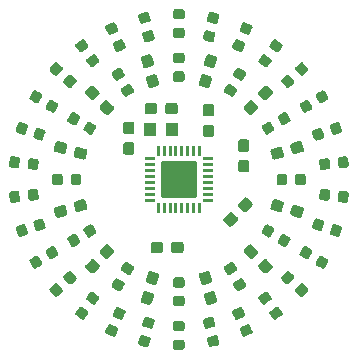
<source format=gts>
G04 #@! TF.GenerationSoftware,KiCad,Pcbnew,5.0.1*
G04 #@! TF.CreationDate,2019-03-04T15:40:33+01:00*
G04 #@! TF.ProjectId,AnalogWatch,416E616C6F6757617463682E6B696361,rev?*
G04 #@! TF.SameCoordinates,Original*
G04 #@! TF.FileFunction,Soldermask,Top*
G04 #@! TF.FilePolarity,Negative*
%FSLAX46Y46*%
G04 Gerber Fmt 4.6, Leading zero omitted, Abs format (unit mm)*
G04 Created by KiCad (PCBNEW 5.0.1) date Mo 04 Mär 2019 15:40:33 CET*
%MOMM*%
%LPD*%
G01*
G04 APERTURE LIST*
%ADD10C,0.100000*%
G04 APERTURE END LIST*
D10*
G36*
X100319002Y-113553960D02*
X100355301Y-113564971D01*
X100388758Y-113582854D01*
X100418081Y-113606919D01*
X100442146Y-113636242D01*
X100460029Y-113669699D01*
X100471040Y-113705998D01*
X100475000Y-113746204D01*
X100475000Y-114228796D01*
X100471040Y-114269002D01*
X100460029Y-114305301D01*
X100442146Y-114338758D01*
X100418081Y-114368081D01*
X100388758Y-114392146D01*
X100355301Y-114410029D01*
X100319002Y-114421040D01*
X100278796Y-114425000D01*
X99721204Y-114425000D01*
X99680998Y-114421040D01*
X99644699Y-114410029D01*
X99611242Y-114392146D01*
X99581919Y-114368081D01*
X99557854Y-114338758D01*
X99539971Y-114305301D01*
X99528960Y-114269002D01*
X99525000Y-114228796D01*
X99525000Y-113746204D01*
X99528960Y-113705998D01*
X99539971Y-113669699D01*
X99557854Y-113636242D01*
X99581919Y-113606919D01*
X99611242Y-113582854D01*
X99644699Y-113564971D01*
X99680998Y-113553960D01*
X99721204Y-113550000D01*
X100278796Y-113550000D01*
X100319002Y-113553960D01*
X100319002Y-113553960D01*
G37*
G36*
X96910101Y-113195936D02*
X96932146Y-113200622D01*
X96932147Y-113200622D01*
X97433448Y-113307177D01*
X97433453Y-113307179D01*
X97455496Y-113311864D01*
X97494006Y-113324098D01*
X97527221Y-113342415D01*
X97556230Y-113366865D01*
X97579907Y-113396497D01*
X97597349Y-113430184D01*
X97607886Y-113466629D01*
X97611109Y-113504424D01*
X97606623Y-113544582D01*
X97506291Y-114016613D01*
X97494057Y-114055122D01*
X97475737Y-114088342D01*
X97451289Y-114117349D01*
X97421655Y-114141027D01*
X97387969Y-114158470D01*
X97351526Y-114169006D01*
X97313731Y-114172229D01*
X97273571Y-114167742D01*
X97200748Y-114152263D01*
X96750224Y-114056501D01*
X96750219Y-114056499D01*
X96728176Y-114051814D01*
X96689666Y-114039580D01*
X96656451Y-114021263D01*
X96627442Y-113996813D01*
X96603765Y-113967181D01*
X96586323Y-113933494D01*
X96575786Y-113897049D01*
X96572563Y-113859254D01*
X96577049Y-113819096D01*
X96677381Y-113347065D01*
X96689615Y-113308556D01*
X96707935Y-113275336D01*
X96732383Y-113246329D01*
X96762017Y-113222651D01*
X96795703Y-113205208D01*
X96832146Y-113194672D01*
X96869941Y-113191449D01*
X96910101Y-113195936D01*
X96910101Y-113195936D01*
G37*
G36*
X103167852Y-113194672D02*
X103204297Y-113205209D01*
X103237984Y-113222651D01*
X103267616Y-113246328D01*
X103292066Y-113275337D01*
X103310382Y-113308551D01*
X103322619Y-113347068D01*
X103422951Y-113819096D01*
X103427437Y-113859255D01*
X103424214Y-113897051D01*
X103413678Y-113933494D01*
X103396235Y-113967180D01*
X103372557Y-113996814D01*
X103343550Y-114021262D01*
X103310330Y-114039581D01*
X103271825Y-114051814D01*
X103249779Y-114056500D01*
X103249776Y-114056501D01*
X102852113Y-114141027D01*
X102726429Y-114167742D01*
X102686270Y-114172229D01*
X102648476Y-114169006D01*
X102612031Y-114158469D01*
X102578344Y-114141027D01*
X102548712Y-114117350D01*
X102524262Y-114088341D01*
X102505946Y-114055127D01*
X102493709Y-114016610D01*
X102393377Y-113544582D01*
X102388891Y-113504423D01*
X102392114Y-113466627D01*
X102402650Y-113430184D01*
X102420093Y-113396498D01*
X102443771Y-113366864D01*
X102472778Y-113342416D01*
X102505998Y-113324097D01*
X102544503Y-113311864D01*
X102566549Y-113307178D01*
X102566552Y-113307177D01*
X103067853Y-113200622D01*
X103089899Y-113195936D01*
X103130058Y-113191449D01*
X103167852Y-113194672D01*
X103167852Y-113194672D01*
G37*
G36*
X105879788Y-112250432D02*
X105916372Y-112260492D01*
X105950279Y-112277490D01*
X105980224Y-112300780D01*
X106005050Y-112329465D01*
X106025022Y-112364586D01*
X106221304Y-112805445D01*
X106234043Y-112843794D01*
X106238748Y-112881436D01*
X106236020Y-112919265D01*
X106225960Y-112955849D01*
X106208960Y-112989760D01*
X106185675Y-113019698D01*
X106156988Y-113044525D01*
X106121861Y-113064501D01*
X105805823Y-113205209D01*
X105640216Y-113278942D01*
X105612490Y-113291286D01*
X105574141Y-113304025D01*
X105536498Y-113308730D01*
X105498670Y-113306002D01*
X105462086Y-113295942D01*
X105428179Y-113278944D01*
X105398234Y-113255654D01*
X105373408Y-113226969D01*
X105353436Y-113191848D01*
X105157154Y-112750989D01*
X105144415Y-112712640D01*
X105139710Y-112674998D01*
X105142438Y-112637169D01*
X105152498Y-112600585D01*
X105169498Y-112566674D01*
X105192783Y-112536736D01*
X105221470Y-112511909D01*
X105256597Y-112491933D01*
X105652926Y-112315477D01*
X105745378Y-112274315D01*
X105745380Y-112274314D01*
X105765968Y-112265148D01*
X105804317Y-112252409D01*
X105841960Y-112247704D01*
X105879788Y-112250432D01*
X105879788Y-112250432D01*
G37*
G36*
X94195683Y-112252409D02*
X94234032Y-112265148D01*
X94254620Y-112274314D01*
X94254622Y-112274315D01*
X94330045Y-112307895D01*
X94743408Y-112491935D01*
X94778529Y-112511907D01*
X94807214Y-112536733D01*
X94830504Y-112566678D01*
X94847502Y-112600585D01*
X94857562Y-112637169D01*
X94860290Y-112674997D01*
X94855585Y-112712640D01*
X94842846Y-112750989D01*
X94646566Y-113191843D01*
X94626590Y-113226970D01*
X94601763Y-113255657D01*
X94571825Y-113278942D01*
X94537914Y-113295942D01*
X94501330Y-113306002D01*
X94463501Y-113308730D01*
X94425859Y-113304025D01*
X94387510Y-113291286D01*
X94359785Y-113278942D01*
X94233352Y-113222651D01*
X93878134Y-113064499D01*
X93843013Y-113044527D01*
X93814328Y-113019701D01*
X93791038Y-112989756D01*
X93774040Y-112955849D01*
X93763980Y-112919265D01*
X93761252Y-112881437D01*
X93765957Y-112843794D01*
X93778696Y-112805445D01*
X93974976Y-112364591D01*
X93994952Y-112329464D01*
X94019779Y-112300777D01*
X94049717Y-112277492D01*
X94083628Y-112260492D01*
X94120212Y-112250432D01*
X94158041Y-112247704D01*
X94195683Y-112252409D01*
X94195683Y-112252409D01*
G37*
G36*
X100319002Y-111978960D02*
X100355301Y-111989971D01*
X100388758Y-112007854D01*
X100418081Y-112031919D01*
X100442146Y-112061242D01*
X100460029Y-112094699D01*
X100471040Y-112130998D01*
X100475000Y-112171204D01*
X100475000Y-112653796D01*
X100471040Y-112694002D01*
X100460029Y-112730301D01*
X100442146Y-112763758D01*
X100418081Y-112793081D01*
X100388758Y-112817146D01*
X100355301Y-112835029D01*
X100319002Y-112846040D01*
X100278796Y-112850000D01*
X99721204Y-112850000D01*
X99680998Y-112846040D01*
X99644699Y-112835029D01*
X99611242Y-112817146D01*
X99581919Y-112793081D01*
X99557854Y-112763758D01*
X99539971Y-112730301D01*
X99528960Y-112694002D01*
X99525000Y-112653796D01*
X99525000Y-112171204D01*
X99528960Y-112130998D01*
X99539971Y-112094699D01*
X99557854Y-112061242D01*
X99581919Y-112031919D01*
X99611242Y-112007854D01*
X99644699Y-111989971D01*
X99680998Y-111978960D01*
X99721204Y-111975000D01*
X100278796Y-111975000D01*
X100319002Y-111978960D01*
X100319002Y-111978960D01*
G37*
G36*
X97237561Y-111655354D02*
X97259606Y-111660040D01*
X97259607Y-111660040D01*
X97760908Y-111766595D01*
X97760913Y-111766597D01*
X97782956Y-111771282D01*
X97821466Y-111783516D01*
X97854681Y-111801833D01*
X97883690Y-111826283D01*
X97907367Y-111855915D01*
X97924809Y-111889602D01*
X97935346Y-111926047D01*
X97938569Y-111963842D01*
X97934083Y-112004000D01*
X97833751Y-112476031D01*
X97821517Y-112514540D01*
X97803197Y-112547760D01*
X97778749Y-112576767D01*
X97749115Y-112600445D01*
X97715429Y-112617888D01*
X97678986Y-112628424D01*
X97641191Y-112631647D01*
X97601031Y-112627160D01*
X97528208Y-112611681D01*
X97077684Y-112515919D01*
X97077679Y-112515917D01*
X97055636Y-112511232D01*
X97017126Y-112498998D01*
X96983911Y-112480681D01*
X96954902Y-112456231D01*
X96931225Y-112426599D01*
X96913783Y-112392912D01*
X96903246Y-112356467D01*
X96900023Y-112318672D01*
X96904509Y-112278514D01*
X97004841Y-111806483D01*
X97017075Y-111767974D01*
X97035395Y-111734754D01*
X97059843Y-111705747D01*
X97089477Y-111682069D01*
X97123163Y-111664626D01*
X97159606Y-111654090D01*
X97197401Y-111650867D01*
X97237561Y-111655354D01*
X97237561Y-111655354D01*
G37*
G36*
X102840392Y-111654090D02*
X102876837Y-111664627D01*
X102910524Y-111682069D01*
X102940156Y-111705746D01*
X102964606Y-111734755D01*
X102982922Y-111767969D01*
X102995159Y-111806486D01*
X103095491Y-112278514D01*
X103099977Y-112318673D01*
X103096754Y-112356469D01*
X103086218Y-112392912D01*
X103068775Y-112426598D01*
X103045097Y-112456232D01*
X103016090Y-112480680D01*
X102982870Y-112498999D01*
X102944365Y-112511232D01*
X102922319Y-112515918D01*
X102922316Y-112515919D01*
X102471792Y-112611681D01*
X102398969Y-112627160D01*
X102358810Y-112631647D01*
X102321016Y-112628424D01*
X102284571Y-112617887D01*
X102250884Y-112600445D01*
X102221252Y-112576768D01*
X102196802Y-112547759D01*
X102178486Y-112514545D01*
X102166249Y-112476028D01*
X102065917Y-112004000D01*
X102061431Y-111963841D01*
X102064654Y-111926045D01*
X102075190Y-111889602D01*
X102092633Y-111855916D01*
X102116311Y-111826282D01*
X102145318Y-111801834D01*
X102178538Y-111783515D01*
X102217043Y-111771282D01*
X102239089Y-111766596D01*
X102239092Y-111766595D01*
X102740393Y-111660040D01*
X102762439Y-111655354D01*
X102802598Y-111650867D01*
X102840392Y-111654090D01*
X102840392Y-111654090D01*
G37*
G36*
X91739266Y-110765451D02*
X91775102Y-110777878D01*
X91809965Y-110798312D01*
X92261060Y-111126051D01*
X92291260Y-111152888D01*
X92314158Y-111183137D01*
X92330709Y-111217262D01*
X92340289Y-111253973D01*
X92342522Y-111291840D01*
X92337325Y-111329416D01*
X92324898Y-111365253D01*
X92304464Y-111400116D01*
X92173142Y-111580864D01*
X92035947Y-111769697D01*
X92020808Y-111790533D01*
X91993971Y-111820734D01*
X91963722Y-111843632D01*
X91929596Y-111860184D01*
X91892887Y-111869763D01*
X91855019Y-111871996D01*
X91817442Y-111866799D01*
X91781606Y-111854372D01*
X91746743Y-111833938D01*
X91295648Y-111506199D01*
X91265448Y-111479362D01*
X91242550Y-111449113D01*
X91225999Y-111414988D01*
X91216419Y-111378277D01*
X91214186Y-111340410D01*
X91219383Y-111302834D01*
X91231810Y-111266997D01*
X91252244Y-111232134D01*
X91500362Y-110890630D01*
X91522649Y-110859955D01*
X91522650Y-110859953D01*
X91535900Y-110841717D01*
X91562737Y-110811516D01*
X91592986Y-110788618D01*
X91627112Y-110772066D01*
X91663821Y-110762487D01*
X91701689Y-110760254D01*
X91739266Y-110765451D01*
X91739266Y-110765451D01*
G37*
G36*
X108336178Y-110762487D02*
X108372889Y-110772067D01*
X108407014Y-110788618D01*
X108437263Y-110811516D01*
X108464100Y-110841716D01*
X108747756Y-111232134D01*
X108768190Y-111266997D01*
X108780617Y-111302833D01*
X108785814Y-111340410D01*
X108783581Y-111378278D01*
X108774002Y-111414987D01*
X108757450Y-111449113D01*
X108734552Y-111479362D01*
X108704351Y-111506199D01*
X108686115Y-111519448D01*
X108686113Y-111519450D01*
X108492607Y-111660040D01*
X108253257Y-111833938D01*
X108218394Y-111854372D01*
X108182557Y-111866799D01*
X108144981Y-111871996D01*
X108107114Y-111869763D01*
X108070403Y-111860183D01*
X108036278Y-111843632D01*
X108006029Y-111820734D01*
X107979192Y-111790534D01*
X107695536Y-111400116D01*
X107675102Y-111365253D01*
X107662675Y-111329417D01*
X107657478Y-111291840D01*
X107659711Y-111253972D01*
X107669290Y-111217263D01*
X107685842Y-111183137D01*
X107708740Y-111152888D01*
X107738941Y-111126051D01*
X107777685Y-111097902D01*
X108037591Y-110909069D01*
X108190035Y-110798312D01*
X108224898Y-110777878D01*
X108260735Y-110765451D01*
X108298311Y-110760254D01*
X108336178Y-110762487D01*
X108336178Y-110762487D01*
G37*
G36*
X94836293Y-110813575D02*
X94874642Y-110826314D01*
X94895230Y-110835480D01*
X94895232Y-110835481D01*
X94970655Y-110869061D01*
X95384018Y-111053101D01*
X95419139Y-111073073D01*
X95447824Y-111097899D01*
X95471114Y-111127844D01*
X95488112Y-111161751D01*
X95498172Y-111198335D01*
X95500900Y-111236163D01*
X95496195Y-111273806D01*
X95483456Y-111312155D01*
X95474290Y-111332743D01*
X95474289Y-111332745D01*
X95470876Y-111340410D01*
X95287176Y-111753009D01*
X95267200Y-111788136D01*
X95242373Y-111816823D01*
X95212435Y-111840108D01*
X95178524Y-111857108D01*
X95141940Y-111867168D01*
X95104111Y-111869896D01*
X95066469Y-111865191D01*
X95028120Y-111852452D01*
X95000395Y-111840108D01*
X94873284Y-111783515D01*
X94518744Y-111625665D01*
X94483623Y-111605693D01*
X94454938Y-111580867D01*
X94431648Y-111550922D01*
X94414650Y-111517015D01*
X94404590Y-111480431D01*
X94401862Y-111442603D01*
X94406567Y-111404960D01*
X94419306Y-111366611D01*
X94615586Y-110925757D01*
X94635562Y-110890630D01*
X94660389Y-110861943D01*
X94690327Y-110838658D01*
X94724238Y-110821658D01*
X94760822Y-110811598D01*
X94798651Y-110808870D01*
X94836293Y-110813575D01*
X94836293Y-110813575D01*
G37*
G36*
X105239178Y-110811598D02*
X105275762Y-110821658D01*
X105309669Y-110838656D01*
X105339614Y-110861946D01*
X105364440Y-110890631D01*
X105384412Y-110925752D01*
X105580694Y-111366611D01*
X105593433Y-111404960D01*
X105598138Y-111442602D01*
X105595410Y-111480431D01*
X105585350Y-111517015D01*
X105568350Y-111550926D01*
X105545065Y-111580864D01*
X105516378Y-111605691D01*
X105481251Y-111625667D01*
X105126716Y-111783515D01*
X104999606Y-111840108D01*
X104971880Y-111852452D01*
X104933531Y-111865191D01*
X104895888Y-111869896D01*
X104858060Y-111867168D01*
X104821476Y-111857108D01*
X104787569Y-111840110D01*
X104757624Y-111816820D01*
X104732798Y-111788135D01*
X104712826Y-111753014D01*
X104529124Y-111340410D01*
X104525711Y-111332745D01*
X104525710Y-111332743D01*
X104516544Y-111312155D01*
X104503805Y-111273806D01*
X104499100Y-111236164D01*
X104501828Y-111198335D01*
X104511888Y-111161751D01*
X104528888Y-111127840D01*
X104552173Y-111097902D01*
X104580860Y-111073075D01*
X104615987Y-111053099D01*
X105012316Y-110876643D01*
X105104768Y-110835481D01*
X105104770Y-110835480D01*
X105125358Y-110826314D01*
X105163707Y-110813575D01*
X105201350Y-110808870D01*
X105239178Y-110811598D01*
X105239178Y-110811598D01*
G37*
G36*
X100319002Y-109853960D02*
X100355301Y-109864971D01*
X100388758Y-109882854D01*
X100418081Y-109906919D01*
X100442146Y-109936242D01*
X100460029Y-109969699D01*
X100471040Y-110005998D01*
X100475000Y-110046204D01*
X100475000Y-110528796D01*
X100471040Y-110569002D01*
X100460029Y-110605301D01*
X100442146Y-110638758D01*
X100418081Y-110668081D01*
X100388758Y-110692146D01*
X100355301Y-110710029D01*
X100319002Y-110721040D01*
X100278796Y-110725000D01*
X99721204Y-110725000D01*
X99680998Y-110721040D01*
X99644699Y-110710029D01*
X99611242Y-110692146D01*
X99581919Y-110668081D01*
X99557854Y-110638758D01*
X99539971Y-110605301D01*
X99528960Y-110569002D01*
X99525000Y-110528796D01*
X99525000Y-110046204D01*
X99528960Y-110005998D01*
X99539971Y-109969699D01*
X99557854Y-109936242D01*
X99581919Y-109906919D01*
X99611242Y-109882854D01*
X99644699Y-109864971D01*
X99680998Y-109853960D01*
X99721204Y-109850000D01*
X100278796Y-109850000D01*
X100319002Y-109853960D01*
X100319002Y-109853960D01*
G37*
G36*
X97199449Y-109447064D02*
X97701813Y-109581672D01*
X97743066Y-109597199D01*
X97778403Y-109619173D01*
X97808773Y-109647618D01*
X97833010Y-109681439D01*
X97850181Y-109719337D01*
X97859630Y-109759865D01*
X97860992Y-109801451D01*
X97853812Y-109844940D01*
X97693323Y-110443896D01*
X97677795Y-110485151D01*
X97655824Y-110520485D01*
X97627379Y-110550856D01*
X97593557Y-110575092D01*
X97555655Y-110592265D01*
X97515131Y-110601714D01*
X97473544Y-110603076D01*
X97430055Y-110595896D01*
X96927691Y-110461288D01*
X96886438Y-110445761D01*
X96851101Y-110423787D01*
X96820731Y-110395342D01*
X96796494Y-110361521D01*
X96779323Y-110323623D01*
X96769874Y-110283095D01*
X96768512Y-110241509D01*
X96775692Y-110198020D01*
X96936181Y-109599064D01*
X96951709Y-109557809D01*
X96973680Y-109522475D01*
X97002125Y-109492104D01*
X97035947Y-109467868D01*
X97073849Y-109450695D01*
X97114373Y-109441246D01*
X97155960Y-109439884D01*
X97199449Y-109447064D01*
X97199449Y-109447064D01*
G37*
G36*
X102885626Y-109441246D02*
X102926154Y-109450695D01*
X102964052Y-109467866D01*
X102997873Y-109492103D01*
X103026318Y-109522473D01*
X103048292Y-109557810D01*
X103063819Y-109599063D01*
X103224308Y-110198020D01*
X103231488Y-110241509D01*
X103230126Y-110283096D01*
X103220677Y-110323620D01*
X103203504Y-110361522D01*
X103179268Y-110395344D01*
X103148897Y-110423789D01*
X103113563Y-110445760D01*
X103072308Y-110461288D01*
X102569945Y-110595896D01*
X102526456Y-110603076D01*
X102484870Y-110601714D01*
X102444342Y-110592265D01*
X102406444Y-110575094D01*
X102372623Y-110550857D01*
X102344178Y-110520487D01*
X102322204Y-110485150D01*
X102306677Y-110443897D01*
X102146188Y-109844940D01*
X102139008Y-109801451D01*
X102140370Y-109759864D01*
X102149819Y-109719340D01*
X102166992Y-109681438D01*
X102191228Y-109647616D01*
X102221599Y-109619171D01*
X102256933Y-109597200D01*
X102298188Y-109581672D01*
X102800551Y-109447064D01*
X102844040Y-109439884D01*
X102885626Y-109441246D01*
X102885626Y-109441246D01*
G37*
G36*
X107410416Y-109488285D02*
X107447127Y-109497865D01*
X107481252Y-109514416D01*
X107511501Y-109537314D01*
X107538338Y-109567514D01*
X107821994Y-109957932D01*
X107842428Y-109992795D01*
X107854855Y-110028631D01*
X107860052Y-110066208D01*
X107857819Y-110104076D01*
X107848240Y-110140785D01*
X107831688Y-110174911D01*
X107808790Y-110205160D01*
X107778589Y-110231997D01*
X107760353Y-110245246D01*
X107760351Y-110245248D01*
X107652481Y-110323620D01*
X107327495Y-110559736D01*
X107292632Y-110580170D01*
X107256795Y-110592597D01*
X107219219Y-110597794D01*
X107181352Y-110595561D01*
X107144641Y-110585981D01*
X107110516Y-110569430D01*
X107080267Y-110546532D01*
X107053430Y-110516332D01*
X106769774Y-110125914D01*
X106749340Y-110091051D01*
X106736913Y-110055215D01*
X106731716Y-110017638D01*
X106733949Y-109979770D01*
X106743528Y-109943061D01*
X106760080Y-109908935D01*
X106782978Y-109878686D01*
X106813179Y-109851849D01*
X107264273Y-109524110D01*
X107299136Y-109503676D01*
X107334973Y-109491249D01*
X107372549Y-109486052D01*
X107410416Y-109488285D01*
X107410416Y-109488285D01*
G37*
G36*
X92665028Y-109491249D02*
X92700864Y-109503676D01*
X92735727Y-109524110D01*
X93186822Y-109851849D01*
X93217022Y-109878686D01*
X93239920Y-109908935D01*
X93256471Y-109943060D01*
X93266051Y-109979771D01*
X93268284Y-110017638D01*
X93263087Y-110055214D01*
X93250660Y-110091051D01*
X93230226Y-110125914D01*
X93153152Y-110231997D01*
X92969225Y-110485150D01*
X92946570Y-110516331D01*
X92919733Y-110546532D01*
X92889484Y-110569430D01*
X92855358Y-110585982D01*
X92818649Y-110595561D01*
X92780781Y-110597794D01*
X92743204Y-110592597D01*
X92707368Y-110580170D01*
X92672505Y-110559736D01*
X92221410Y-110231997D01*
X92191210Y-110205160D01*
X92168312Y-110174911D01*
X92151761Y-110140786D01*
X92142181Y-110104075D01*
X92139948Y-110066208D01*
X92145145Y-110028632D01*
X92157572Y-109992795D01*
X92178006Y-109957932D01*
X92424130Y-109619173D01*
X92448411Y-109585753D01*
X92448412Y-109585751D01*
X92461662Y-109567515D01*
X92488499Y-109537314D01*
X92518748Y-109514416D01*
X92552874Y-109497864D01*
X92589583Y-109488285D01*
X92627451Y-109486052D01*
X92665028Y-109491249D01*
X92665028Y-109491249D01*
G37*
G36*
X89645843Y-108799800D02*
X89681520Y-108812698D01*
X89713992Y-108832306D01*
X89743836Y-108859532D01*
X90116937Y-109273903D01*
X90140898Y-109306434D01*
X90157005Y-109340778D01*
X90166101Y-109377605D01*
X90167839Y-109415501D01*
X90162150Y-109453006D01*
X90149252Y-109488683D01*
X90129647Y-109521152D01*
X90102408Y-109551007D01*
X89743786Y-109873911D01*
X89711250Y-109897876D01*
X89676906Y-109913983D01*
X89640080Y-109923079D01*
X89602184Y-109924817D01*
X89564679Y-109919128D01*
X89529002Y-109906230D01*
X89496530Y-109886622D01*
X89466686Y-109859396D01*
X89093585Y-109445025D01*
X89069624Y-109412494D01*
X89053517Y-109378150D01*
X89044421Y-109341323D01*
X89042683Y-109303427D01*
X89048372Y-109265922D01*
X89061270Y-109230245D01*
X89080875Y-109197776D01*
X89108114Y-109167921D01*
X89466736Y-108845017D01*
X89499272Y-108821052D01*
X89533616Y-108804945D01*
X89570442Y-108795849D01*
X89608338Y-108794111D01*
X89645843Y-108799800D01*
X89645843Y-108799800D01*
G37*
G36*
X110429558Y-108795849D02*
X110466385Y-108804945D01*
X110500729Y-108821052D01*
X110533264Y-108845017D01*
X110891885Y-109167920D01*
X110919124Y-109197777D01*
X110938730Y-109230245D01*
X110951628Y-109265922D01*
X110957317Y-109303427D01*
X110955579Y-109341323D01*
X110946483Y-109378149D01*
X110930375Y-109412496D01*
X110906419Y-109445020D01*
X110533318Y-109859391D01*
X110503467Y-109886625D01*
X110470998Y-109906230D01*
X110435321Y-109919128D01*
X110397816Y-109924817D01*
X110359920Y-109923079D01*
X110323093Y-109913983D01*
X110288749Y-109897876D01*
X110256214Y-109873911D01*
X109897593Y-109551008D01*
X109870354Y-109521151D01*
X109850748Y-109488683D01*
X109837850Y-109453006D01*
X109832161Y-109415501D01*
X109833899Y-109377605D01*
X109842995Y-109340779D01*
X109859103Y-109306432D01*
X109883059Y-109273908D01*
X110256160Y-108859537D01*
X110286011Y-108832303D01*
X110318480Y-108812698D01*
X110354157Y-108799800D01*
X110391662Y-108794111D01*
X110429558Y-108795849D01*
X110429558Y-108795849D01*
G37*
G36*
X94759811Y-108365664D02*
X94796759Y-108374279D01*
X94833557Y-108390952D01*
X95316442Y-108669746D01*
X95349282Y-108693279D01*
X95375217Y-108720968D01*
X95395245Y-108753177D01*
X95408610Y-108788686D01*
X95414789Y-108826112D01*
X95413548Y-108864023D01*
X95404933Y-108900971D01*
X95388260Y-108937769D01*
X95146966Y-109355702D01*
X95123433Y-109388542D01*
X95095744Y-109414477D01*
X95063535Y-109434505D01*
X95028026Y-109447870D01*
X94990600Y-109454049D01*
X94952689Y-109452808D01*
X94915741Y-109444193D01*
X94878943Y-109427520D01*
X94396058Y-109148726D01*
X94363218Y-109125193D01*
X94337283Y-109097504D01*
X94317255Y-109065295D01*
X94303890Y-109029786D01*
X94297711Y-108992360D01*
X94298952Y-108954449D01*
X94307567Y-108917501D01*
X94324240Y-108880703D01*
X94565534Y-108462770D01*
X94589067Y-108429930D01*
X94616756Y-108403995D01*
X94648965Y-108383967D01*
X94684474Y-108370602D01*
X94721900Y-108364423D01*
X94759811Y-108365664D01*
X94759811Y-108365664D01*
G37*
G36*
X105315526Y-108370602D02*
X105351035Y-108383967D01*
X105383244Y-108403995D01*
X105410933Y-108429930D01*
X105434466Y-108462770D01*
X105675760Y-108880703D01*
X105692433Y-108917501D01*
X105701048Y-108954449D01*
X105702289Y-108992360D01*
X105696110Y-109029786D01*
X105682745Y-109065295D01*
X105662717Y-109097504D01*
X105636782Y-109125193D01*
X105603942Y-109148726D01*
X105121057Y-109427520D01*
X105084259Y-109444193D01*
X105047311Y-109452808D01*
X105009400Y-109454049D01*
X104971974Y-109447870D01*
X104936465Y-109434505D01*
X104904256Y-109414477D01*
X104876567Y-109388542D01*
X104853034Y-109355702D01*
X104611740Y-108937769D01*
X104595067Y-108900971D01*
X104586452Y-108864023D01*
X104585211Y-108826112D01*
X104591390Y-108788686D01*
X104604755Y-108753177D01*
X104624783Y-108720968D01*
X104650718Y-108693279D01*
X104683558Y-108669746D01*
X105166443Y-108390952D01*
X105203241Y-108374279D01*
X105240189Y-108365664D01*
X105278100Y-108364423D01*
X105315526Y-108370602D01*
X105315526Y-108370602D01*
G37*
G36*
X100319002Y-108278960D02*
X100355301Y-108289971D01*
X100388758Y-108307854D01*
X100418081Y-108331919D01*
X100442146Y-108361242D01*
X100460029Y-108394699D01*
X100471040Y-108430998D01*
X100475000Y-108471204D01*
X100475000Y-108953796D01*
X100471040Y-108994002D01*
X100460029Y-109030301D01*
X100442146Y-109063758D01*
X100418081Y-109093081D01*
X100388758Y-109117146D01*
X100355301Y-109135029D01*
X100319002Y-109146040D01*
X100278796Y-109150000D01*
X99721204Y-109150000D01*
X99680998Y-109146040D01*
X99644699Y-109135029D01*
X99611242Y-109117146D01*
X99581919Y-109093081D01*
X99557854Y-109063758D01*
X99539971Y-109030301D01*
X99528960Y-108994002D01*
X99525000Y-108953796D01*
X99525000Y-108471204D01*
X99528960Y-108430998D01*
X99539971Y-108394699D01*
X99557854Y-108361242D01*
X99581919Y-108331919D01*
X99611242Y-108307854D01*
X99644699Y-108289971D01*
X99680998Y-108278960D01*
X99721204Y-108275000D01*
X100278796Y-108275000D01*
X100319002Y-108278960D01*
X100319002Y-108278960D01*
G37*
G36*
X102432692Y-107750876D02*
X102473220Y-107760325D01*
X102511118Y-107777496D01*
X102544939Y-107801733D01*
X102573384Y-107832103D01*
X102595358Y-107867440D01*
X102610885Y-107908693D01*
X102771374Y-108507650D01*
X102778554Y-108551139D01*
X102777192Y-108592726D01*
X102767743Y-108633250D01*
X102750570Y-108671152D01*
X102726334Y-108704974D01*
X102695963Y-108733419D01*
X102660629Y-108755390D01*
X102619374Y-108770918D01*
X102117011Y-108905526D01*
X102073522Y-108912706D01*
X102031936Y-108911344D01*
X101991408Y-108901895D01*
X101953510Y-108884724D01*
X101919689Y-108860487D01*
X101891244Y-108830117D01*
X101869270Y-108794780D01*
X101853743Y-108753527D01*
X101693254Y-108154570D01*
X101686074Y-108111081D01*
X101687436Y-108069494D01*
X101696885Y-108028970D01*
X101714058Y-107991068D01*
X101738294Y-107957246D01*
X101768665Y-107928801D01*
X101803999Y-107906830D01*
X101845254Y-107891302D01*
X102347617Y-107756694D01*
X102391106Y-107749514D01*
X102432692Y-107750876D01*
X102432692Y-107750876D01*
G37*
G36*
X97652383Y-107756694D02*
X98154747Y-107891302D01*
X98196000Y-107906829D01*
X98231337Y-107928803D01*
X98261707Y-107957248D01*
X98285944Y-107991069D01*
X98303115Y-108028967D01*
X98312564Y-108069495D01*
X98313926Y-108111081D01*
X98306746Y-108154570D01*
X98146257Y-108753526D01*
X98130729Y-108794781D01*
X98108758Y-108830115D01*
X98080313Y-108860486D01*
X98046491Y-108884722D01*
X98008589Y-108901895D01*
X97968065Y-108911344D01*
X97926478Y-108912706D01*
X97882989Y-108905526D01*
X97380625Y-108770918D01*
X97339372Y-108755391D01*
X97304035Y-108733417D01*
X97273665Y-108704972D01*
X97249428Y-108671151D01*
X97232257Y-108633253D01*
X97222808Y-108592725D01*
X97221446Y-108551139D01*
X97228626Y-108507650D01*
X97389115Y-107908694D01*
X97404643Y-107867439D01*
X97426614Y-107832105D01*
X97455059Y-107801734D01*
X97488881Y-107777498D01*
X97526783Y-107760325D01*
X97567307Y-107750876D01*
X97608894Y-107749514D01*
X97652383Y-107756694D01*
X97652383Y-107756694D01*
G37*
G36*
X90816297Y-107745920D02*
X90851974Y-107758818D01*
X90884446Y-107778426D01*
X90914290Y-107805652D01*
X91287391Y-108220023D01*
X91311352Y-108252554D01*
X91327459Y-108286898D01*
X91336555Y-108323725D01*
X91338293Y-108361621D01*
X91332604Y-108399126D01*
X91319706Y-108434803D01*
X91300101Y-108467272D01*
X91272862Y-108497127D01*
X90914240Y-108820031D01*
X90881704Y-108843996D01*
X90847360Y-108860103D01*
X90810534Y-108869199D01*
X90772638Y-108870937D01*
X90735133Y-108865248D01*
X90699456Y-108852350D01*
X90666984Y-108832742D01*
X90637140Y-108805516D01*
X90264039Y-108391145D01*
X90240078Y-108358614D01*
X90223971Y-108324270D01*
X90214875Y-108287443D01*
X90213137Y-108249547D01*
X90218826Y-108212042D01*
X90231724Y-108176365D01*
X90251329Y-108143896D01*
X90278568Y-108114041D01*
X90637190Y-107791137D01*
X90669726Y-107767172D01*
X90704070Y-107751065D01*
X90740896Y-107741969D01*
X90778792Y-107740231D01*
X90816297Y-107745920D01*
X90816297Y-107745920D01*
G37*
G36*
X109259104Y-107741969D02*
X109295931Y-107751065D01*
X109330275Y-107767172D01*
X109362810Y-107791137D01*
X109721431Y-108114040D01*
X109748670Y-108143897D01*
X109768276Y-108176365D01*
X109781174Y-108212042D01*
X109786863Y-108249547D01*
X109785125Y-108287443D01*
X109776029Y-108324269D01*
X109759921Y-108358616D01*
X109735965Y-108391140D01*
X109362864Y-108805511D01*
X109333013Y-108832745D01*
X109300544Y-108852350D01*
X109264867Y-108865248D01*
X109227362Y-108870937D01*
X109189466Y-108869199D01*
X109152639Y-108860103D01*
X109118295Y-108843996D01*
X109085760Y-108820031D01*
X108727139Y-108497128D01*
X108699900Y-108467271D01*
X108680294Y-108434803D01*
X108667396Y-108399126D01*
X108661707Y-108361621D01*
X108663445Y-108323725D01*
X108672541Y-108286899D01*
X108688649Y-108252552D01*
X108712605Y-108220028D01*
X109085706Y-107805657D01*
X109115557Y-107778423D01*
X109148026Y-107758818D01*
X109183703Y-107745920D01*
X109221208Y-107740231D01*
X109259104Y-107741969D01*
X109259104Y-107741969D01*
G37*
G36*
X104528026Y-107006612D02*
X104563535Y-107019977D01*
X104595744Y-107040005D01*
X104623433Y-107065940D01*
X104646966Y-107098780D01*
X104888260Y-107516713D01*
X104904933Y-107553511D01*
X104913548Y-107590459D01*
X104914789Y-107628370D01*
X104908610Y-107665796D01*
X104895245Y-107701305D01*
X104875217Y-107733514D01*
X104849282Y-107761203D01*
X104816442Y-107784736D01*
X104333557Y-108063530D01*
X104296759Y-108080203D01*
X104259811Y-108088818D01*
X104221900Y-108090059D01*
X104184474Y-108083880D01*
X104148965Y-108070515D01*
X104116756Y-108050487D01*
X104089067Y-108024552D01*
X104065534Y-107991712D01*
X103824240Y-107573779D01*
X103807567Y-107536981D01*
X103798952Y-107500033D01*
X103797711Y-107462122D01*
X103803890Y-107424696D01*
X103817255Y-107389187D01*
X103837283Y-107356978D01*
X103863218Y-107329289D01*
X103896058Y-107305756D01*
X104378943Y-107026962D01*
X104415741Y-107010289D01*
X104452689Y-107001674D01*
X104490600Y-107000433D01*
X104528026Y-107006612D01*
X104528026Y-107006612D01*
G37*
G36*
X95547311Y-107001674D02*
X95584259Y-107010289D01*
X95621057Y-107026962D01*
X96103942Y-107305756D01*
X96136782Y-107329289D01*
X96162717Y-107356978D01*
X96182745Y-107389187D01*
X96196110Y-107424696D01*
X96202289Y-107462122D01*
X96201048Y-107500033D01*
X96192433Y-107536981D01*
X96175760Y-107573779D01*
X95934466Y-107991712D01*
X95910933Y-108024552D01*
X95883244Y-108050487D01*
X95851035Y-108070515D01*
X95815526Y-108083880D01*
X95778100Y-108090059D01*
X95740189Y-108088818D01*
X95703241Y-108080203D01*
X95666443Y-108063530D01*
X95183558Y-107784736D01*
X95150718Y-107761203D01*
X95124783Y-107733514D01*
X95104755Y-107701305D01*
X95091390Y-107665796D01*
X95085211Y-107628370D01*
X95086452Y-107590459D01*
X95095067Y-107553511D01*
X95111740Y-107516713D01*
X95353034Y-107098780D01*
X95376567Y-107065940D01*
X95404256Y-107040005D01*
X95436465Y-107019977D01*
X95471974Y-107006612D01*
X95509400Y-107000433D01*
X95547311Y-107001674D01*
X95547311Y-107001674D01*
G37*
G36*
X107342284Y-106721466D02*
X107382108Y-106733547D01*
X107418800Y-106753159D01*
X107452878Y-106781125D01*
X107891339Y-107219586D01*
X107919305Y-107253664D01*
X107938917Y-107290356D01*
X107950998Y-107330180D01*
X107955076Y-107371587D01*
X107950998Y-107412994D01*
X107938917Y-107452818D01*
X107919305Y-107489510D01*
X107891339Y-107523588D01*
X107523588Y-107891339D01*
X107489510Y-107919305D01*
X107452818Y-107938917D01*
X107412994Y-107950998D01*
X107371587Y-107955076D01*
X107330180Y-107950998D01*
X107290356Y-107938917D01*
X107253664Y-107919305D01*
X107219586Y-107891339D01*
X106781125Y-107452878D01*
X106753159Y-107418800D01*
X106733547Y-107382108D01*
X106721466Y-107342284D01*
X106717388Y-107300877D01*
X106721466Y-107259470D01*
X106733547Y-107219646D01*
X106753159Y-107182954D01*
X106781125Y-107148876D01*
X107148876Y-106781125D01*
X107182954Y-106753159D01*
X107219646Y-106733547D01*
X107259470Y-106721466D01*
X107300877Y-106717388D01*
X107342284Y-106721466D01*
X107342284Y-106721466D01*
G37*
G36*
X92740530Y-106721466D02*
X92780354Y-106733547D01*
X92817046Y-106753159D01*
X92851124Y-106781125D01*
X93218875Y-107148876D01*
X93246841Y-107182954D01*
X93266453Y-107219646D01*
X93278534Y-107259470D01*
X93282612Y-107300877D01*
X93278534Y-107342284D01*
X93266453Y-107382108D01*
X93246841Y-107418800D01*
X93218875Y-107452878D01*
X92780414Y-107891339D01*
X92746336Y-107919305D01*
X92709644Y-107938917D01*
X92669820Y-107950998D01*
X92628413Y-107955076D01*
X92587006Y-107950998D01*
X92547182Y-107938917D01*
X92510490Y-107919305D01*
X92476412Y-107891339D01*
X92108661Y-107523588D01*
X92080695Y-107489510D01*
X92061083Y-107452818D01*
X92049002Y-107412994D01*
X92044924Y-107371587D01*
X92049002Y-107330180D01*
X92061083Y-107290356D01*
X92080695Y-107253664D01*
X92108661Y-107219586D01*
X92547122Y-106781125D01*
X92581200Y-106753159D01*
X92617892Y-106733547D01*
X92657716Y-106721466D01*
X92699123Y-106717388D01*
X92740530Y-106721466D01*
X92740530Y-106721466D01*
G37*
G36*
X112068317Y-106436452D02*
X112105265Y-106445067D01*
X112142063Y-106461740D01*
X112559996Y-106703034D01*
X112592836Y-106726567D01*
X112618771Y-106754256D01*
X112638799Y-106786465D01*
X112652164Y-106821974D01*
X112658343Y-106859400D01*
X112657102Y-106897311D01*
X112648487Y-106934259D01*
X112631814Y-106971057D01*
X112353020Y-107453942D01*
X112329487Y-107486782D01*
X112301798Y-107512717D01*
X112269589Y-107532745D01*
X112234080Y-107546110D01*
X112196654Y-107552289D01*
X112158743Y-107551048D01*
X112121795Y-107542433D01*
X112084997Y-107525760D01*
X111667064Y-107284466D01*
X111634224Y-107260933D01*
X111608289Y-107233244D01*
X111588261Y-107201035D01*
X111574896Y-107165526D01*
X111568717Y-107128100D01*
X111569958Y-107090189D01*
X111578573Y-107053241D01*
X111595246Y-107016443D01*
X111874040Y-106533558D01*
X111897573Y-106500718D01*
X111925262Y-106474783D01*
X111957471Y-106454755D01*
X111992980Y-106441390D01*
X112030406Y-106435211D01*
X112068317Y-106436452D01*
X112068317Y-106436452D01*
G37*
G36*
X88007020Y-106441390D02*
X88042529Y-106454755D01*
X88074738Y-106474783D01*
X88102427Y-106500718D01*
X88125960Y-106533558D01*
X88404754Y-107016443D01*
X88421427Y-107053241D01*
X88430042Y-107090189D01*
X88431283Y-107128100D01*
X88425104Y-107165526D01*
X88411739Y-107201035D01*
X88391711Y-107233244D01*
X88365776Y-107260933D01*
X88332936Y-107284466D01*
X87915003Y-107525760D01*
X87878205Y-107542433D01*
X87841257Y-107551048D01*
X87803346Y-107552289D01*
X87765920Y-107546110D01*
X87730411Y-107532745D01*
X87698202Y-107512717D01*
X87670513Y-107486782D01*
X87646980Y-107453942D01*
X87368186Y-106971057D01*
X87351513Y-106934259D01*
X87342898Y-106897311D01*
X87341657Y-106859400D01*
X87347836Y-106821974D01*
X87361201Y-106786465D01*
X87381229Y-106754256D01*
X87407164Y-106726567D01*
X87440004Y-106703034D01*
X87857937Y-106461740D01*
X87894735Y-106445067D01*
X87931683Y-106436452D01*
X87969594Y-106435211D01*
X88007020Y-106441390D01*
X88007020Y-106441390D01*
G37*
G36*
X89371010Y-105653890D02*
X89406519Y-105667255D01*
X89438728Y-105687283D01*
X89466417Y-105713218D01*
X89489950Y-105746058D01*
X89768744Y-106228943D01*
X89785417Y-106265741D01*
X89794032Y-106302689D01*
X89795273Y-106340600D01*
X89789094Y-106378026D01*
X89775729Y-106413535D01*
X89755701Y-106445744D01*
X89729766Y-106473433D01*
X89696926Y-106496966D01*
X89278993Y-106738260D01*
X89242195Y-106754933D01*
X89205247Y-106763548D01*
X89167336Y-106764789D01*
X89129910Y-106758610D01*
X89094401Y-106745245D01*
X89062192Y-106725217D01*
X89034503Y-106699282D01*
X89010970Y-106666442D01*
X88732176Y-106183557D01*
X88715503Y-106146759D01*
X88706888Y-106109811D01*
X88705647Y-106071900D01*
X88711826Y-106034474D01*
X88725191Y-105998965D01*
X88745219Y-105966756D01*
X88771154Y-105939067D01*
X88803994Y-105915534D01*
X89221927Y-105674240D01*
X89258725Y-105657567D01*
X89295673Y-105648952D01*
X89333584Y-105647711D01*
X89371010Y-105653890D01*
X89371010Y-105653890D01*
G37*
G36*
X110704327Y-105648952D02*
X110741275Y-105657567D01*
X110778073Y-105674240D01*
X111196006Y-105915534D01*
X111228846Y-105939067D01*
X111254781Y-105966756D01*
X111274809Y-105998965D01*
X111288174Y-106034474D01*
X111294353Y-106071900D01*
X111293112Y-106109811D01*
X111284497Y-106146759D01*
X111267824Y-106183557D01*
X110989030Y-106666442D01*
X110965497Y-106699282D01*
X110937808Y-106725217D01*
X110905599Y-106745245D01*
X110870090Y-106758610D01*
X110832664Y-106764789D01*
X110794753Y-106763548D01*
X110757805Y-106754933D01*
X110721007Y-106738260D01*
X110303074Y-106496966D01*
X110270234Y-106473433D01*
X110244299Y-106445744D01*
X110224271Y-106413535D01*
X110210906Y-106378026D01*
X110204727Y-106340600D01*
X110205968Y-106302689D01*
X110214583Y-106265741D01*
X110231256Y-106228943D01*
X110510050Y-105746058D01*
X110533583Y-105713218D01*
X110561272Y-105687283D01*
X110593481Y-105667255D01*
X110628990Y-105653890D01*
X110666416Y-105647711D01*
X110704327Y-105648952D01*
X110704327Y-105648952D01*
G37*
G36*
X93977966Y-105484030D02*
X94017790Y-105496111D01*
X94054482Y-105515723D01*
X94088560Y-105543689D01*
X94456311Y-105911440D01*
X94484277Y-105945518D01*
X94503889Y-105982210D01*
X94515970Y-106022034D01*
X94520048Y-106063441D01*
X94515970Y-106104848D01*
X94503889Y-106144672D01*
X94484277Y-106181364D01*
X94456311Y-106215442D01*
X94017850Y-106653903D01*
X93983772Y-106681869D01*
X93947080Y-106701481D01*
X93907256Y-106713562D01*
X93865849Y-106717640D01*
X93824442Y-106713562D01*
X93784618Y-106701481D01*
X93747926Y-106681869D01*
X93713848Y-106653903D01*
X93346097Y-106286152D01*
X93318131Y-106252074D01*
X93298519Y-106215382D01*
X93286438Y-106175558D01*
X93282360Y-106134151D01*
X93286438Y-106092744D01*
X93298519Y-106052920D01*
X93318131Y-106016228D01*
X93346097Y-105982150D01*
X93784558Y-105543689D01*
X93818636Y-105515723D01*
X93855328Y-105496111D01*
X93895152Y-105484030D01*
X93936559Y-105479952D01*
X93977966Y-105484030D01*
X93977966Y-105484030D01*
G37*
G36*
X106104848Y-105484030D02*
X106144672Y-105496111D01*
X106181364Y-105515723D01*
X106215442Y-105543689D01*
X106653903Y-105982150D01*
X106681869Y-106016228D01*
X106701481Y-106052920D01*
X106713562Y-106092744D01*
X106717640Y-106134151D01*
X106713562Y-106175558D01*
X106701481Y-106215382D01*
X106681869Y-106252074D01*
X106653903Y-106286152D01*
X106286152Y-106653903D01*
X106252074Y-106681869D01*
X106215382Y-106701481D01*
X106175558Y-106713562D01*
X106134151Y-106717640D01*
X106092744Y-106713562D01*
X106052920Y-106701481D01*
X106016228Y-106681869D01*
X105982150Y-106653903D01*
X105543689Y-106215442D01*
X105515723Y-106181364D01*
X105496111Y-106144672D01*
X105484030Y-106104848D01*
X105479952Y-106063441D01*
X105484030Y-106022034D01*
X105496111Y-105982210D01*
X105515723Y-105945518D01*
X105543689Y-105911440D01*
X105911440Y-105543689D01*
X105945518Y-105515723D01*
X105982210Y-105496111D01*
X106022034Y-105484030D01*
X106063441Y-105479952D01*
X106104848Y-105484030D01*
X106104848Y-105484030D01*
G37*
G36*
X98478908Y-105279320D02*
X98518732Y-105291401D01*
X98555424Y-105311013D01*
X98587591Y-105337410D01*
X98613988Y-105369577D01*
X98633600Y-105406269D01*
X98645681Y-105446093D01*
X98650001Y-105489954D01*
X98650001Y-106010046D01*
X98645681Y-106053907D01*
X98633600Y-106093731D01*
X98613988Y-106130423D01*
X98587591Y-106162590D01*
X98555424Y-106188987D01*
X98518732Y-106208599D01*
X98478908Y-106220680D01*
X98435047Y-106225000D01*
X97814955Y-106225000D01*
X97771094Y-106220680D01*
X97731270Y-106208599D01*
X97694578Y-106188987D01*
X97662411Y-106162590D01*
X97636014Y-106130423D01*
X97616402Y-106093731D01*
X97604321Y-106053907D01*
X97600001Y-106010046D01*
X97600001Y-105489954D01*
X97604321Y-105446093D01*
X97616402Y-105406269D01*
X97636014Y-105369577D01*
X97662411Y-105337410D01*
X97694578Y-105311013D01*
X97731270Y-105291401D01*
X97771094Y-105279320D01*
X97814955Y-105275000D01*
X98435047Y-105275000D01*
X98478908Y-105279320D01*
X98478908Y-105279320D01*
G37*
G36*
X100228906Y-105279320D02*
X100268730Y-105291401D01*
X100305422Y-105311013D01*
X100337589Y-105337410D01*
X100363986Y-105369577D01*
X100383598Y-105406269D01*
X100395679Y-105446093D01*
X100399999Y-105489954D01*
X100399999Y-106010046D01*
X100395679Y-106053907D01*
X100383598Y-106093731D01*
X100363986Y-106130423D01*
X100337589Y-106162590D01*
X100305422Y-106188987D01*
X100268730Y-106208599D01*
X100228906Y-106220680D01*
X100185045Y-106225000D01*
X99564953Y-106225000D01*
X99521092Y-106220680D01*
X99481268Y-106208599D01*
X99444576Y-106188987D01*
X99412409Y-106162590D01*
X99386012Y-106130423D01*
X99366400Y-106093731D01*
X99354319Y-106053907D01*
X99349999Y-106010046D01*
X99349999Y-105489954D01*
X99354319Y-105446093D01*
X99366400Y-105406269D01*
X99386012Y-105369577D01*
X99412409Y-105337410D01*
X99444576Y-105311013D01*
X99481268Y-105291401D01*
X99521092Y-105279320D01*
X99564953Y-105275000D01*
X100185045Y-105275000D01*
X100228906Y-105279320D01*
X100228906Y-105279320D01*
G37*
G36*
X91211314Y-104591390D02*
X91246823Y-104604755D01*
X91279032Y-104624783D01*
X91306721Y-104650718D01*
X91330254Y-104683558D01*
X91609048Y-105166443D01*
X91625721Y-105203241D01*
X91634336Y-105240189D01*
X91635577Y-105278100D01*
X91629398Y-105315526D01*
X91616033Y-105351035D01*
X91596005Y-105383244D01*
X91570070Y-105410933D01*
X91537230Y-105434466D01*
X91119297Y-105675760D01*
X91082499Y-105692433D01*
X91045551Y-105701048D01*
X91007640Y-105702289D01*
X90970214Y-105696110D01*
X90934705Y-105682745D01*
X90902496Y-105662717D01*
X90874807Y-105636782D01*
X90851274Y-105603942D01*
X90572480Y-105121057D01*
X90555807Y-105084259D01*
X90547192Y-105047311D01*
X90545951Y-105009400D01*
X90552130Y-104971974D01*
X90565495Y-104936465D01*
X90585523Y-104904256D01*
X90611458Y-104876567D01*
X90644298Y-104853034D01*
X91062231Y-104611740D01*
X91099029Y-104595067D01*
X91135977Y-104586452D01*
X91173888Y-104585211D01*
X91211314Y-104591390D01*
X91211314Y-104591390D01*
G37*
G36*
X108864023Y-104586452D02*
X108900971Y-104595067D01*
X108937769Y-104611740D01*
X109355702Y-104853034D01*
X109388542Y-104876567D01*
X109414477Y-104904256D01*
X109434505Y-104936465D01*
X109447870Y-104971974D01*
X109454049Y-105009400D01*
X109452808Y-105047311D01*
X109444193Y-105084259D01*
X109427520Y-105121057D01*
X109148726Y-105603942D01*
X109125193Y-105636782D01*
X109097504Y-105662717D01*
X109065295Y-105682745D01*
X109029786Y-105696110D01*
X108992360Y-105702289D01*
X108954449Y-105701048D01*
X108917501Y-105692433D01*
X108880703Y-105675760D01*
X108462770Y-105434466D01*
X108429930Y-105410933D01*
X108403995Y-105383244D01*
X108383967Y-105351035D01*
X108370602Y-105315526D01*
X108364423Y-105278100D01*
X108365664Y-105240189D01*
X108374279Y-105203241D01*
X108390952Y-105166443D01*
X108669746Y-104683558D01*
X108693279Y-104650718D01*
X108720968Y-104624783D01*
X108753177Y-104604755D01*
X108788686Y-104591390D01*
X108826112Y-104585211D01*
X108864023Y-104586452D01*
X108864023Y-104586452D01*
G37*
G36*
X107500033Y-103798952D02*
X107536981Y-103807567D01*
X107573779Y-103824240D01*
X107991712Y-104065534D01*
X108024552Y-104089067D01*
X108050487Y-104116756D01*
X108070515Y-104148965D01*
X108083880Y-104184474D01*
X108090059Y-104221900D01*
X108088818Y-104259811D01*
X108080203Y-104296759D01*
X108063530Y-104333557D01*
X107784736Y-104816442D01*
X107761203Y-104849282D01*
X107733514Y-104875217D01*
X107701305Y-104895245D01*
X107665796Y-104908610D01*
X107628370Y-104914789D01*
X107590459Y-104913548D01*
X107553511Y-104904933D01*
X107516713Y-104888260D01*
X107098780Y-104646966D01*
X107065940Y-104623433D01*
X107040005Y-104595744D01*
X107019977Y-104563535D01*
X107006612Y-104528026D01*
X107000433Y-104490600D01*
X107001674Y-104452689D01*
X107010289Y-104415741D01*
X107026962Y-104378943D01*
X107305756Y-103896058D01*
X107329289Y-103863218D01*
X107356978Y-103837283D01*
X107389187Y-103817255D01*
X107424696Y-103803890D01*
X107462122Y-103797711D01*
X107500033Y-103798952D01*
X107500033Y-103798952D01*
G37*
G36*
X92575304Y-103803890D02*
X92610813Y-103817255D01*
X92643022Y-103837283D01*
X92670711Y-103863218D01*
X92694244Y-103896058D01*
X92973038Y-104378943D01*
X92989711Y-104415741D01*
X92998326Y-104452689D01*
X92999567Y-104490600D01*
X92993388Y-104528026D01*
X92980023Y-104563535D01*
X92959995Y-104595744D01*
X92934060Y-104623433D01*
X92901220Y-104646966D01*
X92483287Y-104888260D01*
X92446489Y-104904933D01*
X92409541Y-104913548D01*
X92371630Y-104914789D01*
X92334204Y-104908610D01*
X92298695Y-104895245D01*
X92266486Y-104875217D01*
X92238797Y-104849282D01*
X92215264Y-104816442D01*
X91936470Y-104333557D01*
X91919797Y-104296759D01*
X91911182Y-104259811D01*
X91909941Y-104221900D01*
X91916120Y-104184474D01*
X91929485Y-104148965D01*
X91949513Y-104116756D01*
X91975448Y-104089067D01*
X92008288Y-104065534D01*
X92426221Y-103824240D01*
X92463019Y-103807567D01*
X92499967Y-103798952D01*
X92537878Y-103797711D01*
X92575304Y-103803890D01*
X92575304Y-103803890D01*
G37*
G36*
X86894531Y-103793324D02*
X86929856Y-103807150D01*
X86961806Y-103827602D01*
X86989150Y-103853893D01*
X87010841Y-103885014D01*
X87027032Y-103922032D01*
X87033996Y-103943466D01*
X87033999Y-103943472D01*
X87151191Y-104304154D01*
X87199338Y-104452334D01*
X87207995Y-104491792D01*
X87208740Y-104529719D01*
X87202071Y-104567062D01*
X87188245Y-104602387D01*
X87167793Y-104634337D01*
X87141501Y-104661683D01*
X87110381Y-104683372D01*
X87073367Y-104699562D01*
X87051930Y-104706527D01*
X87051924Y-104706530D01*
X86635837Y-104841725D01*
X86635835Y-104841726D01*
X86614391Y-104848693D01*
X86574933Y-104857350D01*
X86537007Y-104858095D01*
X86499663Y-104851426D01*
X86464338Y-104837600D01*
X86432388Y-104817148D01*
X86405044Y-104790857D01*
X86383353Y-104759736D01*
X86367162Y-104722718D01*
X86360198Y-104701284D01*
X86360195Y-104701278D01*
X86201824Y-104213861D01*
X86194856Y-104192416D01*
X86186199Y-104152958D01*
X86185454Y-104115031D01*
X86192123Y-104077688D01*
X86205949Y-104042363D01*
X86226401Y-104010413D01*
X86252693Y-103983067D01*
X86283813Y-103961378D01*
X86320827Y-103945188D01*
X86342264Y-103938223D01*
X86342270Y-103938220D01*
X86758357Y-103803025D01*
X86758359Y-103803024D01*
X86779803Y-103796057D01*
X86819261Y-103787400D01*
X86857187Y-103786655D01*
X86894531Y-103793324D01*
X86894531Y-103793324D01*
G37*
G36*
X113180739Y-103787400D02*
X113220197Y-103796057D01*
X113241640Y-103803024D01*
X113241643Y-103803025D01*
X113657730Y-103938220D01*
X113657739Y-103938224D01*
X113679169Y-103945187D01*
X113716187Y-103961378D01*
X113747308Y-103983069D01*
X113773599Y-104010413D01*
X113794051Y-104042363D01*
X113807877Y-104077688D01*
X113814546Y-104115032D01*
X113813801Y-104152958D01*
X113805144Y-104192416D01*
X113798176Y-104213861D01*
X113640363Y-104699562D01*
X113632837Y-104722722D01*
X113616647Y-104759736D01*
X113594958Y-104790856D01*
X113567612Y-104817148D01*
X113535662Y-104837600D01*
X113500337Y-104851426D01*
X113462994Y-104858095D01*
X113425067Y-104857350D01*
X113385609Y-104848693D01*
X113364166Y-104841726D01*
X113364163Y-104841725D01*
X112948076Y-104706530D01*
X112948067Y-104706526D01*
X112926637Y-104699563D01*
X112889619Y-104683372D01*
X112858498Y-104661681D01*
X112832207Y-104634337D01*
X112811755Y-104602387D01*
X112797929Y-104567062D01*
X112791260Y-104529718D01*
X112792005Y-104491792D01*
X112800662Y-104452334D01*
X112851211Y-104296759D01*
X112966001Y-103943472D01*
X112966003Y-103943468D01*
X112972969Y-103922028D01*
X112989159Y-103885014D01*
X113010848Y-103853894D01*
X113038194Y-103827602D01*
X113070144Y-103807150D01*
X113105469Y-103793324D01*
X113142812Y-103786655D01*
X113180739Y-103787400D01*
X113180739Y-103787400D01*
G37*
G36*
X88392445Y-103306622D02*
X88427770Y-103320448D01*
X88459720Y-103340900D01*
X88487064Y-103367191D01*
X88508755Y-103398312D01*
X88524946Y-103435330D01*
X88531910Y-103456764D01*
X88531913Y-103456770D01*
X88646059Y-103808077D01*
X88697252Y-103965632D01*
X88705909Y-104005090D01*
X88706654Y-104043017D01*
X88699985Y-104080360D01*
X88686159Y-104115685D01*
X88665707Y-104147635D01*
X88639415Y-104174981D01*
X88608295Y-104196670D01*
X88571281Y-104212860D01*
X88549844Y-104219825D01*
X88549838Y-104219828D01*
X88133751Y-104355023D01*
X88133749Y-104355024D01*
X88112305Y-104361991D01*
X88072847Y-104370648D01*
X88034921Y-104371393D01*
X87997577Y-104364724D01*
X87962252Y-104350898D01*
X87930302Y-104330446D01*
X87902958Y-104304155D01*
X87881267Y-104273034D01*
X87865076Y-104236016D01*
X87858112Y-104214582D01*
X87858109Y-104214576D01*
X87699738Y-103727159D01*
X87692770Y-103705714D01*
X87684113Y-103666256D01*
X87683368Y-103628329D01*
X87690037Y-103590986D01*
X87703863Y-103555661D01*
X87724315Y-103523711D01*
X87750607Y-103496365D01*
X87781727Y-103474676D01*
X87818741Y-103458486D01*
X87840178Y-103451521D01*
X87840184Y-103451518D01*
X88256271Y-103316323D01*
X88256273Y-103316322D01*
X88277717Y-103309355D01*
X88317175Y-103300698D01*
X88355101Y-103299953D01*
X88392445Y-103306622D01*
X88392445Y-103306622D01*
G37*
G36*
X111682825Y-103300698D02*
X111722283Y-103309355D01*
X111743726Y-103316322D01*
X111743729Y-103316323D01*
X112159816Y-103451518D01*
X112159825Y-103451522D01*
X112181255Y-103458485D01*
X112218273Y-103474676D01*
X112249394Y-103496367D01*
X112275685Y-103523711D01*
X112296137Y-103555661D01*
X112309963Y-103590986D01*
X112316632Y-103628330D01*
X112315887Y-103666256D01*
X112307230Y-103705714D01*
X112300262Y-103727159D01*
X112142449Y-104212860D01*
X112134923Y-104236020D01*
X112118733Y-104273034D01*
X112097044Y-104304154D01*
X112069698Y-104330446D01*
X112037748Y-104350898D01*
X112002423Y-104364724D01*
X111965080Y-104371393D01*
X111927153Y-104370648D01*
X111887695Y-104361991D01*
X111866252Y-104355024D01*
X111866249Y-104355023D01*
X111450162Y-104219828D01*
X111450153Y-104219824D01*
X111428723Y-104212861D01*
X111391705Y-104196670D01*
X111360584Y-104174979D01*
X111334293Y-104147635D01*
X111313841Y-104115685D01*
X111300015Y-104080360D01*
X111293346Y-104043016D01*
X111294091Y-104005090D01*
X111302748Y-103965632D01*
X111380233Y-103727159D01*
X111468087Y-103456770D01*
X111468089Y-103456766D01*
X111475055Y-103435326D01*
X111491245Y-103398312D01*
X111512934Y-103367192D01*
X111540280Y-103340900D01*
X111572230Y-103320448D01*
X111607555Y-103306622D01*
X111644898Y-103299953D01*
X111682825Y-103300698D01*
X111682825Y-103300698D01*
G37*
G36*
X104458044Y-102753952D02*
X104497868Y-102766033D01*
X104534560Y-102785645D01*
X104568638Y-102813611D01*
X104936389Y-103181362D01*
X104964355Y-103215440D01*
X104983967Y-103252132D01*
X104996048Y-103291956D01*
X105000126Y-103333363D01*
X104996048Y-103374770D01*
X104983967Y-103414594D01*
X104964355Y-103451286D01*
X104936389Y-103485364D01*
X104497928Y-103923825D01*
X104463850Y-103951791D01*
X104427158Y-103971403D01*
X104387334Y-103983484D01*
X104345927Y-103987562D01*
X104304520Y-103983484D01*
X104264696Y-103971403D01*
X104228004Y-103951791D01*
X104193926Y-103923825D01*
X103826175Y-103556074D01*
X103798209Y-103521996D01*
X103778597Y-103485304D01*
X103766516Y-103445480D01*
X103762438Y-103404073D01*
X103766516Y-103362666D01*
X103778597Y-103322842D01*
X103798209Y-103286150D01*
X103826175Y-103252072D01*
X104264636Y-102813611D01*
X104298714Y-102785645D01*
X104335406Y-102766033D01*
X104375230Y-102753952D01*
X104416637Y-102749874D01*
X104458044Y-102753952D01*
X104458044Y-102753952D01*
G37*
G36*
X109844940Y-102146188D02*
X110443896Y-102306677D01*
X110485151Y-102322205D01*
X110520485Y-102344176D01*
X110550856Y-102372621D01*
X110575092Y-102406443D01*
X110592265Y-102444345D01*
X110601714Y-102484869D01*
X110603076Y-102526456D01*
X110595896Y-102569945D01*
X110461288Y-103072309D01*
X110445761Y-103113562D01*
X110423787Y-103148899D01*
X110395342Y-103179269D01*
X110361521Y-103203506D01*
X110323623Y-103220677D01*
X110283095Y-103230126D01*
X110241509Y-103231488D01*
X110198020Y-103224308D01*
X109599064Y-103063819D01*
X109557809Y-103048291D01*
X109522475Y-103026320D01*
X109492104Y-102997875D01*
X109467868Y-102964053D01*
X109450695Y-102926151D01*
X109441246Y-102885627D01*
X109439884Y-102844040D01*
X109447064Y-102800551D01*
X109581672Y-102298187D01*
X109597199Y-102256934D01*
X109619173Y-102221597D01*
X109647618Y-102191227D01*
X109681439Y-102166990D01*
X109719337Y-102149819D01*
X109759865Y-102140370D01*
X109801451Y-102139008D01*
X109844940Y-102146188D01*
X109844940Y-102146188D01*
G37*
G36*
X90240136Y-102140370D02*
X90280660Y-102149819D01*
X90318562Y-102166992D01*
X90352384Y-102191228D01*
X90380829Y-102221599D01*
X90402800Y-102256933D01*
X90418328Y-102298188D01*
X90552936Y-102800551D01*
X90560116Y-102844040D01*
X90558754Y-102885626D01*
X90549305Y-102926154D01*
X90532134Y-102964052D01*
X90507897Y-102997873D01*
X90477527Y-103026318D01*
X90442190Y-103048292D01*
X90400937Y-103063819D01*
X89801980Y-103224308D01*
X89758491Y-103231488D01*
X89716904Y-103230126D01*
X89676380Y-103220677D01*
X89638478Y-103203504D01*
X89604656Y-103179268D01*
X89576211Y-103148897D01*
X89554240Y-103113563D01*
X89538712Y-103072308D01*
X89404104Y-102569945D01*
X89396924Y-102526456D01*
X89398286Y-102484870D01*
X89407735Y-102444342D01*
X89424906Y-102406444D01*
X89449143Y-102372623D01*
X89479513Y-102344178D01*
X89514850Y-102322204D01*
X89556103Y-102306677D01*
X90155060Y-102146188D01*
X90198549Y-102139008D01*
X90240136Y-102140370D01*
X90240136Y-102140370D01*
G37*
G36*
X99344764Y-102000957D02*
X99351758Y-102003079D01*
X99358202Y-102006523D01*
X99363846Y-102011154D01*
X99368477Y-102016798D01*
X99371921Y-102023242D01*
X99374043Y-102030236D01*
X99375000Y-102039953D01*
X99375000Y-102835047D01*
X99374043Y-102844764D01*
X99371921Y-102851758D01*
X99368477Y-102858202D01*
X99363846Y-102863846D01*
X99358202Y-102868477D01*
X99351758Y-102871921D01*
X99344764Y-102874043D01*
X99335047Y-102875000D01*
X99164953Y-102875000D01*
X99155236Y-102874043D01*
X99148242Y-102871921D01*
X99141798Y-102868477D01*
X99136154Y-102863846D01*
X99131523Y-102858202D01*
X99128079Y-102851758D01*
X99125957Y-102844764D01*
X99125000Y-102835047D01*
X99125000Y-102039953D01*
X99125957Y-102030236D01*
X99128079Y-102023242D01*
X99131523Y-102016798D01*
X99136154Y-102011154D01*
X99141798Y-102006523D01*
X99148242Y-102003079D01*
X99155236Y-102000957D01*
X99164953Y-102000000D01*
X99335047Y-102000000D01*
X99344764Y-102000957D01*
X99344764Y-102000957D01*
G37*
G36*
X101344764Y-102000957D02*
X101351758Y-102003079D01*
X101358202Y-102006523D01*
X101363846Y-102011154D01*
X101368477Y-102016798D01*
X101371921Y-102023242D01*
X101374043Y-102030236D01*
X101375000Y-102039953D01*
X101375000Y-102835047D01*
X101374043Y-102844764D01*
X101371921Y-102851758D01*
X101368477Y-102858202D01*
X101363846Y-102863846D01*
X101358202Y-102868477D01*
X101351758Y-102871921D01*
X101344764Y-102874043D01*
X101335047Y-102875000D01*
X101164953Y-102875000D01*
X101155236Y-102874043D01*
X101148242Y-102871921D01*
X101141798Y-102868477D01*
X101136154Y-102863846D01*
X101131523Y-102858202D01*
X101128079Y-102851758D01*
X101125957Y-102844764D01*
X101125000Y-102835047D01*
X101125000Y-102039953D01*
X101125957Y-102030236D01*
X101128079Y-102023242D01*
X101131523Y-102016798D01*
X101136154Y-102011154D01*
X101141798Y-102006523D01*
X101148242Y-102003079D01*
X101155236Y-102000957D01*
X101164953Y-102000000D01*
X101335047Y-102000000D01*
X101344764Y-102000957D01*
X101344764Y-102000957D01*
G37*
G36*
X101844764Y-102000957D02*
X101851758Y-102003079D01*
X101858202Y-102006523D01*
X101863846Y-102011154D01*
X101868477Y-102016798D01*
X101871921Y-102023242D01*
X101874043Y-102030236D01*
X101875000Y-102039953D01*
X101875000Y-102835047D01*
X101874043Y-102844764D01*
X101871921Y-102851758D01*
X101868477Y-102858202D01*
X101863846Y-102863846D01*
X101858202Y-102868477D01*
X101851758Y-102871921D01*
X101844764Y-102874043D01*
X101835047Y-102875000D01*
X101664953Y-102875000D01*
X101655236Y-102874043D01*
X101648242Y-102871921D01*
X101641798Y-102868477D01*
X101636154Y-102863846D01*
X101631523Y-102858202D01*
X101628079Y-102851758D01*
X101625957Y-102844764D01*
X101625000Y-102835047D01*
X101625000Y-102039953D01*
X101625957Y-102030236D01*
X101628079Y-102023242D01*
X101631523Y-102016798D01*
X101636154Y-102011154D01*
X101641798Y-102006523D01*
X101648242Y-102003079D01*
X101655236Y-102000957D01*
X101664953Y-102000000D01*
X101835047Y-102000000D01*
X101844764Y-102000957D01*
X101844764Y-102000957D01*
G37*
G36*
X99844764Y-102000957D02*
X99851758Y-102003079D01*
X99858202Y-102006523D01*
X99863846Y-102011154D01*
X99868477Y-102016798D01*
X99871921Y-102023242D01*
X99874043Y-102030236D01*
X99875000Y-102039953D01*
X99875000Y-102835047D01*
X99874043Y-102844764D01*
X99871921Y-102851758D01*
X99868477Y-102858202D01*
X99863846Y-102863846D01*
X99858202Y-102868477D01*
X99851758Y-102871921D01*
X99844764Y-102874043D01*
X99835047Y-102875000D01*
X99664953Y-102875000D01*
X99655236Y-102874043D01*
X99648242Y-102871921D01*
X99641798Y-102868477D01*
X99636154Y-102863846D01*
X99631523Y-102858202D01*
X99628079Y-102851758D01*
X99625957Y-102844764D01*
X99625000Y-102835047D01*
X99625000Y-102039953D01*
X99625957Y-102030236D01*
X99628079Y-102023242D01*
X99631523Y-102016798D01*
X99636154Y-102011154D01*
X99641798Y-102006523D01*
X99648242Y-102003079D01*
X99655236Y-102000957D01*
X99664953Y-102000000D01*
X99835047Y-102000000D01*
X99844764Y-102000957D01*
X99844764Y-102000957D01*
G37*
G36*
X100844764Y-102000957D02*
X100851758Y-102003079D01*
X100858202Y-102006523D01*
X100863846Y-102011154D01*
X100868477Y-102016798D01*
X100871921Y-102023242D01*
X100874043Y-102030236D01*
X100875000Y-102039953D01*
X100875000Y-102835047D01*
X100874043Y-102844764D01*
X100871921Y-102851758D01*
X100868477Y-102858202D01*
X100863846Y-102863846D01*
X100858202Y-102868477D01*
X100851758Y-102871921D01*
X100844764Y-102874043D01*
X100835047Y-102875000D01*
X100664953Y-102875000D01*
X100655236Y-102874043D01*
X100648242Y-102871921D01*
X100641798Y-102868477D01*
X100636154Y-102863846D01*
X100631523Y-102858202D01*
X100628079Y-102851758D01*
X100625957Y-102844764D01*
X100625000Y-102835047D01*
X100625000Y-102039953D01*
X100625957Y-102030236D01*
X100628079Y-102023242D01*
X100631523Y-102016798D01*
X100636154Y-102011154D01*
X100641798Y-102006523D01*
X100648242Y-102003079D01*
X100655236Y-102000957D01*
X100664953Y-102000000D01*
X100835047Y-102000000D01*
X100844764Y-102000957D01*
X100844764Y-102000957D01*
G37*
G36*
X100344764Y-102000957D02*
X100351758Y-102003079D01*
X100358202Y-102006523D01*
X100363846Y-102011154D01*
X100368477Y-102016798D01*
X100371921Y-102023242D01*
X100374043Y-102030236D01*
X100375000Y-102039953D01*
X100375000Y-102835047D01*
X100374043Y-102844764D01*
X100371921Y-102851758D01*
X100368477Y-102858202D01*
X100363846Y-102863846D01*
X100358202Y-102868477D01*
X100351758Y-102871921D01*
X100344764Y-102874043D01*
X100335047Y-102875000D01*
X100164953Y-102875000D01*
X100155236Y-102874043D01*
X100148242Y-102871921D01*
X100141798Y-102868477D01*
X100136154Y-102863846D01*
X100131523Y-102858202D01*
X100128079Y-102851758D01*
X100125957Y-102844764D01*
X100125000Y-102835047D01*
X100125000Y-102039953D01*
X100125957Y-102030236D01*
X100128079Y-102023242D01*
X100131523Y-102016798D01*
X100136154Y-102011154D01*
X100141798Y-102006523D01*
X100148242Y-102003079D01*
X100155236Y-102000957D01*
X100164953Y-102000000D01*
X100335047Y-102000000D01*
X100344764Y-102000957D01*
X100344764Y-102000957D01*
G37*
G36*
X98344764Y-102000957D02*
X98351758Y-102003079D01*
X98358202Y-102006523D01*
X98363846Y-102011154D01*
X98368477Y-102016798D01*
X98371921Y-102023242D01*
X98374043Y-102030236D01*
X98375000Y-102039953D01*
X98375000Y-102835047D01*
X98374043Y-102844764D01*
X98371921Y-102851758D01*
X98368477Y-102858202D01*
X98363846Y-102863846D01*
X98358202Y-102868477D01*
X98351758Y-102871921D01*
X98344764Y-102874043D01*
X98335047Y-102875000D01*
X98164953Y-102875000D01*
X98155236Y-102874043D01*
X98148242Y-102871921D01*
X98141798Y-102868477D01*
X98136154Y-102863846D01*
X98131523Y-102858202D01*
X98128079Y-102851758D01*
X98125957Y-102844764D01*
X98125000Y-102835047D01*
X98125000Y-102039953D01*
X98125957Y-102030236D01*
X98128079Y-102023242D01*
X98131523Y-102016798D01*
X98136154Y-102011154D01*
X98141798Y-102006523D01*
X98148242Y-102003079D01*
X98155236Y-102000957D01*
X98164953Y-102000000D01*
X98335047Y-102000000D01*
X98344764Y-102000957D01*
X98344764Y-102000957D01*
G37*
G36*
X98844764Y-102000957D02*
X98851758Y-102003079D01*
X98858202Y-102006523D01*
X98863846Y-102011154D01*
X98868477Y-102016798D01*
X98871921Y-102023242D01*
X98874043Y-102030236D01*
X98875000Y-102039953D01*
X98875000Y-102835047D01*
X98874043Y-102844764D01*
X98871921Y-102851758D01*
X98868477Y-102858202D01*
X98863846Y-102863846D01*
X98858202Y-102868477D01*
X98851758Y-102871921D01*
X98844764Y-102874043D01*
X98835047Y-102875000D01*
X98664953Y-102875000D01*
X98655236Y-102874043D01*
X98648242Y-102871921D01*
X98641798Y-102868477D01*
X98636154Y-102863846D01*
X98631523Y-102858202D01*
X98628079Y-102851758D01*
X98625957Y-102844764D01*
X98625000Y-102835047D01*
X98625000Y-102039953D01*
X98625957Y-102030236D01*
X98628079Y-102023242D01*
X98631523Y-102016798D01*
X98636154Y-102011154D01*
X98641798Y-102006523D01*
X98648242Y-102003079D01*
X98655236Y-102000957D01*
X98664953Y-102000000D01*
X98835047Y-102000000D01*
X98844764Y-102000957D01*
X98844764Y-102000957D01*
G37*
G36*
X91930506Y-101687436D02*
X91971030Y-101696885D01*
X92008932Y-101714058D01*
X92042754Y-101738294D01*
X92071199Y-101768665D01*
X92093170Y-101803999D01*
X92108698Y-101845254D01*
X92243306Y-102347617D01*
X92250486Y-102391106D01*
X92249124Y-102432692D01*
X92239675Y-102473220D01*
X92222504Y-102511118D01*
X92198267Y-102544939D01*
X92167897Y-102573384D01*
X92132560Y-102595358D01*
X92091307Y-102610885D01*
X91492350Y-102771374D01*
X91448861Y-102778554D01*
X91407274Y-102777192D01*
X91366750Y-102767743D01*
X91328848Y-102750570D01*
X91295026Y-102726334D01*
X91266581Y-102695963D01*
X91244610Y-102660629D01*
X91229082Y-102619374D01*
X91094474Y-102117011D01*
X91087294Y-102073522D01*
X91088656Y-102031936D01*
X91098105Y-101991408D01*
X91115276Y-101953510D01*
X91139513Y-101919689D01*
X91169883Y-101891244D01*
X91205220Y-101869270D01*
X91246473Y-101853743D01*
X91845430Y-101693254D01*
X91888919Y-101686074D01*
X91930506Y-101687436D01*
X91930506Y-101687436D01*
G37*
G36*
X108154570Y-101693254D02*
X108753526Y-101853743D01*
X108794781Y-101869271D01*
X108830115Y-101891242D01*
X108860486Y-101919687D01*
X108884722Y-101953509D01*
X108901895Y-101991411D01*
X108911344Y-102031935D01*
X108912706Y-102073522D01*
X108905526Y-102117011D01*
X108770918Y-102619375D01*
X108755391Y-102660628D01*
X108733417Y-102695965D01*
X108704972Y-102726335D01*
X108671151Y-102750572D01*
X108633253Y-102767743D01*
X108592725Y-102777192D01*
X108551139Y-102778554D01*
X108507650Y-102771374D01*
X107908694Y-102610885D01*
X107867439Y-102595357D01*
X107832105Y-102573386D01*
X107801734Y-102544941D01*
X107777498Y-102511119D01*
X107760325Y-102473217D01*
X107750876Y-102432693D01*
X107749514Y-102391106D01*
X107756694Y-102347617D01*
X107891302Y-101845253D01*
X107906829Y-101804000D01*
X107928803Y-101768663D01*
X107957248Y-101738293D01*
X107991069Y-101714056D01*
X108028967Y-101696885D01*
X108069495Y-101687436D01*
X108111081Y-101686074D01*
X108154570Y-101693254D01*
X108154570Y-101693254D01*
G37*
G36*
X105695480Y-101516516D02*
X105735304Y-101528597D01*
X105771996Y-101548209D01*
X105806074Y-101576175D01*
X106173825Y-101943926D01*
X106201791Y-101978004D01*
X106221403Y-102014696D01*
X106233484Y-102054520D01*
X106237562Y-102095927D01*
X106233484Y-102137334D01*
X106221403Y-102177158D01*
X106201791Y-102213850D01*
X106173825Y-102247928D01*
X105735364Y-102686389D01*
X105701286Y-102714355D01*
X105664594Y-102733967D01*
X105624770Y-102746048D01*
X105583363Y-102750126D01*
X105541956Y-102746048D01*
X105502132Y-102733967D01*
X105465440Y-102714355D01*
X105431362Y-102686389D01*
X105063611Y-102318638D01*
X105035645Y-102284560D01*
X105016033Y-102247868D01*
X105003952Y-102208044D01*
X104999874Y-102166637D01*
X105003952Y-102125230D01*
X105016033Y-102085406D01*
X105035645Y-102048714D01*
X105063611Y-102014636D01*
X105502072Y-101576175D01*
X105536150Y-101548209D01*
X105572842Y-101528597D01*
X105612666Y-101516516D01*
X105654073Y-101512438D01*
X105695480Y-101516516D01*
X105695480Y-101516516D01*
G37*
G36*
X113720557Y-100964472D02*
X113742973Y-100966828D01*
X113742975Y-100966828D01*
X114178078Y-101012559D01*
X114178084Y-101012560D01*
X114200498Y-101014916D01*
X114240071Y-101023058D01*
X114275022Y-101037803D01*
X114306424Y-101059085D01*
X114333072Y-101086084D01*
X114353941Y-101117763D01*
X114368227Y-101152901D01*
X114375384Y-101190156D01*
X114375120Y-101230560D01*
X114316837Y-101785090D01*
X114308696Y-101824661D01*
X114293949Y-101859614D01*
X114272667Y-101891017D01*
X114245669Y-101917665D01*
X114213991Y-101938533D01*
X114178852Y-101952819D01*
X114141598Y-101959976D01*
X114101193Y-101959712D01*
X114078777Y-101957356D01*
X114078775Y-101957356D01*
X113643672Y-101911625D01*
X113643666Y-101911624D01*
X113621252Y-101909268D01*
X113581679Y-101901126D01*
X113546728Y-101886381D01*
X113515326Y-101865099D01*
X113488678Y-101838100D01*
X113467809Y-101806421D01*
X113453523Y-101771283D01*
X113446366Y-101734028D01*
X113446630Y-101693624D01*
X113449788Y-101663582D01*
X113461914Y-101548209D01*
X113504913Y-101139094D01*
X113513054Y-101099523D01*
X113527801Y-101064570D01*
X113549083Y-101033167D01*
X113576081Y-101006519D01*
X113607759Y-100985651D01*
X113642898Y-100971365D01*
X113680152Y-100964208D01*
X113720557Y-100964472D01*
X113720557Y-100964472D01*
G37*
G36*
X86357102Y-100971365D02*
X86392240Y-100985651D01*
X86423919Y-101006520D01*
X86450918Y-101033168D01*
X86472200Y-101064570D01*
X86486945Y-101099521D01*
X86495087Y-101139094D01*
X86538086Y-101548209D01*
X86550213Y-101663582D01*
X86553370Y-101693624D01*
X86553634Y-101734029D01*
X86546477Y-101771283D01*
X86532191Y-101806422D01*
X86511323Y-101838100D01*
X86484675Y-101865098D01*
X86453272Y-101886380D01*
X86418319Y-101901127D01*
X86378748Y-101909268D01*
X86356334Y-101911624D01*
X86356328Y-101911625D01*
X85921225Y-101957356D01*
X85921223Y-101957356D01*
X85898807Y-101959712D01*
X85858403Y-101959976D01*
X85821148Y-101952819D01*
X85786010Y-101938533D01*
X85754331Y-101917664D01*
X85727332Y-101891016D01*
X85706050Y-101859614D01*
X85691305Y-101824663D01*
X85683163Y-101785090D01*
X85624880Y-101230560D01*
X85624616Y-101190155D01*
X85631773Y-101152901D01*
X85646059Y-101117762D01*
X85666927Y-101086084D01*
X85693575Y-101059086D01*
X85724978Y-101037804D01*
X85759931Y-101023057D01*
X85799502Y-101014916D01*
X85821916Y-101012560D01*
X85821922Y-101012559D01*
X86257025Y-100966828D01*
X86257027Y-100966828D01*
X86279443Y-100964472D01*
X86319847Y-100964208D01*
X86357102Y-100971365D01*
X86357102Y-100971365D01*
G37*
G36*
X102844764Y-101625957D02*
X102851758Y-101628079D01*
X102858202Y-101631523D01*
X102863846Y-101636154D01*
X102868477Y-101641798D01*
X102871921Y-101648242D01*
X102874043Y-101655236D01*
X102875000Y-101664953D01*
X102875000Y-101835047D01*
X102874043Y-101844764D01*
X102871921Y-101851758D01*
X102868477Y-101858202D01*
X102863846Y-101863846D01*
X102858202Y-101868477D01*
X102851758Y-101871921D01*
X102844764Y-101874043D01*
X102835047Y-101875000D01*
X102039953Y-101875000D01*
X102030236Y-101874043D01*
X102023242Y-101871921D01*
X102016798Y-101868477D01*
X102011154Y-101863846D01*
X102006523Y-101858202D01*
X102003079Y-101851758D01*
X102000957Y-101844764D01*
X102000000Y-101835047D01*
X102000000Y-101664953D01*
X102000957Y-101655236D01*
X102003079Y-101648242D01*
X102006523Y-101641798D01*
X102011154Y-101636154D01*
X102016798Y-101631523D01*
X102023242Y-101628079D01*
X102030236Y-101625957D01*
X102039953Y-101625000D01*
X102835047Y-101625000D01*
X102844764Y-101625957D01*
X102844764Y-101625957D01*
G37*
G36*
X97969764Y-101625957D02*
X97976758Y-101628079D01*
X97983202Y-101631523D01*
X97988846Y-101636154D01*
X97993477Y-101641798D01*
X97996921Y-101648242D01*
X97999043Y-101655236D01*
X98000000Y-101664953D01*
X98000000Y-101835047D01*
X97999043Y-101844764D01*
X97996921Y-101851758D01*
X97993477Y-101858202D01*
X97988846Y-101863846D01*
X97983202Y-101868477D01*
X97976758Y-101871921D01*
X97969764Y-101874043D01*
X97960047Y-101875000D01*
X97164953Y-101875000D01*
X97155236Y-101874043D01*
X97148242Y-101871921D01*
X97141798Y-101868477D01*
X97136154Y-101863846D01*
X97131523Y-101858202D01*
X97128079Y-101851758D01*
X97125957Y-101844764D01*
X97125000Y-101835047D01*
X97125000Y-101664953D01*
X97125957Y-101655236D01*
X97128079Y-101648242D01*
X97131523Y-101641798D01*
X97136154Y-101636154D01*
X97141798Y-101631523D01*
X97148242Y-101628079D01*
X97155236Y-101625957D01*
X97164953Y-101625000D01*
X97960047Y-101625000D01*
X97969764Y-101625957D01*
X97969764Y-101625957D01*
G37*
G36*
X112154185Y-100799840D02*
X112176601Y-100802196D01*
X112176603Y-100802196D01*
X112611706Y-100847927D01*
X112611712Y-100847928D01*
X112634126Y-100850284D01*
X112673699Y-100858426D01*
X112708650Y-100873171D01*
X112740052Y-100894453D01*
X112766700Y-100921452D01*
X112787569Y-100953131D01*
X112801855Y-100988269D01*
X112809012Y-101025524D01*
X112808748Y-101065928D01*
X112750465Y-101620458D01*
X112742324Y-101660029D01*
X112727577Y-101694982D01*
X112706295Y-101726385D01*
X112679297Y-101753033D01*
X112647619Y-101773901D01*
X112612480Y-101788187D01*
X112575226Y-101795344D01*
X112534821Y-101795080D01*
X112512405Y-101792724D01*
X112512403Y-101792724D01*
X112077300Y-101746993D01*
X112077294Y-101746992D01*
X112054880Y-101744636D01*
X112015307Y-101736494D01*
X111980356Y-101721749D01*
X111948954Y-101700467D01*
X111922306Y-101673468D01*
X111901437Y-101641789D01*
X111887151Y-101606651D01*
X111879994Y-101569396D01*
X111880258Y-101528992D01*
X111938541Y-100974462D01*
X111946682Y-100934891D01*
X111961429Y-100899938D01*
X111982711Y-100868535D01*
X112009709Y-100841887D01*
X112041387Y-100821019D01*
X112076526Y-100806733D01*
X112113780Y-100799576D01*
X112154185Y-100799840D01*
X112154185Y-100799840D01*
G37*
G36*
X87923474Y-100806733D02*
X87958612Y-100821019D01*
X87990291Y-100841888D01*
X88017290Y-100868536D01*
X88038572Y-100899938D01*
X88053317Y-100934889D01*
X88061459Y-100974462D01*
X88119742Y-101528992D01*
X88120006Y-101569397D01*
X88112849Y-101606651D01*
X88098563Y-101641790D01*
X88077695Y-101673468D01*
X88051047Y-101700466D01*
X88019644Y-101721748D01*
X87984691Y-101736495D01*
X87945120Y-101744636D01*
X87922706Y-101746992D01*
X87922700Y-101746993D01*
X87487597Y-101792724D01*
X87487595Y-101792724D01*
X87465179Y-101795080D01*
X87424775Y-101795344D01*
X87387520Y-101788187D01*
X87352382Y-101773901D01*
X87320703Y-101753032D01*
X87293704Y-101726384D01*
X87272422Y-101694982D01*
X87257677Y-101660031D01*
X87249535Y-101620458D01*
X87191252Y-101065928D01*
X87190988Y-101025523D01*
X87198145Y-100988269D01*
X87212431Y-100953130D01*
X87233299Y-100921452D01*
X87259947Y-100894454D01*
X87291350Y-100873172D01*
X87326303Y-100858425D01*
X87365874Y-100850284D01*
X87388288Y-100847928D01*
X87388294Y-100847927D01*
X87823397Y-100802196D01*
X87823399Y-100802196D01*
X87845815Y-100799840D01*
X87886219Y-100799576D01*
X87923474Y-100806733D01*
X87923474Y-100806733D01*
G37*
G36*
X101382480Y-98454235D02*
X101421468Y-98466062D01*
X101457395Y-98485265D01*
X101488889Y-98511111D01*
X101514735Y-98542605D01*
X101533938Y-98578532D01*
X101545765Y-98617520D01*
X101550000Y-98660517D01*
X101550000Y-101339483D01*
X101545765Y-101382480D01*
X101533938Y-101421468D01*
X101514735Y-101457395D01*
X101488889Y-101488889D01*
X101457395Y-101514735D01*
X101421468Y-101533938D01*
X101382480Y-101545765D01*
X101339483Y-101550000D01*
X98660517Y-101550000D01*
X98617520Y-101545765D01*
X98578532Y-101533938D01*
X98542605Y-101514735D01*
X98511111Y-101488889D01*
X98485265Y-101457395D01*
X98466062Y-101421468D01*
X98454235Y-101382480D01*
X98450000Y-101339483D01*
X98450000Y-98660517D01*
X98454235Y-98617520D01*
X98466062Y-98578532D01*
X98485265Y-98542605D01*
X98511111Y-98511111D01*
X98542605Y-98485265D01*
X98578532Y-98466062D01*
X98617520Y-98454235D01*
X98660517Y-98450000D01*
X101339483Y-98450000D01*
X101382480Y-98454235D01*
X101382480Y-98454235D01*
G37*
G36*
X97969764Y-101125957D02*
X97976758Y-101128079D01*
X97983202Y-101131523D01*
X97988846Y-101136154D01*
X97993477Y-101141798D01*
X97996921Y-101148242D01*
X97999043Y-101155236D01*
X98000000Y-101164953D01*
X98000000Y-101335047D01*
X97999043Y-101344764D01*
X97996921Y-101351758D01*
X97993477Y-101358202D01*
X97988846Y-101363846D01*
X97983202Y-101368477D01*
X97976758Y-101371921D01*
X97969764Y-101374043D01*
X97960047Y-101375000D01*
X97164953Y-101375000D01*
X97155236Y-101374043D01*
X97148242Y-101371921D01*
X97141798Y-101368477D01*
X97136154Y-101363846D01*
X97131523Y-101358202D01*
X97128079Y-101351758D01*
X97125957Y-101344764D01*
X97125000Y-101335047D01*
X97125000Y-101164953D01*
X97125957Y-101155236D01*
X97128079Y-101148242D01*
X97131523Y-101141798D01*
X97136154Y-101136154D01*
X97141798Y-101131523D01*
X97148242Y-101128079D01*
X97155236Y-101125957D01*
X97164953Y-101125000D01*
X97960047Y-101125000D01*
X97969764Y-101125957D01*
X97969764Y-101125957D01*
G37*
G36*
X102844764Y-101125957D02*
X102851758Y-101128079D01*
X102858202Y-101131523D01*
X102863846Y-101136154D01*
X102868477Y-101141798D01*
X102871921Y-101148242D01*
X102874043Y-101155236D01*
X102875000Y-101164953D01*
X102875000Y-101335047D01*
X102874043Y-101344764D01*
X102871921Y-101351758D01*
X102868477Y-101358202D01*
X102863846Y-101363846D01*
X102858202Y-101368477D01*
X102851758Y-101371921D01*
X102844764Y-101374043D01*
X102835047Y-101375000D01*
X102039953Y-101375000D01*
X102030236Y-101374043D01*
X102023242Y-101371921D01*
X102016798Y-101368477D01*
X102011154Y-101363846D01*
X102006523Y-101358202D01*
X102003079Y-101351758D01*
X102000957Y-101344764D01*
X102000000Y-101335047D01*
X102000000Y-101164953D01*
X102000957Y-101155236D01*
X102003079Y-101148242D01*
X102006523Y-101141798D01*
X102011154Y-101136154D01*
X102016798Y-101131523D01*
X102023242Y-101128079D01*
X102030236Y-101125957D01*
X102039953Y-101125000D01*
X102835047Y-101125000D01*
X102844764Y-101125957D01*
X102844764Y-101125957D01*
G37*
G36*
X97969764Y-100625957D02*
X97976758Y-100628079D01*
X97983202Y-100631523D01*
X97988846Y-100636154D01*
X97993477Y-100641798D01*
X97996921Y-100648242D01*
X97999043Y-100655236D01*
X98000000Y-100664953D01*
X98000000Y-100835047D01*
X97999043Y-100844764D01*
X97996921Y-100851758D01*
X97993477Y-100858202D01*
X97988846Y-100863846D01*
X97983202Y-100868477D01*
X97976758Y-100871921D01*
X97969764Y-100874043D01*
X97960047Y-100875000D01*
X97164953Y-100875000D01*
X97155236Y-100874043D01*
X97148242Y-100871921D01*
X97141798Y-100868477D01*
X97136154Y-100863846D01*
X97131523Y-100858202D01*
X97128079Y-100851758D01*
X97125957Y-100844764D01*
X97125000Y-100835047D01*
X97125000Y-100664953D01*
X97125957Y-100655236D01*
X97128079Y-100648242D01*
X97131523Y-100641798D01*
X97136154Y-100636154D01*
X97141798Y-100631523D01*
X97148242Y-100628079D01*
X97155236Y-100625957D01*
X97164953Y-100625000D01*
X97960047Y-100625000D01*
X97969764Y-100625957D01*
X97969764Y-100625957D01*
G37*
G36*
X102844764Y-100625957D02*
X102851758Y-100628079D01*
X102858202Y-100631523D01*
X102863846Y-100636154D01*
X102868477Y-100641798D01*
X102871921Y-100648242D01*
X102874043Y-100655236D01*
X102875000Y-100664953D01*
X102875000Y-100835047D01*
X102874043Y-100844764D01*
X102871921Y-100851758D01*
X102868477Y-100858202D01*
X102863846Y-100863846D01*
X102858202Y-100868477D01*
X102851758Y-100871921D01*
X102844764Y-100874043D01*
X102835047Y-100875000D01*
X102039953Y-100875000D01*
X102030236Y-100874043D01*
X102023242Y-100871921D01*
X102016798Y-100868477D01*
X102011154Y-100863846D01*
X102006523Y-100858202D01*
X102003079Y-100851758D01*
X102000957Y-100844764D01*
X102000000Y-100835047D01*
X102000000Y-100664953D01*
X102000957Y-100655236D01*
X102003079Y-100648242D01*
X102006523Y-100641798D01*
X102011154Y-100636154D01*
X102016798Y-100631523D01*
X102023242Y-100628079D01*
X102030236Y-100625957D01*
X102039953Y-100625000D01*
X102835047Y-100625000D01*
X102844764Y-100625957D01*
X102844764Y-100625957D01*
G37*
G36*
X110569002Y-99528960D02*
X110605301Y-99539971D01*
X110638758Y-99557854D01*
X110668081Y-99581919D01*
X110692146Y-99611242D01*
X110710029Y-99644699D01*
X110721040Y-99680998D01*
X110725000Y-99721204D01*
X110725000Y-100278796D01*
X110721040Y-100319002D01*
X110710029Y-100355301D01*
X110692146Y-100388758D01*
X110668081Y-100418081D01*
X110638758Y-100442146D01*
X110605301Y-100460029D01*
X110569002Y-100471040D01*
X110528796Y-100475000D01*
X110046204Y-100475000D01*
X110005998Y-100471040D01*
X109969699Y-100460029D01*
X109936242Y-100442146D01*
X109906919Y-100418081D01*
X109882854Y-100388758D01*
X109864971Y-100355301D01*
X109853960Y-100319002D01*
X109850000Y-100278796D01*
X109850000Y-99721204D01*
X109853960Y-99680998D01*
X109864971Y-99644699D01*
X109882854Y-99611242D01*
X109906919Y-99581919D01*
X109936242Y-99557854D01*
X109969699Y-99539971D01*
X110005998Y-99528960D01*
X110046204Y-99525000D01*
X110528796Y-99525000D01*
X110569002Y-99528960D01*
X110569002Y-99528960D01*
G37*
G36*
X108994002Y-99528960D02*
X109030301Y-99539971D01*
X109063758Y-99557854D01*
X109093081Y-99581919D01*
X109117146Y-99611242D01*
X109135029Y-99644699D01*
X109146040Y-99680998D01*
X109150000Y-99721204D01*
X109150000Y-100278796D01*
X109146040Y-100319002D01*
X109135029Y-100355301D01*
X109117146Y-100388758D01*
X109093081Y-100418081D01*
X109063758Y-100442146D01*
X109030301Y-100460029D01*
X108994002Y-100471040D01*
X108953796Y-100475000D01*
X108471204Y-100475000D01*
X108430998Y-100471040D01*
X108394699Y-100460029D01*
X108361242Y-100442146D01*
X108331919Y-100418081D01*
X108307854Y-100388758D01*
X108289971Y-100355301D01*
X108278960Y-100319002D01*
X108275000Y-100278796D01*
X108275000Y-99721204D01*
X108278960Y-99680998D01*
X108289971Y-99644699D01*
X108307854Y-99611242D01*
X108331919Y-99581919D01*
X108361242Y-99557854D01*
X108394699Y-99539971D01*
X108430998Y-99528960D01*
X108471204Y-99525000D01*
X108953796Y-99525000D01*
X108994002Y-99528960D01*
X108994002Y-99528960D01*
G37*
G36*
X91569002Y-99528960D02*
X91605301Y-99539971D01*
X91638758Y-99557854D01*
X91668081Y-99581919D01*
X91692146Y-99611242D01*
X91710029Y-99644699D01*
X91721040Y-99680998D01*
X91725000Y-99721204D01*
X91725000Y-100278796D01*
X91721040Y-100319002D01*
X91710029Y-100355301D01*
X91692146Y-100388758D01*
X91668081Y-100418081D01*
X91638758Y-100442146D01*
X91605301Y-100460029D01*
X91569002Y-100471040D01*
X91528796Y-100475000D01*
X91046204Y-100475000D01*
X91005998Y-100471040D01*
X90969699Y-100460029D01*
X90936242Y-100442146D01*
X90906919Y-100418081D01*
X90882854Y-100388758D01*
X90864971Y-100355301D01*
X90853960Y-100319002D01*
X90850000Y-100278796D01*
X90850000Y-99721204D01*
X90853960Y-99680998D01*
X90864971Y-99644699D01*
X90882854Y-99611242D01*
X90906919Y-99581919D01*
X90936242Y-99557854D01*
X90969699Y-99539971D01*
X91005998Y-99528960D01*
X91046204Y-99525000D01*
X91528796Y-99525000D01*
X91569002Y-99528960D01*
X91569002Y-99528960D01*
G37*
G36*
X89994002Y-99528960D02*
X90030301Y-99539971D01*
X90063758Y-99557854D01*
X90093081Y-99581919D01*
X90117146Y-99611242D01*
X90135029Y-99644699D01*
X90146040Y-99680998D01*
X90150000Y-99721204D01*
X90150000Y-100278796D01*
X90146040Y-100319002D01*
X90135029Y-100355301D01*
X90117146Y-100388758D01*
X90093081Y-100418081D01*
X90063758Y-100442146D01*
X90030301Y-100460029D01*
X89994002Y-100471040D01*
X89953796Y-100475000D01*
X89471204Y-100475000D01*
X89430998Y-100471040D01*
X89394699Y-100460029D01*
X89361242Y-100442146D01*
X89331919Y-100418081D01*
X89307854Y-100388758D01*
X89289971Y-100355301D01*
X89278960Y-100319002D01*
X89275000Y-100278796D01*
X89275000Y-99721204D01*
X89278960Y-99680998D01*
X89289971Y-99644699D01*
X89307854Y-99611242D01*
X89331919Y-99581919D01*
X89361242Y-99557854D01*
X89394699Y-99539971D01*
X89430998Y-99528960D01*
X89471204Y-99525000D01*
X89953796Y-99525000D01*
X89994002Y-99528960D01*
X89994002Y-99528960D01*
G37*
G36*
X102844764Y-100125957D02*
X102851758Y-100128079D01*
X102858202Y-100131523D01*
X102863846Y-100136154D01*
X102868477Y-100141798D01*
X102871921Y-100148242D01*
X102874043Y-100155236D01*
X102875000Y-100164953D01*
X102875000Y-100335047D01*
X102874043Y-100344764D01*
X102871921Y-100351758D01*
X102868477Y-100358202D01*
X102863846Y-100363846D01*
X102858202Y-100368477D01*
X102851758Y-100371921D01*
X102844764Y-100374043D01*
X102835047Y-100375000D01*
X102039953Y-100375000D01*
X102030236Y-100374043D01*
X102023242Y-100371921D01*
X102016798Y-100368477D01*
X102011154Y-100363846D01*
X102006523Y-100358202D01*
X102003079Y-100351758D01*
X102000957Y-100344764D01*
X102000000Y-100335047D01*
X102000000Y-100164953D01*
X102000957Y-100155236D01*
X102003079Y-100148242D01*
X102006523Y-100141798D01*
X102011154Y-100136154D01*
X102016798Y-100131523D01*
X102023242Y-100128079D01*
X102030236Y-100125957D01*
X102039953Y-100125000D01*
X102835047Y-100125000D01*
X102844764Y-100125957D01*
X102844764Y-100125957D01*
G37*
G36*
X97969764Y-100125957D02*
X97976758Y-100128079D01*
X97983202Y-100131523D01*
X97988846Y-100136154D01*
X97993477Y-100141798D01*
X97996921Y-100148242D01*
X97999043Y-100155236D01*
X98000000Y-100164953D01*
X98000000Y-100335047D01*
X97999043Y-100344764D01*
X97996921Y-100351758D01*
X97993477Y-100358202D01*
X97988846Y-100363846D01*
X97983202Y-100368477D01*
X97976758Y-100371921D01*
X97969764Y-100374043D01*
X97960047Y-100375000D01*
X97164953Y-100375000D01*
X97155236Y-100374043D01*
X97148242Y-100371921D01*
X97141798Y-100368477D01*
X97136154Y-100363846D01*
X97131523Y-100358202D01*
X97128079Y-100351758D01*
X97125957Y-100344764D01*
X97125000Y-100335047D01*
X97125000Y-100164953D01*
X97125957Y-100155236D01*
X97128079Y-100148242D01*
X97131523Y-100141798D01*
X97136154Y-100136154D01*
X97141798Y-100131523D01*
X97148242Y-100128079D01*
X97155236Y-100125957D01*
X97164953Y-100125000D01*
X97960047Y-100125000D01*
X97969764Y-100125957D01*
X97969764Y-100125957D01*
G37*
G36*
X102844764Y-99625957D02*
X102851758Y-99628079D01*
X102858202Y-99631523D01*
X102863846Y-99636154D01*
X102868477Y-99641798D01*
X102871921Y-99648242D01*
X102874043Y-99655236D01*
X102875000Y-99664953D01*
X102875000Y-99835047D01*
X102874043Y-99844764D01*
X102871921Y-99851758D01*
X102868477Y-99858202D01*
X102863846Y-99863846D01*
X102858202Y-99868477D01*
X102851758Y-99871921D01*
X102844764Y-99874043D01*
X102835047Y-99875000D01*
X102039953Y-99875000D01*
X102030236Y-99874043D01*
X102023242Y-99871921D01*
X102016798Y-99868477D01*
X102011154Y-99863846D01*
X102006523Y-99858202D01*
X102003079Y-99851758D01*
X102000957Y-99844764D01*
X102000000Y-99835047D01*
X102000000Y-99664953D01*
X102000957Y-99655236D01*
X102003079Y-99648242D01*
X102006523Y-99641798D01*
X102011154Y-99636154D01*
X102016798Y-99631523D01*
X102023242Y-99628079D01*
X102030236Y-99625957D01*
X102039953Y-99625000D01*
X102835047Y-99625000D01*
X102844764Y-99625957D01*
X102844764Y-99625957D01*
G37*
G36*
X97969764Y-99625957D02*
X97976758Y-99628079D01*
X97983202Y-99631523D01*
X97988846Y-99636154D01*
X97993477Y-99641798D01*
X97996921Y-99648242D01*
X97999043Y-99655236D01*
X98000000Y-99664953D01*
X98000000Y-99835047D01*
X97999043Y-99844764D01*
X97996921Y-99851758D01*
X97993477Y-99858202D01*
X97988846Y-99863846D01*
X97983202Y-99868477D01*
X97976758Y-99871921D01*
X97969764Y-99874043D01*
X97960047Y-99875000D01*
X97164953Y-99875000D01*
X97155236Y-99874043D01*
X97148242Y-99871921D01*
X97141798Y-99868477D01*
X97136154Y-99863846D01*
X97131523Y-99858202D01*
X97128079Y-99851758D01*
X97125957Y-99844764D01*
X97125000Y-99835047D01*
X97125000Y-99664953D01*
X97125957Y-99655236D01*
X97128079Y-99648242D01*
X97131523Y-99641798D01*
X97136154Y-99636154D01*
X97141798Y-99631523D01*
X97148242Y-99628079D01*
X97155236Y-99625957D01*
X97164953Y-99625000D01*
X97960047Y-99625000D01*
X97969764Y-99625957D01*
X97969764Y-99625957D01*
G37*
G36*
X105803907Y-98354320D02*
X105843731Y-98366401D01*
X105880423Y-98386013D01*
X105912590Y-98412410D01*
X105938987Y-98444577D01*
X105958599Y-98481269D01*
X105970680Y-98521093D01*
X105975000Y-98564954D01*
X105975000Y-99185046D01*
X105970680Y-99228907D01*
X105958599Y-99268731D01*
X105938987Y-99305423D01*
X105912590Y-99337590D01*
X105880423Y-99363987D01*
X105843731Y-99383599D01*
X105803907Y-99395680D01*
X105760046Y-99400000D01*
X105239954Y-99400000D01*
X105196093Y-99395680D01*
X105156269Y-99383599D01*
X105119577Y-99363987D01*
X105087410Y-99337590D01*
X105061013Y-99305423D01*
X105041401Y-99268731D01*
X105029320Y-99228907D01*
X105025000Y-99185046D01*
X105025000Y-98564954D01*
X105029320Y-98521093D01*
X105041401Y-98481269D01*
X105061013Y-98444577D01*
X105087410Y-98412410D01*
X105119577Y-98386013D01*
X105156269Y-98366401D01*
X105196093Y-98354320D01*
X105239954Y-98350000D01*
X105760046Y-98350000D01*
X105803907Y-98354320D01*
X105803907Y-98354320D01*
G37*
G36*
X102844764Y-99125957D02*
X102851758Y-99128079D01*
X102858202Y-99131523D01*
X102863846Y-99136154D01*
X102868477Y-99141798D01*
X102871921Y-99148242D01*
X102874043Y-99155236D01*
X102875000Y-99164953D01*
X102875000Y-99335047D01*
X102874043Y-99344764D01*
X102871921Y-99351758D01*
X102868477Y-99358202D01*
X102863846Y-99363846D01*
X102858202Y-99368477D01*
X102851758Y-99371921D01*
X102844764Y-99374043D01*
X102835047Y-99375000D01*
X102039953Y-99375000D01*
X102030236Y-99374043D01*
X102023242Y-99371921D01*
X102016798Y-99368477D01*
X102011154Y-99363846D01*
X102006523Y-99358202D01*
X102003079Y-99351758D01*
X102000957Y-99344764D01*
X102000000Y-99335047D01*
X102000000Y-99164953D01*
X102000957Y-99155236D01*
X102003079Y-99148242D01*
X102006523Y-99141798D01*
X102011154Y-99136154D01*
X102016798Y-99131523D01*
X102023242Y-99128079D01*
X102030236Y-99125957D01*
X102039953Y-99125000D01*
X102835047Y-99125000D01*
X102844764Y-99125957D01*
X102844764Y-99125957D01*
G37*
G36*
X97969764Y-99125957D02*
X97976758Y-99128079D01*
X97983202Y-99131523D01*
X97988846Y-99136154D01*
X97993477Y-99141798D01*
X97996921Y-99148242D01*
X97999043Y-99155236D01*
X98000000Y-99164953D01*
X98000000Y-99335047D01*
X97999043Y-99344764D01*
X97996921Y-99351758D01*
X97993477Y-99358202D01*
X97988846Y-99363846D01*
X97983202Y-99368477D01*
X97976758Y-99371921D01*
X97969764Y-99374043D01*
X97960047Y-99375000D01*
X97164953Y-99375000D01*
X97155236Y-99374043D01*
X97148242Y-99371921D01*
X97141798Y-99368477D01*
X97136154Y-99363846D01*
X97131523Y-99358202D01*
X97128079Y-99351758D01*
X97125957Y-99344764D01*
X97125000Y-99335047D01*
X97125000Y-99164953D01*
X97125957Y-99155236D01*
X97128079Y-99148242D01*
X97131523Y-99141798D01*
X97136154Y-99136154D01*
X97141798Y-99131523D01*
X97148242Y-99128079D01*
X97155236Y-99125957D01*
X97164953Y-99125000D01*
X97960047Y-99125000D01*
X97969764Y-99125957D01*
X97969764Y-99125957D01*
G37*
G36*
X112612480Y-98211813D02*
X112647618Y-98226099D01*
X112679297Y-98246968D01*
X112706296Y-98273616D01*
X112727578Y-98305018D01*
X112742323Y-98339969D01*
X112750465Y-98379542D01*
X112808748Y-98934072D01*
X112809012Y-98974477D01*
X112801855Y-99011731D01*
X112787569Y-99046870D01*
X112766701Y-99078548D01*
X112740053Y-99105546D01*
X112708650Y-99126828D01*
X112673697Y-99141575D01*
X112634126Y-99149716D01*
X112611712Y-99152072D01*
X112611706Y-99152073D01*
X112176603Y-99197804D01*
X112176601Y-99197804D01*
X112154185Y-99200160D01*
X112113781Y-99200424D01*
X112076526Y-99193267D01*
X112041388Y-99178981D01*
X112009709Y-99158112D01*
X111982710Y-99131464D01*
X111961428Y-99100062D01*
X111946683Y-99065111D01*
X111938541Y-99025538D01*
X111880258Y-98471008D01*
X111879994Y-98430603D01*
X111887151Y-98393349D01*
X111901437Y-98358210D01*
X111922305Y-98326532D01*
X111948953Y-98299534D01*
X111980356Y-98278252D01*
X112015309Y-98263505D01*
X112054880Y-98255364D01*
X112077294Y-98253008D01*
X112077300Y-98253007D01*
X112512403Y-98207276D01*
X112512405Y-98207276D01*
X112534821Y-98204920D01*
X112575225Y-98204656D01*
X112612480Y-98211813D01*
X112612480Y-98211813D01*
G37*
G36*
X87465179Y-98204920D02*
X87487595Y-98207276D01*
X87487597Y-98207276D01*
X87922700Y-98253007D01*
X87922706Y-98253008D01*
X87945120Y-98255364D01*
X87984693Y-98263506D01*
X88019644Y-98278251D01*
X88051046Y-98299533D01*
X88077694Y-98326532D01*
X88098563Y-98358211D01*
X88112849Y-98393349D01*
X88120006Y-98430604D01*
X88119742Y-98471008D01*
X88061459Y-99025538D01*
X88053318Y-99065109D01*
X88038571Y-99100062D01*
X88017289Y-99131465D01*
X87990291Y-99158113D01*
X87958613Y-99178981D01*
X87923474Y-99193267D01*
X87886220Y-99200424D01*
X87845815Y-99200160D01*
X87823399Y-99197804D01*
X87823397Y-99197804D01*
X87388294Y-99152073D01*
X87388288Y-99152072D01*
X87365874Y-99149716D01*
X87326301Y-99141574D01*
X87291350Y-99126829D01*
X87259948Y-99105547D01*
X87233300Y-99078548D01*
X87212431Y-99046869D01*
X87198145Y-99011731D01*
X87190988Y-98974476D01*
X87191252Y-98934072D01*
X87249535Y-98379542D01*
X87257676Y-98339971D01*
X87272423Y-98305018D01*
X87293705Y-98273615D01*
X87320703Y-98246967D01*
X87352381Y-98226099D01*
X87387520Y-98211813D01*
X87424774Y-98204656D01*
X87465179Y-98204920D01*
X87465179Y-98204920D01*
G37*
G36*
X114178852Y-98047181D02*
X114213990Y-98061467D01*
X114245669Y-98082336D01*
X114272668Y-98108984D01*
X114293950Y-98140386D01*
X114308695Y-98175337D01*
X114316837Y-98214910D01*
X114375120Y-98769440D01*
X114375384Y-98809845D01*
X114368227Y-98847099D01*
X114353941Y-98882238D01*
X114333073Y-98913916D01*
X114306425Y-98940914D01*
X114275022Y-98962196D01*
X114240069Y-98976943D01*
X114200498Y-98985084D01*
X114178084Y-98987440D01*
X114178078Y-98987441D01*
X113742975Y-99033172D01*
X113742973Y-99033172D01*
X113720557Y-99035528D01*
X113680153Y-99035792D01*
X113642898Y-99028635D01*
X113607760Y-99014349D01*
X113576081Y-98993480D01*
X113549082Y-98966832D01*
X113527800Y-98935430D01*
X113513055Y-98900479D01*
X113504913Y-98860906D01*
X113453519Y-98371921D01*
X113448986Y-98328793D01*
X113448986Y-98328792D01*
X113446630Y-98306376D01*
X113446366Y-98265971D01*
X113453523Y-98228717D01*
X113467809Y-98193578D01*
X113488677Y-98161900D01*
X113515325Y-98134902D01*
X113546728Y-98113620D01*
X113581681Y-98098873D01*
X113621252Y-98090732D01*
X113643666Y-98088376D01*
X113643672Y-98088375D01*
X114078775Y-98042644D01*
X114078777Y-98042644D01*
X114101193Y-98040288D01*
X114141597Y-98040024D01*
X114178852Y-98047181D01*
X114178852Y-98047181D01*
G37*
G36*
X85898807Y-98040288D02*
X85921223Y-98042644D01*
X85921225Y-98042644D01*
X86356328Y-98088375D01*
X86356334Y-98088376D01*
X86378748Y-98090732D01*
X86418321Y-98098874D01*
X86453272Y-98113619D01*
X86484674Y-98134901D01*
X86511322Y-98161900D01*
X86532191Y-98193579D01*
X86546477Y-98228717D01*
X86553634Y-98265972D01*
X86553370Y-98306376D01*
X86551014Y-98328792D01*
X86551014Y-98328793D01*
X86546481Y-98371921D01*
X86495087Y-98860906D01*
X86486946Y-98900477D01*
X86472199Y-98935430D01*
X86450917Y-98966833D01*
X86423919Y-98993481D01*
X86392241Y-99014349D01*
X86357102Y-99028635D01*
X86319848Y-99035792D01*
X86279443Y-99035528D01*
X86257027Y-99033172D01*
X86257025Y-99033172D01*
X85821922Y-98987441D01*
X85821916Y-98987440D01*
X85799502Y-98985084D01*
X85759929Y-98976942D01*
X85724978Y-98962197D01*
X85693576Y-98940915D01*
X85666928Y-98913916D01*
X85646059Y-98882237D01*
X85631773Y-98847099D01*
X85624616Y-98809844D01*
X85624880Y-98769440D01*
X85683163Y-98214910D01*
X85691304Y-98175339D01*
X85706051Y-98140386D01*
X85727333Y-98108983D01*
X85754331Y-98082335D01*
X85786009Y-98061467D01*
X85821148Y-98047181D01*
X85858402Y-98040024D01*
X85898807Y-98040288D01*
X85898807Y-98040288D01*
G37*
G36*
X102844764Y-98625957D02*
X102851758Y-98628079D01*
X102858202Y-98631523D01*
X102863846Y-98636154D01*
X102868477Y-98641798D01*
X102871921Y-98648242D01*
X102874043Y-98655236D01*
X102875000Y-98664953D01*
X102875000Y-98835047D01*
X102874043Y-98844764D01*
X102871921Y-98851758D01*
X102868477Y-98858202D01*
X102863846Y-98863846D01*
X102858202Y-98868477D01*
X102851758Y-98871921D01*
X102844764Y-98874043D01*
X102835047Y-98875000D01*
X102039953Y-98875000D01*
X102030236Y-98874043D01*
X102023242Y-98871921D01*
X102016798Y-98868477D01*
X102011154Y-98863846D01*
X102006523Y-98858202D01*
X102003079Y-98851758D01*
X102000957Y-98844764D01*
X102000000Y-98835047D01*
X102000000Y-98664953D01*
X102000957Y-98655236D01*
X102003079Y-98648242D01*
X102006523Y-98641798D01*
X102011154Y-98636154D01*
X102016798Y-98631523D01*
X102023242Y-98628079D01*
X102030236Y-98625957D01*
X102039953Y-98625000D01*
X102835047Y-98625000D01*
X102844764Y-98625957D01*
X102844764Y-98625957D01*
G37*
G36*
X97969764Y-98625957D02*
X97976758Y-98628079D01*
X97983202Y-98631523D01*
X97988846Y-98636154D01*
X97993477Y-98641798D01*
X97996921Y-98648242D01*
X97999043Y-98655236D01*
X98000000Y-98664953D01*
X98000000Y-98835047D01*
X97999043Y-98844764D01*
X97996921Y-98851758D01*
X97993477Y-98858202D01*
X97988846Y-98863846D01*
X97983202Y-98868477D01*
X97976758Y-98871921D01*
X97969764Y-98874043D01*
X97960047Y-98875000D01*
X97164953Y-98875000D01*
X97155236Y-98874043D01*
X97148242Y-98871921D01*
X97141798Y-98868477D01*
X97136154Y-98863846D01*
X97131523Y-98858202D01*
X97128079Y-98851758D01*
X97125957Y-98844764D01*
X97125000Y-98835047D01*
X97125000Y-98664953D01*
X97125957Y-98655236D01*
X97128079Y-98648242D01*
X97131523Y-98641798D01*
X97136154Y-98636154D01*
X97141798Y-98631523D01*
X97148242Y-98628079D01*
X97155236Y-98625957D01*
X97164953Y-98625000D01*
X97960047Y-98625000D01*
X97969764Y-98625957D01*
X97969764Y-98625957D01*
G37*
G36*
X97969764Y-98125957D02*
X97976758Y-98128079D01*
X97983202Y-98131523D01*
X97988846Y-98136154D01*
X97993477Y-98141798D01*
X97996921Y-98148242D01*
X97999043Y-98155236D01*
X98000000Y-98164953D01*
X98000000Y-98335047D01*
X97999043Y-98344764D01*
X97996921Y-98351758D01*
X97993477Y-98358202D01*
X97988846Y-98363846D01*
X97983202Y-98368477D01*
X97976758Y-98371921D01*
X97969764Y-98374043D01*
X97960047Y-98375000D01*
X97164953Y-98375000D01*
X97155236Y-98374043D01*
X97148242Y-98371921D01*
X97141798Y-98368477D01*
X97136154Y-98363846D01*
X97131523Y-98358202D01*
X97128079Y-98351758D01*
X97125957Y-98344764D01*
X97125000Y-98335047D01*
X97125000Y-98164953D01*
X97125957Y-98155236D01*
X97128079Y-98148242D01*
X97131523Y-98141798D01*
X97136154Y-98136154D01*
X97141798Y-98131523D01*
X97148242Y-98128079D01*
X97155236Y-98125957D01*
X97164953Y-98125000D01*
X97960047Y-98125000D01*
X97969764Y-98125957D01*
X97969764Y-98125957D01*
G37*
G36*
X102844764Y-98125957D02*
X102851758Y-98128079D01*
X102858202Y-98131523D01*
X102863846Y-98136154D01*
X102868477Y-98141798D01*
X102871921Y-98148242D01*
X102874043Y-98155236D01*
X102875000Y-98164953D01*
X102875000Y-98335047D01*
X102874043Y-98344764D01*
X102871921Y-98351758D01*
X102868477Y-98358202D01*
X102863846Y-98363846D01*
X102858202Y-98368477D01*
X102851758Y-98371921D01*
X102844764Y-98374043D01*
X102835047Y-98375000D01*
X102039953Y-98375000D01*
X102030236Y-98374043D01*
X102023242Y-98371921D01*
X102016798Y-98368477D01*
X102011154Y-98363846D01*
X102006523Y-98358202D01*
X102003079Y-98351758D01*
X102000957Y-98344764D01*
X102000000Y-98335047D01*
X102000000Y-98164953D01*
X102000957Y-98155236D01*
X102003079Y-98148242D01*
X102006523Y-98141798D01*
X102011154Y-98136154D01*
X102016798Y-98131523D01*
X102023242Y-98128079D01*
X102030236Y-98125957D01*
X102039953Y-98125000D01*
X102835047Y-98125000D01*
X102844764Y-98125957D01*
X102844764Y-98125957D01*
G37*
G36*
X91492350Y-97228626D02*
X92091306Y-97389115D01*
X92132561Y-97404643D01*
X92167895Y-97426614D01*
X92198266Y-97455059D01*
X92222502Y-97488881D01*
X92239675Y-97526783D01*
X92249124Y-97567307D01*
X92250486Y-97608894D01*
X92243306Y-97652383D01*
X92108698Y-98154747D01*
X92093171Y-98196000D01*
X92071197Y-98231337D01*
X92042752Y-98261707D01*
X92008931Y-98285944D01*
X91971033Y-98303115D01*
X91930505Y-98312564D01*
X91888919Y-98313926D01*
X91845430Y-98306746D01*
X91246474Y-98146257D01*
X91205219Y-98130729D01*
X91169885Y-98108758D01*
X91139514Y-98080313D01*
X91115278Y-98046491D01*
X91098105Y-98008589D01*
X91088656Y-97968065D01*
X91087294Y-97926478D01*
X91094474Y-97882989D01*
X91229082Y-97380625D01*
X91244609Y-97339372D01*
X91266583Y-97304035D01*
X91295028Y-97273665D01*
X91328849Y-97249428D01*
X91366747Y-97232257D01*
X91407275Y-97222808D01*
X91448861Y-97221446D01*
X91492350Y-97228626D01*
X91492350Y-97228626D01*
G37*
G36*
X108592726Y-97222808D02*
X108633250Y-97232257D01*
X108671152Y-97249430D01*
X108704974Y-97273666D01*
X108733419Y-97304037D01*
X108755390Y-97339371D01*
X108770918Y-97380626D01*
X108905526Y-97882989D01*
X108912706Y-97926478D01*
X108911344Y-97968064D01*
X108901895Y-98008592D01*
X108884724Y-98046490D01*
X108860487Y-98080311D01*
X108830117Y-98108756D01*
X108794780Y-98130730D01*
X108753527Y-98146257D01*
X108154570Y-98306746D01*
X108111081Y-98313926D01*
X108069494Y-98312564D01*
X108028970Y-98303115D01*
X107991068Y-98285942D01*
X107957246Y-98261706D01*
X107928801Y-98231335D01*
X107906830Y-98196001D01*
X107891302Y-98154746D01*
X107756694Y-97652383D01*
X107749514Y-97608894D01*
X107750876Y-97567308D01*
X107760325Y-97526780D01*
X107777496Y-97488882D01*
X107801733Y-97455061D01*
X107832103Y-97426616D01*
X107867440Y-97404642D01*
X107908693Y-97389115D01*
X108507650Y-97228626D01*
X108551139Y-97221446D01*
X108592726Y-97222808D01*
X108592726Y-97222808D01*
G37*
G36*
X98844764Y-97125957D02*
X98851758Y-97128079D01*
X98858202Y-97131523D01*
X98863846Y-97136154D01*
X98868477Y-97141798D01*
X98871921Y-97148242D01*
X98874043Y-97155236D01*
X98875000Y-97164953D01*
X98875000Y-97960047D01*
X98874043Y-97969764D01*
X98871921Y-97976758D01*
X98868477Y-97983202D01*
X98863846Y-97988846D01*
X98858202Y-97993477D01*
X98851758Y-97996921D01*
X98844764Y-97999043D01*
X98835047Y-98000000D01*
X98664953Y-98000000D01*
X98655236Y-97999043D01*
X98648242Y-97996921D01*
X98641798Y-97993477D01*
X98636154Y-97988846D01*
X98631523Y-97983202D01*
X98628079Y-97976758D01*
X98625957Y-97969764D01*
X98625000Y-97960047D01*
X98625000Y-97164953D01*
X98625957Y-97155236D01*
X98628079Y-97148242D01*
X98631523Y-97141798D01*
X98636154Y-97136154D01*
X98641798Y-97131523D01*
X98648242Y-97128079D01*
X98655236Y-97125957D01*
X98664953Y-97125000D01*
X98835047Y-97125000D01*
X98844764Y-97125957D01*
X98844764Y-97125957D01*
G37*
G36*
X98344764Y-97125957D02*
X98351758Y-97128079D01*
X98358202Y-97131523D01*
X98363846Y-97136154D01*
X98368477Y-97141798D01*
X98371921Y-97148242D01*
X98374043Y-97155236D01*
X98375000Y-97164953D01*
X98375000Y-97960047D01*
X98374043Y-97969764D01*
X98371921Y-97976758D01*
X98368477Y-97983202D01*
X98363846Y-97988846D01*
X98358202Y-97993477D01*
X98351758Y-97996921D01*
X98344764Y-97999043D01*
X98335047Y-98000000D01*
X98164953Y-98000000D01*
X98155236Y-97999043D01*
X98148242Y-97996921D01*
X98141798Y-97993477D01*
X98136154Y-97988846D01*
X98131523Y-97983202D01*
X98128079Y-97976758D01*
X98125957Y-97969764D01*
X98125000Y-97960047D01*
X98125000Y-97164953D01*
X98125957Y-97155236D01*
X98128079Y-97148242D01*
X98131523Y-97141798D01*
X98136154Y-97136154D01*
X98141798Y-97131523D01*
X98148242Y-97128079D01*
X98155236Y-97125957D01*
X98164953Y-97125000D01*
X98335047Y-97125000D01*
X98344764Y-97125957D01*
X98344764Y-97125957D01*
G37*
G36*
X99844764Y-97125957D02*
X99851758Y-97128079D01*
X99858202Y-97131523D01*
X99863846Y-97136154D01*
X99868477Y-97141798D01*
X99871921Y-97148242D01*
X99874043Y-97155236D01*
X99875000Y-97164953D01*
X99875000Y-97960047D01*
X99874043Y-97969764D01*
X99871921Y-97976758D01*
X99868477Y-97983202D01*
X99863846Y-97988846D01*
X99858202Y-97993477D01*
X99851758Y-97996921D01*
X99844764Y-97999043D01*
X99835047Y-98000000D01*
X99664953Y-98000000D01*
X99655236Y-97999043D01*
X99648242Y-97996921D01*
X99641798Y-97993477D01*
X99636154Y-97988846D01*
X99631523Y-97983202D01*
X99628079Y-97976758D01*
X99625957Y-97969764D01*
X99625000Y-97960047D01*
X99625000Y-97164953D01*
X99625957Y-97155236D01*
X99628079Y-97148242D01*
X99631523Y-97141798D01*
X99636154Y-97136154D01*
X99641798Y-97131523D01*
X99648242Y-97128079D01*
X99655236Y-97125957D01*
X99664953Y-97125000D01*
X99835047Y-97125000D01*
X99844764Y-97125957D01*
X99844764Y-97125957D01*
G37*
G36*
X100344764Y-97125957D02*
X100351758Y-97128079D01*
X100358202Y-97131523D01*
X100363846Y-97136154D01*
X100368477Y-97141798D01*
X100371921Y-97148242D01*
X100374043Y-97155236D01*
X100375000Y-97164953D01*
X100375000Y-97960047D01*
X100374043Y-97969764D01*
X100371921Y-97976758D01*
X100368477Y-97983202D01*
X100363846Y-97988846D01*
X100358202Y-97993477D01*
X100351758Y-97996921D01*
X100344764Y-97999043D01*
X100335047Y-98000000D01*
X100164953Y-98000000D01*
X100155236Y-97999043D01*
X100148242Y-97996921D01*
X100141798Y-97993477D01*
X100136154Y-97988846D01*
X100131523Y-97983202D01*
X100128079Y-97976758D01*
X100125957Y-97969764D01*
X100125000Y-97960047D01*
X100125000Y-97164953D01*
X100125957Y-97155236D01*
X100128079Y-97148242D01*
X100131523Y-97141798D01*
X100136154Y-97136154D01*
X100141798Y-97131523D01*
X100148242Y-97128079D01*
X100155236Y-97125957D01*
X100164953Y-97125000D01*
X100335047Y-97125000D01*
X100344764Y-97125957D01*
X100344764Y-97125957D01*
G37*
G36*
X101344764Y-97125957D02*
X101351758Y-97128079D01*
X101358202Y-97131523D01*
X101363846Y-97136154D01*
X101368477Y-97141798D01*
X101371921Y-97148242D01*
X101374043Y-97155236D01*
X101375000Y-97164953D01*
X101375000Y-97960047D01*
X101374043Y-97969764D01*
X101371921Y-97976758D01*
X101368477Y-97983202D01*
X101363846Y-97988846D01*
X101358202Y-97993477D01*
X101351758Y-97996921D01*
X101344764Y-97999043D01*
X101335047Y-98000000D01*
X101164953Y-98000000D01*
X101155236Y-97999043D01*
X101148242Y-97996921D01*
X101141798Y-97993477D01*
X101136154Y-97988846D01*
X101131523Y-97983202D01*
X101128079Y-97976758D01*
X101125957Y-97969764D01*
X101125000Y-97960047D01*
X101125000Y-97164953D01*
X101125957Y-97155236D01*
X101128079Y-97148242D01*
X101131523Y-97141798D01*
X101136154Y-97136154D01*
X101141798Y-97131523D01*
X101148242Y-97128079D01*
X101155236Y-97125957D01*
X101164953Y-97125000D01*
X101335047Y-97125000D01*
X101344764Y-97125957D01*
X101344764Y-97125957D01*
G37*
G36*
X101844764Y-97125957D02*
X101851758Y-97128079D01*
X101858202Y-97131523D01*
X101863846Y-97136154D01*
X101868477Y-97141798D01*
X101871921Y-97148242D01*
X101874043Y-97155236D01*
X101875000Y-97164953D01*
X101875000Y-97960047D01*
X101874043Y-97969764D01*
X101871921Y-97976758D01*
X101868477Y-97983202D01*
X101863846Y-97988846D01*
X101858202Y-97993477D01*
X101851758Y-97996921D01*
X101844764Y-97999043D01*
X101835047Y-98000000D01*
X101664953Y-98000000D01*
X101655236Y-97999043D01*
X101648242Y-97996921D01*
X101641798Y-97993477D01*
X101636154Y-97988846D01*
X101631523Y-97983202D01*
X101628079Y-97976758D01*
X101625957Y-97969764D01*
X101625000Y-97960047D01*
X101625000Y-97164953D01*
X101625957Y-97155236D01*
X101628079Y-97148242D01*
X101631523Y-97141798D01*
X101636154Y-97136154D01*
X101641798Y-97131523D01*
X101648242Y-97128079D01*
X101655236Y-97125957D01*
X101664953Y-97125000D01*
X101835047Y-97125000D01*
X101844764Y-97125957D01*
X101844764Y-97125957D01*
G37*
G36*
X99344764Y-97125957D02*
X99351758Y-97128079D01*
X99358202Y-97131523D01*
X99363846Y-97136154D01*
X99368477Y-97141798D01*
X99371921Y-97148242D01*
X99374043Y-97155236D01*
X99375000Y-97164953D01*
X99375000Y-97960047D01*
X99374043Y-97969764D01*
X99371921Y-97976758D01*
X99368477Y-97983202D01*
X99363846Y-97988846D01*
X99358202Y-97993477D01*
X99351758Y-97996921D01*
X99344764Y-97999043D01*
X99335047Y-98000000D01*
X99164953Y-98000000D01*
X99155236Y-97999043D01*
X99148242Y-97996921D01*
X99141798Y-97993477D01*
X99136154Y-97988846D01*
X99131523Y-97983202D01*
X99128079Y-97976758D01*
X99125957Y-97969764D01*
X99125000Y-97960047D01*
X99125000Y-97164953D01*
X99125957Y-97155236D01*
X99128079Y-97148242D01*
X99131523Y-97141798D01*
X99136154Y-97136154D01*
X99141798Y-97131523D01*
X99148242Y-97128079D01*
X99155236Y-97125957D01*
X99164953Y-97125000D01*
X99335047Y-97125000D01*
X99344764Y-97125957D01*
X99344764Y-97125957D01*
G37*
G36*
X100844764Y-97125957D02*
X100851758Y-97128079D01*
X100858202Y-97131523D01*
X100863846Y-97136154D01*
X100868477Y-97141798D01*
X100871921Y-97148242D01*
X100874043Y-97155236D01*
X100875000Y-97164953D01*
X100875000Y-97960047D01*
X100874043Y-97969764D01*
X100871921Y-97976758D01*
X100868477Y-97983202D01*
X100863846Y-97988846D01*
X100858202Y-97993477D01*
X100851758Y-97996921D01*
X100844764Y-97999043D01*
X100835047Y-98000000D01*
X100664953Y-98000000D01*
X100655236Y-97999043D01*
X100648242Y-97996921D01*
X100641798Y-97993477D01*
X100636154Y-97988846D01*
X100631523Y-97983202D01*
X100628079Y-97976758D01*
X100625957Y-97969764D01*
X100625000Y-97960047D01*
X100625000Y-97164953D01*
X100625957Y-97155236D01*
X100628079Y-97148242D01*
X100631523Y-97141798D01*
X100636154Y-97136154D01*
X100641798Y-97131523D01*
X100648242Y-97128079D01*
X100655236Y-97125957D01*
X100664953Y-97125000D01*
X100835047Y-97125000D01*
X100844764Y-97125957D01*
X100844764Y-97125957D01*
G37*
G36*
X96053907Y-96854320D02*
X96093731Y-96866401D01*
X96130423Y-96886013D01*
X96162590Y-96912410D01*
X96188987Y-96944577D01*
X96208599Y-96981269D01*
X96220680Y-97021093D01*
X96225000Y-97064954D01*
X96225000Y-97685046D01*
X96220680Y-97728907D01*
X96208599Y-97768731D01*
X96188987Y-97805423D01*
X96162590Y-97837590D01*
X96130423Y-97863987D01*
X96093731Y-97883599D01*
X96053907Y-97895680D01*
X96010046Y-97900000D01*
X95489954Y-97900000D01*
X95446093Y-97895680D01*
X95406269Y-97883599D01*
X95369577Y-97863987D01*
X95337410Y-97837590D01*
X95311013Y-97805423D01*
X95291401Y-97768731D01*
X95279320Y-97728907D01*
X95275000Y-97685046D01*
X95275000Y-97064954D01*
X95279320Y-97021093D01*
X95291401Y-96981269D01*
X95311013Y-96944577D01*
X95337410Y-96912410D01*
X95369577Y-96886013D01*
X95406269Y-96866401D01*
X95446093Y-96854320D01*
X95489954Y-96850000D01*
X96010046Y-96850000D01*
X96053907Y-96854320D01*
X96053907Y-96854320D01*
G37*
G36*
X89801980Y-96775692D02*
X90400936Y-96936181D01*
X90442191Y-96951709D01*
X90477525Y-96973680D01*
X90507896Y-97002125D01*
X90532132Y-97035947D01*
X90549305Y-97073849D01*
X90558754Y-97114373D01*
X90560116Y-97155960D01*
X90552936Y-97199449D01*
X90418328Y-97701813D01*
X90402801Y-97743066D01*
X90380827Y-97778403D01*
X90352382Y-97808773D01*
X90318561Y-97833010D01*
X90280663Y-97850181D01*
X90240135Y-97859630D01*
X90198549Y-97860992D01*
X90155060Y-97853812D01*
X89556104Y-97693323D01*
X89514849Y-97677795D01*
X89479515Y-97655824D01*
X89449144Y-97627379D01*
X89424908Y-97593557D01*
X89407735Y-97555655D01*
X89398286Y-97515131D01*
X89396924Y-97473544D01*
X89404104Y-97430055D01*
X89538712Y-96927691D01*
X89554239Y-96886438D01*
X89576213Y-96851101D01*
X89604658Y-96820731D01*
X89638479Y-96796494D01*
X89676377Y-96779323D01*
X89716905Y-96769874D01*
X89758491Y-96768512D01*
X89801980Y-96775692D01*
X89801980Y-96775692D01*
G37*
G36*
X110283096Y-96769874D02*
X110323620Y-96779323D01*
X110361522Y-96796496D01*
X110395344Y-96820732D01*
X110423789Y-96851103D01*
X110445760Y-96886437D01*
X110461288Y-96927692D01*
X110595896Y-97430055D01*
X110603076Y-97473544D01*
X110601714Y-97515130D01*
X110592265Y-97555658D01*
X110575094Y-97593556D01*
X110550857Y-97627377D01*
X110520487Y-97655822D01*
X110485150Y-97677796D01*
X110443897Y-97693323D01*
X109844940Y-97853812D01*
X109801451Y-97860992D01*
X109759864Y-97859630D01*
X109719340Y-97850181D01*
X109681438Y-97833008D01*
X109647616Y-97808772D01*
X109619171Y-97778401D01*
X109597200Y-97743067D01*
X109581672Y-97701812D01*
X109447064Y-97199449D01*
X109439884Y-97155960D01*
X109441246Y-97114374D01*
X109450695Y-97073846D01*
X109467866Y-97035948D01*
X109492103Y-97002127D01*
X109522473Y-96973682D01*
X109557810Y-96951708D01*
X109599063Y-96936181D01*
X110198020Y-96775692D01*
X110241509Y-96768512D01*
X110283096Y-96769874D01*
X110283096Y-96769874D01*
G37*
G36*
X105803907Y-96604320D02*
X105843731Y-96616401D01*
X105880423Y-96636013D01*
X105912590Y-96662410D01*
X105938987Y-96694577D01*
X105958599Y-96731269D01*
X105970680Y-96771093D01*
X105975000Y-96814954D01*
X105975000Y-97435046D01*
X105970680Y-97478907D01*
X105958599Y-97518731D01*
X105938987Y-97555423D01*
X105912590Y-97587590D01*
X105880423Y-97613987D01*
X105843731Y-97633599D01*
X105803907Y-97645680D01*
X105760046Y-97650000D01*
X105239954Y-97650000D01*
X105196093Y-97645680D01*
X105156269Y-97633599D01*
X105119577Y-97613987D01*
X105087410Y-97587590D01*
X105061013Y-97555423D01*
X105041401Y-97518731D01*
X105029320Y-97478907D01*
X105025000Y-97435046D01*
X105025000Y-96814954D01*
X105029320Y-96771093D01*
X105041401Y-96731269D01*
X105061013Y-96694577D01*
X105087410Y-96662410D01*
X105119577Y-96636013D01*
X105156269Y-96616401D01*
X105196093Y-96604320D01*
X105239954Y-96600000D01*
X105760046Y-96600000D01*
X105803907Y-96604320D01*
X105803907Y-96604320D01*
G37*
G36*
X112002423Y-95635276D02*
X112037748Y-95649102D01*
X112069698Y-95669554D01*
X112097042Y-95695845D01*
X112118733Y-95726966D01*
X112134924Y-95763984D01*
X112141888Y-95785418D01*
X112141891Y-95785424D01*
X112270806Y-96182185D01*
X112307230Y-96294286D01*
X112315887Y-96333744D01*
X112316632Y-96371671D01*
X112309963Y-96409014D01*
X112296137Y-96444339D01*
X112275685Y-96476289D01*
X112249393Y-96503635D01*
X112218273Y-96525324D01*
X112181259Y-96541514D01*
X112159822Y-96548479D01*
X112159816Y-96548482D01*
X111743729Y-96683677D01*
X111743727Y-96683678D01*
X111722283Y-96690645D01*
X111682825Y-96699302D01*
X111644899Y-96700047D01*
X111607555Y-96693378D01*
X111572230Y-96679552D01*
X111540280Y-96659100D01*
X111512936Y-96632809D01*
X111491245Y-96601688D01*
X111475054Y-96564670D01*
X111468090Y-96543236D01*
X111468087Y-96543230D01*
X111309716Y-96055813D01*
X111302748Y-96034368D01*
X111294091Y-95994910D01*
X111293346Y-95956983D01*
X111300015Y-95919640D01*
X111313841Y-95884315D01*
X111334293Y-95852365D01*
X111360585Y-95825019D01*
X111391705Y-95803330D01*
X111428719Y-95787140D01*
X111450156Y-95780175D01*
X111450162Y-95780172D01*
X111866249Y-95644977D01*
X111866251Y-95644976D01*
X111887695Y-95638009D01*
X111927153Y-95629352D01*
X111965079Y-95628607D01*
X112002423Y-95635276D01*
X112002423Y-95635276D01*
G37*
G36*
X88072847Y-95629352D02*
X88112305Y-95638009D01*
X88133748Y-95644976D01*
X88133751Y-95644977D01*
X88549838Y-95780172D01*
X88549847Y-95780176D01*
X88571277Y-95787139D01*
X88608295Y-95803330D01*
X88639416Y-95825021D01*
X88665707Y-95852365D01*
X88686159Y-95884315D01*
X88699985Y-95919640D01*
X88706654Y-95956984D01*
X88705909Y-95994910D01*
X88697252Y-96034368D01*
X88690284Y-96055813D01*
X88532471Y-96541514D01*
X88524945Y-96564674D01*
X88508755Y-96601688D01*
X88487066Y-96632808D01*
X88459720Y-96659100D01*
X88427770Y-96679552D01*
X88392445Y-96693378D01*
X88355102Y-96700047D01*
X88317175Y-96699302D01*
X88277717Y-96690645D01*
X88256274Y-96683678D01*
X88256271Y-96683677D01*
X87840184Y-96548482D01*
X87840175Y-96548478D01*
X87818745Y-96541515D01*
X87781727Y-96525324D01*
X87750606Y-96503633D01*
X87724315Y-96476289D01*
X87703863Y-96444339D01*
X87690037Y-96409014D01*
X87683368Y-96371670D01*
X87684113Y-96333744D01*
X87692770Y-96294286D01*
X87739651Y-96150000D01*
X87858109Y-95785424D01*
X87858111Y-95785420D01*
X87865077Y-95763980D01*
X87881267Y-95726966D01*
X87902956Y-95695846D01*
X87930302Y-95669554D01*
X87962252Y-95649102D01*
X87997577Y-95635276D01*
X88034920Y-95628607D01*
X88072847Y-95629352D01*
X88072847Y-95629352D01*
G37*
G36*
X102803907Y-95354320D02*
X102843731Y-95366401D01*
X102880423Y-95386013D01*
X102912590Y-95412410D01*
X102938987Y-95444577D01*
X102958599Y-95481269D01*
X102970680Y-95521093D01*
X102975000Y-95564954D01*
X102975000Y-96185046D01*
X102970680Y-96228907D01*
X102958599Y-96268731D01*
X102938987Y-96305423D01*
X102912590Y-96337590D01*
X102880423Y-96363987D01*
X102843731Y-96383599D01*
X102803907Y-96395680D01*
X102760046Y-96400000D01*
X102239954Y-96400000D01*
X102196093Y-96395680D01*
X102156269Y-96383599D01*
X102119577Y-96363987D01*
X102087410Y-96337590D01*
X102061013Y-96305423D01*
X102041401Y-96268731D01*
X102029320Y-96228907D01*
X102025000Y-96185046D01*
X102025000Y-95564954D01*
X102029320Y-95521093D01*
X102041401Y-95481269D01*
X102061013Y-95444577D01*
X102087410Y-95412410D01*
X102119577Y-95386013D01*
X102156269Y-95366401D01*
X102196093Y-95354320D01*
X102239954Y-95350000D01*
X102760046Y-95350000D01*
X102803907Y-95354320D01*
X102803907Y-95354320D01*
G37*
G36*
X98100000Y-96300000D02*
X97050000Y-96300000D01*
X97050000Y-95200000D01*
X98100000Y-95200000D01*
X98100000Y-96300000D01*
X98100000Y-96300000D01*
G37*
G36*
X99950000Y-96300000D02*
X98900000Y-96300000D01*
X98900000Y-95200000D01*
X99950000Y-95200000D01*
X99950000Y-96300000D01*
X99950000Y-96300000D01*
G37*
G36*
X86574933Y-95142650D02*
X86614391Y-95151307D01*
X86635834Y-95158274D01*
X86635837Y-95158275D01*
X87051924Y-95293470D01*
X87051933Y-95293474D01*
X87073363Y-95300437D01*
X87110381Y-95316628D01*
X87141502Y-95338319D01*
X87167793Y-95365663D01*
X87188245Y-95397613D01*
X87202071Y-95432938D01*
X87208740Y-95470282D01*
X87207995Y-95508208D01*
X87199338Y-95547666D01*
X87192370Y-95569111D01*
X87034557Y-96054812D01*
X87027031Y-96077972D01*
X87010841Y-96114986D01*
X86989152Y-96146106D01*
X86961806Y-96172398D01*
X86929856Y-96192850D01*
X86894531Y-96206676D01*
X86857188Y-96213345D01*
X86819261Y-96212600D01*
X86779803Y-96203943D01*
X86758360Y-96196976D01*
X86758357Y-96196975D01*
X86342270Y-96061780D01*
X86342261Y-96061776D01*
X86320831Y-96054813D01*
X86283813Y-96038622D01*
X86252692Y-96016931D01*
X86226401Y-95989587D01*
X86205949Y-95957637D01*
X86192123Y-95922312D01*
X86185454Y-95884968D01*
X86186199Y-95847042D01*
X86194856Y-95807584D01*
X86239705Y-95669554D01*
X86360195Y-95298722D01*
X86360197Y-95298718D01*
X86367163Y-95277278D01*
X86383353Y-95240264D01*
X86405042Y-95209144D01*
X86432388Y-95182852D01*
X86464338Y-95162400D01*
X86499663Y-95148574D01*
X86537006Y-95141905D01*
X86574933Y-95142650D01*
X86574933Y-95142650D01*
G37*
G36*
X113500337Y-95148574D02*
X113535662Y-95162400D01*
X113567612Y-95182852D01*
X113594956Y-95209143D01*
X113616647Y-95240264D01*
X113632838Y-95277282D01*
X113639802Y-95298716D01*
X113639805Y-95298722D01*
X113760295Y-95669554D01*
X113805144Y-95807584D01*
X113813801Y-95847042D01*
X113814546Y-95884969D01*
X113807877Y-95922312D01*
X113794051Y-95957637D01*
X113773599Y-95989587D01*
X113747307Y-96016933D01*
X113716187Y-96038622D01*
X113679173Y-96054812D01*
X113657736Y-96061777D01*
X113657730Y-96061780D01*
X113241643Y-96196975D01*
X113241641Y-96196976D01*
X113220197Y-96203943D01*
X113180739Y-96212600D01*
X113142813Y-96213345D01*
X113105469Y-96206676D01*
X113070144Y-96192850D01*
X113038194Y-96172398D01*
X113010850Y-96146107D01*
X112989159Y-96114986D01*
X112972968Y-96077968D01*
X112966004Y-96056534D01*
X112966001Y-96056528D01*
X112807630Y-95569111D01*
X112800662Y-95547666D01*
X112792005Y-95508208D01*
X112791260Y-95470281D01*
X112797929Y-95432938D01*
X112811755Y-95397613D01*
X112832207Y-95365663D01*
X112858499Y-95338317D01*
X112889619Y-95316628D01*
X112926633Y-95300438D01*
X112948070Y-95293473D01*
X112948076Y-95293470D01*
X113364163Y-95158275D01*
X113364165Y-95158274D01*
X113385609Y-95151307D01*
X113425067Y-95142650D01*
X113462993Y-95141905D01*
X113500337Y-95148574D01*
X113500337Y-95148574D01*
G37*
G36*
X92409541Y-95086452D02*
X92446489Y-95095067D01*
X92483287Y-95111740D01*
X92901220Y-95353034D01*
X92934060Y-95376567D01*
X92959995Y-95404256D01*
X92980023Y-95436465D01*
X92993388Y-95471974D01*
X92999567Y-95509400D01*
X92998326Y-95547311D01*
X92989711Y-95584259D01*
X92973038Y-95621057D01*
X92694244Y-96103942D01*
X92670711Y-96136782D01*
X92643022Y-96162717D01*
X92610813Y-96182745D01*
X92575304Y-96196110D01*
X92537878Y-96202289D01*
X92499967Y-96201048D01*
X92463019Y-96192433D01*
X92426221Y-96175760D01*
X92008288Y-95934466D01*
X91975448Y-95910933D01*
X91949513Y-95883244D01*
X91929485Y-95851035D01*
X91916120Y-95815526D01*
X91909941Y-95778100D01*
X91911182Y-95740189D01*
X91919797Y-95703241D01*
X91936470Y-95666443D01*
X92215264Y-95183558D01*
X92238797Y-95150718D01*
X92266486Y-95124783D01*
X92298695Y-95104755D01*
X92334204Y-95091390D01*
X92371630Y-95085211D01*
X92409541Y-95086452D01*
X92409541Y-95086452D01*
G37*
G36*
X107665796Y-95091390D02*
X107701305Y-95104755D01*
X107733514Y-95124783D01*
X107761203Y-95150718D01*
X107784736Y-95183558D01*
X108063530Y-95666443D01*
X108080203Y-95703241D01*
X108088818Y-95740189D01*
X108090059Y-95778100D01*
X108083880Y-95815526D01*
X108070515Y-95851035D01*
X108050487Y-95883244D01*
X108024552Y-95910933D01*
X107991712Y-95934466D01*
X107573779Y-96175760D01*
X107536981Y-96192433D01*
X107500033Y-96201048D01*
X107462122Y-96202289D01*
X107424696Y-96196110D01*
X107389187Y-96182745D01*
X107356978Y-96162717D01*
X107329289Y-96136782D01*
X107305756Y-96103942D01*
X107026962Y-95621057D01*
X107010289Y-95584259D01*
X107001674Y-95547311D01*
X107000433Y-95509400D01*
X107006612Y-95471974D01*
X107019977Y-95436465D01*
X107040005Y-95404256D01*
X107065940Y-95376567D01*
X107098780Y-95353034D01*
X107516713Y-95111740D01*
X107553511Y-95095067D01*
X107590459Y-95086452D01*
X107628370Y-95085211D01*
X107665796Y-95091390D01*
X107665796Y-95091390D01*
G37*
G36*
X96053907Y-95104320D02*
X96093731Y-95116401D01*
X96130423Y-95136013D01*
X96162590Y-95162410D01*
X96188987Y-95194577D01*
X96208599Y-95231269D01*
X96220680Y-95271093D01*
X96225000Y-95314954D01*
X96225000Y-95935046D01*
X96220680Y-95978907D01*
X96208599Y-96018731D01*
X96188987Y-96055423D01*
X96162590Y-96087590D01*
X96130423Y-96113987D01*
X96093731Y-96133599D01*
X96053907Y-96145680D01*
X96010046Y-96150000D01*
X95489954Y-96150000D01*
X95446093Y-96145680D01*
X95406269Y-96133599D01*
X95369577Y-96113987D01*
X95337410Y-96087590D01*
X95311013Y-96055423D01*
X95291401Y-96018731D01*
X95279320Y-95978907D01*
X95275000Y-95935046D01*
X95275000Y-95314954D01*
X95279320Y-95271093D01*
X95291401Y-95231269D01*
X95311013Y-95194577D01*
X95337410Y-95162410D01*
X95369577Y-95136013D01*
X95406269Y-95116401D01*
X95446093Y-95104320D01*
X95489954Y-95100000D01*
X96010046Y-95100000D01*
X96053907Y-95104320D01*
X96053907Y-95104320D01*
G37*
G36*
X109029786Y-94303890D02*
X109065295Y-94317255D01*
X109097504Y-94337283D01*
X109125193Y-94363218D01*
X109148726Y-94396058D01*
X109427520Y-94878943D01*
X109444193Y-94915741D01*
X109452808Y-94952689D01*
X109454049Y-94990600D01*
X109447870Y-95028026D01*
X109434505Y-95063535D01*
X109414477Y-95095744D01*
X109388542Y-95123433D01*
X109355702Y-95146966D01*
X108937769Y-95388260D01*
X108900971Y-95404933D01*
X108864023Y-95413548D01*
X108826112Y-95414789D01*
X108788686Y-95408610D01*
X108753177Y-95395245D01*
X108720968Y-95375217D01*
X108693279Y-95349282D01*
X108669746Y-95316442D01*
X108390952Y-94833557D01*
X108374279Y-94796759D01*
X108365664Y-94759811D01*
X108364423Y-94721900D01*
X108370602Y-94684474D01*
X108383967Y-94648965D01*
X108403995Y-94616756D01*
X108429930Y-94589067D01*
X108462770Y-94565534D01*
X108880703Y-94324240D01*
X108917501Y-94307567D01*
X108954449Y-94298952D01*
X108992360Y-94297711D01*
X109029786Y-94303890D01*
X109029786Y-94303890D01*
G37*
G36*
X91045551Y-94298952D02*
X91082499Y-94307567D01*
X91119297Y-94324240D01*
X91537230Y-94565534D01*
X91570070Y-94589067D01*
X91596005Y-94616756D01*
X91616033Y-94648965D01*
X91629398Y-94684474D01*
X91635577Y-94721900D01*
X91634336Y-94759811D01*
X91625721Y-94796759D01*
X91609048Y-94833557D01*
X91330254Y-95316442D01*
X91306721Y-95349282D01*
X91279032Y-95375217D01*
X91246823Y-95395245D01*
X91211314Y-95408610D01*
X91173888Y-95414789D01*
X91135977Y-95413548D01*
X91099029Y-95404933D01*
X91062231Y-95388260D01*
X90644298Y-95146966D01*
X90611458Y-95123433D01*
X90585523Y-95095744D01*
X90565495Y-95063535D01*
X90552130Y-95028026D01*
X90545951Y-94990600D01*
X90547192Y-94952689D01*
X90555807Y-94915741D01*
X90572480Y-94878943D01*
X90851274Y-94396058D01*
X90874807Y-94363218D01*
X90902496Y-94337283D01*
X90934705Y-94317255D01*
X90970214Y-94303890D01*
X91007640Y-94297711D01*
X91045551Y-94298952D01*
X91045551Y-94298952D01*
G37*
G36*
X102803907Y-93604320D02*
X102843731Y-93616401D01*
X102880423Y-93636013D01*
X102912590Y-93662410D01*
X102938987Y-93694577D01*
X102958599Y-93731269D01*
X102970680Y-93771093D01*
X102975000Y-93814954D01*
X102975000Y-94435046D01*
X102970680Y-94478907D01*
X102958599Y-94518731D01*
X102938987Y-94555423D01*
X102912590Y-94587590D01*
X102880423Y-94613987D01*
X102843731Y-94633599D01*
X102803907Y-94645680D01*
X102760046Y-94650000D01*
X102239954Y-94650000D01*
X102196093Y-94645680D01*
X102156269Y-94633599D01*
X102119577Y-94613987D01*
X102087410Y-94587590D01*
X102061013Y-94555423D01*
X102041401Y-94518731D01*
X102029320Y-94478907D01*
X102025000Y-94435046D01*
X102025000Y-93814954D01*
X102029320Y-93771093D01*
X102041401Y-93731269D01*
X102061013Y-93694577D01*
X102087410Y-93662410D01*
X102119577Y-93636013D01*
X102156269Y-93616401D01*
X102196093Y-93604320D01*
X102239954Y-93600000D01*
X102760046Y-93600000D01*
X102803907Y-93604320D01*
X102803907Y-93604320D01*
G37*
G36*
X93907256Y-93286438D02*
X93947080Y-93298519D01*
X93983772Y-93318131D01*
X94017850Y-93346097D01*
X94456311Y-93784558D01*
X94484277Y-93818636D01*
X94503889Y-93855328D01*
X94515970Y-93895152D01*
X94520048Y-93936559D01*
X94515970Y-93977966D01*
X94503889Y-94017790D01*
X94484277Y-94054482D01*
X94456311Y-94088560D01*
X94088560Y-94456311D01*
X94054482Y-94484277D01*
X94017790Y-94503889D01*
X93977966Y-94515970D01*
X93936559Y-94520048D01*
X93895152Y-94515970D01*
X93855328Y-94503889D01*
X93818636Y-94484277D01*
X93784558Y-94456311D01*
X93346097Y-94017850D01*
X93318131Y-93983772D01*
X93298519Y-93947080D01*
X93286438Y-93907256D01*
X93282360Y-93865849D01*
X93286438Y-93824442D01*
X93298519Y-93784618D01*
X93318131Y-93747926D01*
X93346097Y-93713848D01*
X93713848Y-93346097D01*
X93747926Y-93318131D01*
X93784618Y-93298519D01*
X93824442Y-93286438D01*
X93865849Y-93282360D01*
X93907256Y-93286438D01*
X93907256Y-93286438D01*
G37*
G36*
X106175558Y-93286438D02*
X106215382Y-93298519D01*
X106252074Y-93318131D01*
X106286152Y-93346097D01*
X106653903Y-93713848D01*
X106681869Y-93747926D01*
X106701481Y-93784618D01*
X106713562Y-93824442D01*
X106717640Y-93865849D01*
X106713562Y-93907256D01*
X106701481Y-93947080D01*
X106681869Y-93983772D01*
X106653903Y-94017850D01*
X106215442Y-94456311D01*
X106181364Y-94484277D01*
X106144672Y-94503889D01*
X106104848Y-94515970D01*
X106063441Y-94520048D01*
X106022034Y-94515970D01*
X105982210Y-94503889D01*
X105945518Y-94484277D01*
X105911440Y-94456311D01*
X105543689Y-94088560D01*
X105515723Y-94054482D01*
X105496111Y-94017790D01*
X105484030Y-93977966D01*
X105479952Y-93936559D01*
X105484030Y-93895152D01*
X105496111Y-93855328D01*
X105515723Y-93818636D01*
X105543689Y-93784558D01*
X105982150Y-93346097D01*
X106016228Y-93318131D01*
X106052920Y-93298519D01*
X106092744Y-93286438D01*
X106134151Y-93282360D01*
X106175558Y-93286438D01*
X106175558Y-93286438D01*
G37*
G36*
X97978907Y-93529320D02*
X98018731Y-93541401D01*
X98055423Y-93561013D01*
X98087590Y-93587410D01*
X98113987Y-93619577D01*
X98133599Y-93656269D01*
X98145680Y-93696093D01*
X98150000Y-93739954D01*
X98150000Y-94260046D01*
X98145680Y-94303907D01*
X98133599Y-94343731D01*
X98113987Y-94380423D01*
X98087590Y-94412590D01*
X98055423Y-94438987D01*
X98018731Y-94458599D01*
X97978907Y-94470680D01*
X97935046Y-94475000D01*
X97314954Y-94475000D01*
X97271093Y-94470680D01*
X97231269Y-94458599D01*
X97194577Y-94438987D01*
X97162410Y-94412590D01*
X97136013Y-94380423D01*
X97116401Y-94343731D01*
X97104320Y-94303907D01*
X97100000Y-94260046D01*
X97100000Y-93739954D01*
X97104320Y-93696093D01*
X97116401Y-93656269D01*
X97136013Y-93619577D01*
X97162410Y-93587410D01*
X97194577Y-93561013D01*
X97231269Y-93541401D01*
X97271093Y-93529320D01*
X97314954Y-93525000D01*
X97935046Y-93525000D01*
X97978907Y-93529320D01*
X97978907Y-93529320D01*
G37*
G36*
X99728907Y-93529320D02*
X99768731Y-93541401D01*
X99805423Y-93561013D01*
X99837590Y-93587410D01*
X99863987Y-93619577D01*
X99883599Y-93656269D01*
X99895680Y-93696093D01*
X99900000Y-93739954D01*
X99900000Y-94260046D01*
X99895680Y-94303907D01*
X99883599Y-94343731D01*
X99863987Y-94380423D01*
X99837590Y-94412590D01*
X99805423Y-94438987D01*
X99768731Y-94458599D01*
X99728907Y-94470680D01*
X99685046Y-94475000D01*
X99064954Y-94475000D01*
X99021093Y-94470680D01*
X98981269Y-94458599D01*
X98944577Y-94438987D01*
X98912410Y-94412590D01*
X98886013Y-94380423D01*
X98866401Y-94343731D01*
X98854320Y-94303907D01*
X98850000Y-94260046D01*
X98850000Y-93739954D01*
X98854320Y-93696093D01*
X98866401Y-93656269D01*
X98886013Y-93619577D01*
X98912410Y-93587410D01*
X98944577Y-93561013D01*
X98981269Y-93541401D01*
X99021093Y-93529320D01*
X99064954Y-93525000D01*
X99685046Y-93525000D01*
X99728907Y-93529320D01*
X99728907Y-93529320D01*
G37*
G36*
X89205247Y-93236452D02*
X89242195Y-93245067D01*
X89278993Y-93261740D01*
X89696926Y-93503034D01*
X89729766Y-93526567D01*
X89755701Y-93554256D01*
X89775729Y-93586465D01*
X89789094Y-93621974D01*
X89795273Y-93659400D01*
X89794032Y-93697311D01*
X89785417Y-93734259D01*
X89768744Y-93771057D01*
X89489950Y-94253942D01*
X89466417Y-94286782D01*
X89438728Y-94312717D01*
X89406519Y-94332745D01*
X89371010Y-94346110D01*
X89333584Y-94352289D01*
X89295673Y-94351048D01*
X89258725Y-94342433D01*
X89221927Y-94325760D01*
X88803994Y-94084466D01*
X88771154Y-94060933D01*
X88745219Y-94033244D01*
X88725191Y-94001035D01*
X88711826Y-93965526D01*
X88705647Y-93928100D01*
X88706888Y-93890189D01*
X88715503Y-93853241D01*
X88732176Y-93816443D01*
X89010970Y-93333558D01*
X89034503Y-93300718D01*
X89062192Y-93274783D01*
X89094401Y-93254755D01*
X89129910Y-93241390D01*
X89167336Y-93235211D01*
X89205247Y-93236452D01*
X89205247Y-93236452D01*
G37*
G36*
X110870090Y-93241390D02*
X110905599Y-93254755D01*
X110937808Y-93274783D01*
X110965497Y-93300718D01*
X110989030Y-93333558D01*
X111267824Y-93816443D01*
X111284497Y-93853241D01*
X111293112Y-93890189D01*
X111294353Y-93928100D01*
X111288174Y-93965526D01*
X111274809Y-94001035D01*
X111254781Y-94033244D01*
X111228846Y-94060933D01*
X111196006Y-94084466D01*
X110778073Y-94325760D01*
X110741275Y-94342433D01*
X110704327Y-94351048D01*
X110666416Y-94352289D01*
X110628990Y-94346110D01*
X110593481Y-94332745D01*
X110561272Y-94312717D01*
X110533583Y-94286782D01*
X110510050Y-94253942D01*
X110231256Y-93771057D01*
X110214583Y-93734259D01*
X110205968Y-93697311D01*
X110204727Y-93659400D01*
X110210906Y-93621974D01*
X110224271Y-93586465D01*
X110244299Y-93554256D01*
X110270234Y-93526567D01*
X110303074Y-93503034D01*
X110721007Y-93261740D01*
X110757805Y-93245067D01*
X110794753Y-93236452D01*
X110832664Y-93235211D01*
X110870090Y-93241390D01*
X110870090Y-93241390D01*
G37*
G36*
X87841257Y-92448952D02*
X87878205Y-92457567D01*
X87915003Y-92474240D01*
X88332936Y-92715534D01*
X88365776Y-92739067D01*
X88391711Y-92766756D01*
X88411739Y-92798965D01*
X88425104Y-92834474D01*
X88431283Y-92871900D01*
X88430042Y-92909811D01*
X88421427Y-92946759D01*
X88404754Y-92983557D01*
X88125960Y-93466442D01*
X88102427Y-93499282D01*
X88074738Y-93525217D01*
X88042529Y-93545245D01*
X88007020Y-93558610D01*
X87969594Y-93564789D01*
X87931683Y-93563548D01*
X87894735Y-93554933D01*
X87857937Y-93538260D01*
X87440004Y-93296966D01*
X87407164Y-93273433D01*
X87381229Y-93245744D01*
X87361201Y-93213535D01*
X87347836Y-93178026D01*
X87341657Y-93140600D01*
X87342898Y-93102689D01*
X87351513Y-93065741D01*
X87368186Y-93028943D01*
X87646980Y-92546058D01*
X87670513Y-92513218D01*
X87698202Y-92487283D01*
X87730411Y-92467255D01*
X87765920Y-92453890D01*
X87803346Y-92447711D01*
X87841257Y-92448952D01*
X87841257Y-92448952D01*
G37*
G36*
X112234080Y-92453890D02*
X112269589Y-92467255D01*
X112301798Y-92487283D01*
X112329487Y-92513218D01*
X112353020Y-92546058D01*
X112631814Y-93028943D01*
X112648487Y-93065741D01*
X112657102Y-93102689D01*
X112658343Y-93140600D01*
X112652164Y-93178026D01*
X112638799Y-93213535D01*
X112618771Y-93245744D01*
X112592836Y-93273433D01*
X112559996Y-93296966D01*
X112142063Y-93538260D01*
X112105265Y-93554933D01*
X112068317Y-93563548D01*
X112030406Y-93564789D01*
X111992980Y-93558610D01*
X111957471Y-93545245D01*
X111925262Y-93525217D01*
X111897573Y-93499282D01*
X111874040Y-93466442D01*
X111595246Y-92983557D01*
X111578573Y-92946759D01*
X111569958Y-92909811D01*
X111568717Y-92871900D01*
X111574896Y-92834474D01*
X111588261Y-92798965D01*
X111608289Y-92766756D01*
X111634224Y-92739067D01*
X111667064Y-92715534D01*
X112084997Y-92474240D01*
X112121795Y-92457567D01*
X112158743Y-92448952D01*
X112196654Y-92447711D01*
X112234080Y-92453890D01*
X112234080Y-92453890D01*
G37*
G36*
X107412994Y-92049002D02*
X107452818Y-92061083D01*
X107489510Y-92080695D01*
X107523588Y-92108661D01*
X107891339Y-92476412D01*
X107919305Y-92510490D01*
X107938917Y-92547182D01*
X107950998Y-92587006D01*
X107955076Y-92628413D01*
X107950998Y-92669820D01*
X107938917Y-92709644D01*
X107919305Y-92746336D01*
X107891339Y-92780414D01*
X107452878Y-93218875D01*
X107418800Y-93246841D01*
X107382108Y-93266453D01*
X107342284Y-93278534D01*
X107300877Y-93282612D01*
X107259470Y-93278534D01*
X107219646Y-93266453D01*
X107182954Y-93246841D01*
X107148876Y-93218875D01*
X106781125Y-92851124D01*
X106753159Y-92817046D01*
X106733547Y-92780354D01*
X106721466Y-92740530D01*
X106717388Y-92699123D01*
X106721466Y-92657716D01*
X106733547Y-92617892D01*
X106753159Y-92581200D01*
X106781125Y-92547122D01*
X107219586Y-92108661D01*
X107253664Y-92080695D01*
X107290356Y-92061083D01*
X107330180Y-92049002D01*
X107371587Y-92044924D01*
X107412994Y-92049002D01*
X107412994Y-92049002D01*
G37*
G36*
X92669820Y-92049002D02*
X92709644Y-92061083D01*
X92746336Y-92080695D01*
X92780414Y-92108661D01*
X93218875Y-92547122D01*
X93246841Y-92581200D01*
X93266453Y-92617892D01*
X93278534Y-92657716D01*
X93282612Y-92699123D01*
X93278534Y-92740530D01*
X93266453Y-92780354D01*
X93246841Y-92817046D01*
X93218875Y-92851124D01*
X92851124Y-93218875D01*
X92817046Y-93246841D01*
X92780354Y-93266453D01*
X92740530Y-93278534D01*
X92699123Y-93282612D01*
X92657716Y-93278534D01*
X92617892Y-93266453D01*
X92581200Y-93246841D01*
X92547122Y-93218875D01*
X92108661Y-92780414D01*
X92080695Y-92746336D01*
X92061083Y-92709644D01*
X92049002Y-92669820D01*
X92044924Y-92628413D01*
X92049002Y-92587006D01*
X92061083Y-92547182D01*
X92080695Y-92510490D01*
X92108661Y-92476412D01*
X92476412Y-92108661D01*
X92510490Y-92080695D01*
X92547182Y-92061083D01*
X92587006Y-92049002D01*
X92628413Y-92044924D01*
X92669820Y-92049002D01*
X92669820Y-92049002D01*
G37*
G36*
X95815526Y-91916120D02*
X95851035Y-91929485D01*
X95883244Y-91949513D01*
X95910933Y-91975448D01*
X95934466Y-92008288D01*
X96175760Y-92426221D01*
X96192433Y-92463019D01*
X96201048Y-92499967D01*
X96202289Y-92537878D01*
X96196110Y-92575304D01*
X96182745Y-92610813D01*
X96162717Y-92643022D01*
X96136782Y-92670711D01*
X96103942Y-92694244D01*
X95621057Y-92973038D01*
X95584259Y-92989711D01*
X95547311Y-92998326D01*
X95509400Y-92999567D01*
X95471974Y-92993388D01*
X95436465Y-92980023D01*
X95404256Y-92959995D01*
X95376567Y-92934060D01*
X95353034Y-92901220D01*
X95111740Y-92483287D01*
X95095067Y-92446489D01*
X95086452Y-92409541D01*
X95085211Y-92371630D01*
X95091390Y-92334204D01*
X95104755Y-92298695D01*
X95124783Y-92266486D01*
X95150718Y-92238797D01*
X95183558Y-92215264D01*
X95666443Y-91936470D01*
X95703241Y-91919797D01*
X95740189Y-91911182D01*
X95778100Y-91909941D01*
X95815526Y-91916120D01*
X95815526Y-91916120D01*
G37*
G36*
X104259811Y-91911182D02*
X104296759Y-91919797D01*
X104333557Y-91936470D01*
X104816442Y-92215264D01*
X104849282Y-92238797D01*
X104875217Y-92266486D01*
X104895245Y-92298695D01*
X104908610Y-92334204D01*
X104914789Y-92371630D01*
X104913548Y-92409541D01*
X104904933Y-92446489D01*
X104888260Y-92483287D01*
X104646966Y-92901220D01*
X104623433Y-92934060D01*
X104595744Y-92959995D01*
X104563535Y-92980023D01*
X104528026Y-92993388D01*
X104490600Y-92999567D01*
X104452689Y-92998326D01*
X104415741Y-92989711D01*
X104378943Y-92973038D01*
X103896058Y-92694244D01*
X103863218Y-92670711D01*
X103837283Y-92643022D01*
X103817255Y-92610813D01*
X103803890Y-92575304D01*
X103797711Y-92537878D01*
X103798952Y-92499967D01*
X103807567Y-92463019D01*
X103824240Y-92426221D01*
X104065534Y-92008288D01*
X104089067Y-91975448D01*
X104116756Y-91949513D01*
X104148965Y-91929485D01*
X104184474Y-91916120D01*
X104221900Y-91909941D01*
X104259811Y-91911182D01*
X104259811Y-91911182D01*
G37*
G36*
X90810534Y-91130801D02*
X90847361Y-91139897D01*
X90881705Y-91156004D01*
X90914240Y-91179969D01*
X91272861Y-91502872D01*
X91300100Y-91532729D01*
X91319706Y-91565197D01*
X91332604Y-91600874D01*
X91338293Y-91638379D01*
X91336555Y-91676275D01*
X91327459Y-91713101D01*
X91311351Y-91747448D01*
X91287395Y-91779972D01*
X90914294Y-92194343D01*
X90884443Y-92221577D01*
X90851974Y-92241182D01*
X90816297Y-92254080D01*
X90778792Y-92259769D01*
X90740896Y-92258031D01*
X90704069Y-92248935D01*
X90669725Y-92232828D01*
X90637190Y-92208863D01*
X90278569Y-91885960D01*
X90251330Y-91856103D01*
X90231724Y-91823635D01*
X90218826Y-91787958D01*
X90213137Y-91750453D01*
X90214875Y-91712557D01*
X90223971Y-91675731D01*
X90240079Y-91641384D01*
X90264035Y-91608860D01*
X90637136Y-91194489D01*
X90666987Y-91167255D01*
X90699456Y-91147650D01*
X90735133Y-91134752D01*
X90772638Y-91129063D01*
X90810534Y-91130801D01*
X90810534Y-91130801D01*
G37*
G36*
X109264867Y-91134752D02*
X109300544Y-91147650D01*
X109333016Y-91167258D01*
X109362860Y-91194484D01*
X109735961Y-91608855D01*
X109759922Y-91641386D01*
X109776029Y-91675730D01*
X109785125Y-91712557D01*
X109786863Y-91750453D01*
X109781174Y-91787958D01*
X109768276Y-91823635D01*
X109748671Y-91856104D01*
X109721432Y-91885959D01*
X109362810Y-92208863D01*
X109330274Y-92232828D01*
X109295930Y-92248935D01*
X109259104Y-92258031D01*
X109221208Y-92259769D01*
X109183703Y-92254080D01*
X109148026Y-92241182D01*
X109115554Y-92221574D01*
X109085710Y-92194348D01*
X108712609Y-91779977D01*
X108688648Y-91747446D01*
X108672541Y-91713102D01*
X108663445Y-91676275D01*
X108661707Y-91638379D01*
X108667396Y-91600874D01*
X108680294Y-91565197D01*
X108699899Y-91532728D01*
X108727138Y-91502873D01*
X109085760Y-91179969D01*
X109118296Y-91156004D01*
X109152640Y-91139897D01*
X109189466Y-91130801D01*
X109227362Y-91129063D01*
X109264867Y-91134752D01*
X109264867Y-91134752D01*
G37*
G36*
X97968064Y-91088656D02*
X98008592Y-91098105D01*
X98046490Y-91115276D01*
X98080311Y-91139513D01*
X98108756Y-91169883D01*
X98130730Y-91205220D01*
X98146257Y-91246473D01*
X98306746Y-91845430D01*
X98313926Y-91888919D01*
X98312564Y-91930506D01*
X98303115Y-91971030D01*
X98285942Y-92008932D01*
X98261706Y-92042754D01*
X98231335Y-92071199D01*
X98196001Y-92093170D01*
X98154746Y-92108698D01*
X97652383Y-92243306D01*
X97608894Y-92250486D01*
X97567308Y-92249124D01*
X97526780Y-92239675D01*
X97488882Y-92222504D01*
X97455061Y-92198267D01*
X97426616Y-92167897D01*
X97404642Y-92132560D01*
X97389115Y-92091307D01*
X97228626Y-91492350D01*
X97221446Y-91448861D01*
X97222808Y-91407274D01*
X97232257Y-91366750D01*
X97249430Y-91328848D01*
X97273666Y-91295026D01*
X97304037Y-91266581D01*
X97339371Y-91244610D01*
X97380626Y-91229082D01*
X97882989Y-91094474D01*
X97926478Y-91087294D01*
X97968064Y-91088656D01*
X97968064Y-91088656D01*
G37*
G36*
X102117011Y-91094474D02*
X102619375Y-91229082D01*
X102660628Y-91244609D01*
X102695965Y-91266583D01*
X102726335Y-91295028D01*
X102750572Y-91328849D01*
X102767743Y-91366747D01*
X102777192Y-91407275D01*
X102778554Y-91448861D01*
X102771374Y-91492350D01*
X102610885Y-92091306D01*
X102595357Y-92132561D01*
X102573386Y-92167895D01*
X102544941Y-92198266D01*
X102511119Y-92222502D01*
X102473217Y-92239675D01*
X102432693Y-92249124D01*
X102391106Y-92250486D01*
X102347617Y-92243306D01*
X101845253Y-92108698D01*
X101804000Y-92093171D01*
X101768663Y-92071197D01*
X101738293Y-92042752D01*
X101714056Y-92008931D01*
X101696885Y-91971033D01*
X101687436Y-91930505D01*
X101686074Y-91888919D01*
X101693254Y-91845430D01*
X101853743Y-91246474D01*
X101869271Y-91205219D01*
X101891242Y-91169885D01*
X101919687Y-91139514D01*
X101953509Y-91115278D01*
X101991411Y-91098105D01*
X102031935Y-91088656D01*
X102073522Y-91087294D01*
X102117011Y-91094474D01*
X102117011Y-91094474D01*
G37*
G36*
X100319002Y-90853960D02*
X100355301Y-90864971D01*
X100388758Y-90882854D01*
X100418081Y-90906919D01*
X100442146Y-90936242D01*
X100460029Y-90969699D01*
X100471040Y-91005998D01*
X100475000Y-91046204D01*
X100475000Y-91528796D01*
X100471040Y-91569002D01*
X100460029Y-91605301D01*
X100442146Y-91638758D01*
X100418081Y-91668081D01*
X100388758Y-91692146D01*
X100355301Y-91710029D01*
X100319002Y-91721040D01*
X100278796Y-91725000D01*
X99721204Y-91725000D01*
X99680998Y-91721040D01*
X99644699Y-91710029D01*
X99611242Y-91692146D01*
X99581919Y-91668081D01*
X99557854Y-91638758D01*
X99539971Y-91605301D01*
X99528960Y-91569002D01*
X99525000Y-91528796D01*
X99525000Y-91046204D01*
X99528960Y-91005998D01*
X99539971Y-90969699D01*
X99557854Y-90936242D01*
X99581919Y-90906919D01*
X99611242Y-90882854D01*
X99644699Y-90864971D01*
X99680998Y-90853960D01*
X99721204Y-90850000D01*
X100278796Y-90850000D01*
X100319002Y-90853960D01*
X100319002Y-90853960D01*
G37*
G36*
X95028026Y-90552130D02*
X95063535Y-90565495D01*
X95095744Y-90585523D01*
X95123433Y-90611458D01*
X95146966Y-90644298D01*
X95388260Y-91062231D01*
X95404933Y-91099029D01*
X95413548Y-91135977D01*
X95414789Y-91173888D01*
X95408610Y-91211314D01*
X95395245Y-91246823D01*
X95375217Y-91279032D01*
X95349282Y-91306721D01*
X95316442Y-91330254D01*
X94833557Y-91609048D01*
X94796759Y-91625721D01*
X94759811Y-91634336D01*
X94721900Y-91635577D01*
X94684474Y-91629398D01*
X94648965Y-91616033D01*
X94616756Y-91596005D01*
X94589067Y-91570070D01*
X94565534Y-91537230D01*
X94324240Y-91119297D01*
X94307567Y-91082499D01*
X94298952Y-91045551D01*
X94297711Y-91007640D01*
X94303890Y-90970214D01*
X94317255Y-90934705D01*
X94337283Y-90902496D01*
X94363218Y-90874807D01*
X94396058Y-90851274D01*
X94878943Y-90572480D01*
X94915741Y-90555807D01*
X94952689Y-90547192D01*
X94990600Y-90545951D01*
X95028026Y-90552130D01*
X95028026Y-90552130D01*
G37*
G36*
X105047311Y-90547192D02*
X105084259Y-90555807D01*
X105121057Y-90572480D01*
X105603942Y-90851274D01*
X105636782Y-90874807D01*
X105662717Y-90902496D01*
X105682745Y-90934705D01*
X105696110Y-90970214D01*
X105702289Y-91007640D01*
X105701048Y-91045551D01*
X105692433Y-91082499D01*
X105675760Y-91119297D01*
X105434466Y-91537230D01*
X105410933Y-91570070D01*
X105383244Y-91596005D01*
X105351035Y-91616033D01*
X105315526Y-91629398D01*
X105278100Y-91635577D01*
X105240189Y-91634336D01*
X105203241Y-91625721D01*
X105166443Y-91609048D01*
X104683558Y-91330254D01*
X104650718Y-91306721D01*
X104624783Y-91279032D01*
X104604755Y-91246823D01*
X104591390Y-91211314D01*
X104585211Y-91173888D01*
X104586452Y-91135977D01*
X104595067Y-91099029D01*
X104611740Y-91062231D01*
X104853034Y-90644298D01*
X104876567Y-90611458D01*
X104904256Y-90585523D01*
X104936465Y-90565495D01*
X104971974Y-90552130D01*
X105009400Y-90545951D01*
X105047311Y-90547192D01*
X105047311Y-90547192D01*
G37*
G36*
X89640080Y-90076921D02*
X89676907Y-90086017D01*
X89711251Y-90102124D01*
X89743786Y-90126089D01*
X90102407Y-90448992D01*
X90129646Y-90478849D01*
X90149252Y-90511317D01*
X90162150Y-90546994D01*
X90167839Y-90584499D01*
X90166101Y-90622395D01*
X90157005Y-90659221D01*
X90140897Y-90693568D01*
X90116941Y-90726092D01*
X89743840Y-91140463D01*
X89713989Y-91167697D01*
X89681520Y-91187302D01*
X89645843Y-91200200D01*
X89608338Y-91205889D01*
X89570442Y-91204151D01*
X89533615Y-91195055D01*
X89499271Y-91178948D01*
X89466736Y-91154983D01*
X89108115Y-90832080D01*
X89080876Y-90802223D01*
X89061270Y-90769755D01*
X89048372Y-90734078D01*
X89042683Y-90696573D01*
X89044421Y-90658677D01*
X89053517Y-90621851D01*
X89069625Y-90587504D01*
X89093581Y-90554980D01*
X89466682Y-90140609D01*
X89496533Y-90113375D01*
X89529002Y-90093770D01*
X89564679Y-90080872D01*
X89602184Y-90075183D01*
X89640080Y-90076921D01*
X89640080Y-90076921D01*
G37*
G36*
X110435321Y-90080872D02*
X110470998Y-90093770D01*
X110503470Y-90113378D01*
X110533314Y-90140604D01*
X110906415Y-90554975D01*
X110930376Y-90587506D01*
X110946483Y-90621850D01*
X110955579Y-90658677D01*
X110957317Y-90696573D01*
X110951628Y-90734078D01*
X110938730Y-90769755D01*
X110919125Y-90802224D01*
X110891886Y-90832079D01*
X110533264Y-91154983D01*
X110500728Y-91178948D01*
X110466384Y-91195055D01*
X110429558Y-91204151D01*
X110391662Y-91205889D01*
X110354157Y-91200200D01*
X110318480Y-91187302D01*
X110286008Y-91167694D01*
X110256164Y-91140468D01*
X109883063Y-90726097D01*
X109859102Y-90693566D01*
X109842995Y-90659222D01*
X109833899Y-90622395D01*
X109832161Y-90584499D01*
X109837850Y-90546994D01*
X109850748Y-90511317D01*
X109870353Y-90478848D01*
X109897592Y-90448993D01*
X110256214Y-90126089D01*
X110288750Y-90102124D01*
X110323094Y-90086017D01*
X110359920Y-90076921D01*
X110397816Y-90075183D01*
X110435321Y-90080872D01*
X110435321Y-90080872D01*
G37*
G36*
X97515130Y-89398286D02*
X97555658Y-89407735D01*
X97593556Y-89424906D01*
X97627377Y-89449143D01*
X97655822Y-89479513D01*
X97677796Y-89514850D01*
X97693323Y-89556103D01*
X97853812Y-90155060D01*
X97860992Y-90198549D01*
X97859630Y-90240136D01*
X97850181Y-90280660D01*
X97833008Y-90318562D01*
X97808772Y-90352384D01*
X97778401Y-90380829D01*
X97743067Y-90402800D01*
X97701812Y-90418328D01*
X97199449Y-90552936D01*
X97155960Y-90560116D01*
X97114374Y-90558754D01*
X97073846Y-90549305D01*
X97035948Y-90532134D01*
X97002127Y-90507897D01*
X96973682Y-90477527D01*
X96951708Y-90442190D01*
X96936181Y-90400937D01*
X96775692Y-89801980D01*
X96768512Y-89758491D01*
X96769874Y-89716904D01*
X96779323Y-89676380D01*
X96796496Y-89638478D01*
X96820732Y-89604656D01*
X96851103Y-89576211D01*
X96886437Y-89554240D01*
X96927692Y-89538712D01*
X97430055Y-89404104D01*
X97473544Y-89396924D01*
X97515130Y-89398286D01*
X97515130Y-89398286D01*
G37*
G36*
X102569945Y-89404104D02*
X103072309Y-89538712D01*
X103113562Y-89554239D01*
X103148899Y-89576213D01*
X103179269Y-89604658D01*
X103203506Y-89638479D01*
X103220677Y-89676377D01*
X103230126Y-89716905D01*
X103231488Y-89758491D01*
X103224308Y-89801980D01*
X103063819Y-90400936D01*
X103048291Y-90442191D01*
X103026320Y-90477525D01*
X102997875Y-90507896D01*
X102964053Y-90532132D01*
X102926151Y-90549305D01*
X102885627Y-90558754D01*
X102844040Y-90560116D01*
X102800551Y-90552936D01*
X102298187Y-90418328D01*
X102256934Y-90402801D01*
X102221597Y-90380827D01*
X102191227Y-90352382D01*
X102166990Y-90318561D01*
X102149819Y-90280663D01*
X102140370Y-90240135D01*
X102139008Y-90198549D01*
X102146188Y-90155060D01*
X102306677Y-89556104D01*
X102322205Y-89514849D01*
X102344176Y-89479515D01*
X102372621Y-89449144D01*
X102406443Y-89424908D01*
X102444345Y-89407735D01*
X102484869Y-89398286D01*
X102526456Y-89396924D01*
X102569945Y-89404104D01*
X102569945Y-89404104D01*
G37*
G36*
X107256796Y-89407403D02*
X107292632Y-89419830D01*
X107327495Y-89440264D01*
X107778590Y-89768003D01*
X107808790Y-89794840D01*
X107831688Y-89825089D01*
X107848239Y-89859214D01*
X107857819Y-89895925D01*
X107860052Y-89933792D01*
X107854855Y-89971368D01*
X107842428Y-90007205D01*
X107821994Y-90042068D01*
X107744920Y-90148151D01*
X107575869Y-90380829D01*
X107538338Y-90432485D01*
X107511501Y-90462686D01*
X107481252Y-90485584D01*
X107447126Y-90502136D01*
X107410417Y-90511715D01*
X107372549Y-90513948D01*
X107334972Y-90508751D01*
X107299136Y-90496324D01*
X107264273Y-90475890D01*
X106813178Y-90148151D01*
X106782978Y-90121314D01*
X106760080Y-90091065D01*
X106743529Y-90056940D01*
X106733949Y-90020229D01*
X106731716Y-89982362D01*
X106736913Y-89944786D01*
X106749340Y-89908949D01*
X106769774Y-89874086D01*
X106965527Y-89604656D01*
X107040179Y-89501907D01*
X107040180Y-89501905D01*
X107053430Y-89483669D01*
X107080267Y-89453468D01*
X107110516Y-89430570D01*
X107144642Y-89414018D01*
X107181351Y-89404439D01*
X107219219Y-89402206D01*
X107256796Y-89407403D01*
X107256796Y-89407403D01*
G37*
G36*
X92818648Y-89404439D02*
X92855359Y-89414019D01*
X92889484Y-89430570D01*
X92919733Y-89453468D01*
X92946570Y-89483668D01*
X93230226Y-89874086D01*
X93250660Y-89908949D01*
X93263087Y-89944785D01*
X93268284Y-89982362D01*
X93266051Y-90020230D01*
X93256472Y-90056939D01*
X93239920Y-90091065D01*
X93217022Y-90121314D01*
X93186821Y-90148151D01*
X92735727Y-90475890D01*
X92700864Y-90496324D01*
X92665027Y-90508751D01*
X92627451Y-90513948D01*
X92589584Y-90511715D01*
X92552873Y-90502135D01*
X92518748Y-90485584D01*
X92488499Y-90462686D01*
X92461662Y-90432486D01*
X92178006Y-90042068D01*
X92157572Y-90007205D01*
X92145145Y-89971369D01*
X92139948Y-89933792D01*
X92142181Y-89895924D01*
X92151760Y-89859215D01*
X92168312Y-89825089D01*
X92191210Y-89794840D01*
X92221411Y-89768003D01*
X92271948Y-89731286D01*
X92537003Y-89538712D01*
X92672505Y-89440264D01*
X92707368Y-89419830D01*
X92743205Y-89407403D01*
X92780781Y-89402206D01*
X92818648Y-89404439D01*
X92818648Y-89404439D01*
G37*
G36*
X100319002Y-89278960D02*
X100355301Y-89289971D01*
X100388758Y-89307854D01*
X100418081Y-89331919D01*
X100442146Y-89361242D01*
X100460029Y-89394699D01*
X100471040Y-89430998D01*
X100475000Y-89471204D01*
X100475000Y-89953796D01*
X100471040Y-89994002D01*
X100460029Y-90030301D01*
X100442146Y-90063758D01*
X100418081Y-90093081D01*
X100388758Y-90117146D01*
X100355301Y-90135029D01*
X100319002Y-90146040D01*
X100278796Y-90150000D01*
X99721204Y-90150000D01*
X99680998Y-90146040D01*
X99644699Y-90135029D01*
X99611242Y-90117146D01*
X99581919Y-90093081D01*
X99557854Y-90063758D01*
X99539971Y-90030301D01*
X99528960Y-89994002D01*
X99525000Y-89953796D01*
X99525000Y-89471204D01*
X99528960Y-89430998D01*
X99539971Y-89394699D01*
X99557854Y-89361242D01*
X99581919Y-89331919D01*
X99611242Y-89307854D01*
X99644699Y-89289971D01*
X99680998Y-89278960D01*
X99721204Y-89275000D01*
X100278796Y-89275000D01*
X100319002Y-89278960D01*
X100319002Y-89278960D01*
G37*
G36*
X91892886Y-88130237D02*
X91929597Y-88139817D01*
X91963722Y-88156368D01*
X91993971Y-88179266D01*
X92020808Y-88209466D01*
X92304464Y-88599884D01*
X92324898Y-88634747D01*
X92337325Y-88670583D01*
X92342522Y-88708160D01*
X92340289Y-88746028D01*
X92330710Y-88782737D01*
X92314158Y-88816863D01*
X92291260Y-88847112D01*
X92261059Y-88873949D01*
X92242823Y-88887198D01*
X92242821Y-88887200D01*
X92013715Y-89053655D01*
X91809965Y-89201688D01*
X91775102Y-89222122D01*
X91739265Y-89234549D01*
X91701689Y-89239746D01*
X91663822Y-89237513D01*
X91627111Y-89227933D01*
X91592986Y-89211382D01*
X91562737Y-89188484D01*
X91535900Y-89158284D01*
X91252244Y-88767866D01*
X91231810Y-88733003D01*
X91219383Y-88697167D01*
X91214186Y-88659590D01*
X91216419Y-88621722D01*
X91225998Y-88585013D01*
X91242550Y-88550887D01*
X91265448Y-88520638D01*
X91295649Y-88493801D01*
X91398417Y-88419136D01*
X91654053Y-88233405D01*
X91746743Y-88166062D01*
X91781606Y-88145628D01*
X91817443Y-88133201D01*
X91855019Y-88128004D01*
X91892886Y-88130237D01*
X91892886Y-88130237D01*
G37*
G36*
X108182558Y-88133201D02*
X108218394Y-88145628D01*
X108253257Y-88166062D01*
X108704352Y-88493801D01*
X108734552Y-88520638D01*
X108757450Y-88550887D01*
X108774001Y-88585012D01*
X108783581Y-88621723D01*
X108785814Y-88659590D01*
X108780617Y-88697166D01*
X108768190Y-88733003D01*
X108747756Y-88767866D01*
X108617680Y-88946899D01*
X108478798Y-89138054D01*
X108464100Y-89158283D01*
X108437263Y-89188484D01*
X108407014Y-89211382D01*
X108372888Y-89227934D01*
X108336179Y-89237513D01*
X108298311Y-89239746D01*
X108260734Y-89234549D01*
X108224898Y-89222122D01*
X108190035Y-89201688D01*
X107738940Y-88873949D01*
X107708740Y-88847112D01*
X107685842Y-88816863D01*
X107669291Y-88782738D01*
X107659711Y-88746027D01*
X107657478Y-88708160D01*
X107662675Y-88670584D01*
X107675102Y-88634747D01*
X107695536Y-88599884D01*
X107917591Y-88294253D01*
X107965941Y-88227705D01*
X107965942Y-88227703D01*
X107979192Y-88209467D01*
X108006029Y-88179266D01*
X108036278Y-88156368D01*
X108070404Y-88139816D01*
X108107113Y-88130237D01*
X108144981Y-88128004D01*
X108182558Y-88133201D01*
X108182558Y-88133201D01*
G37*
G36*
X104933531Y-88134809D02*
X104971880Y-88147548D01*
X104992468Y-88156714D01*
X104992470Y-88156715D01*
X105067893Y-88190295D01*
X105481256Y-88374335D01*
X105516377Y-88394307D01*
X105545062Y-88419133D01*
X105568352Y-88449078D01*
X105585350Y-88482985D01*
X105595410Y-88519569D01*
X105598138Y-88557397D01*
X105593433Y-88595040D01*
X105580694Y-88633389D01*
X105384414Y-89074243D01*
X105364438Y-89109370D01*
X105339611Y-89138057D01*
X105309673Y-89161342D01*
X105275762Y-89178342D01*
X105239178Y-89188402D01*
X105201349Y-89191130D01*
X105163707Y-89186425D01*
X105125358Y-89173686D01*
X105097633Y-89161342D01*
X104939486Y-89090931D01*
X104615982Y-88946899D01*
X104580861Y-88926927D01*
X104552176Y-88902101D01*
X104528886Y-88872156D01*
X104511888Y-88838249D01*
X104501828Y-88801665D01*
X104499100Y-88763837D01*
X104503805Y-88726194D01*
X104516544Y-88687845D01*
X104526221Y-88666111D01*
X104568686Y-88570731D01*
X104712824Y-88246991D01*
X104732800Y-88211864D01*
X104757627Y-88183177D01*
X104787565Y-88159892D01*
X104821476Y-88142892D01*
X104858060Y-88132832D01*
X104895889Y-88130104D01*
X104933531Y-88134809D01*
X104933531Y-88134809D01*
G37*
G36*
X95141940Y-88132832D02*
X95178524Y-88142892D01*
X95212431Y-88159890D01*
X95242376Y-88183180D01*
X95267202Y-88211865D01*
X95287174Y-88246986D01*
X95431314Y-88570731D01*
X95473780Y-88666111D01*
X95483456Y-88687845D01*
X95496195Y-88726194D01*
X95500900Y-88763836D01*
X95498172Y-88801665D01*
X95488112Y-88838249D01*
X95471112Y-88872160D01*
X95447827Y-88902098D01*
X95419140Y-88926925D01*
X95384013Y-88946901D01*
X95060514Y-89090931D01*
X94902368Y-89161342D01*
X94874642Y-89173686D01*
X94836293Y-89186425D01*
X94798650Y-89191130D01*
X94760822Y-89188402D01*
X94724238Y-89178342D01*
X94690331Y-89161344D01*
X94660386Y-89138054D01*
X94635560Y-89109369D01*
X94615588Y-89074248D01*
X94419306Y-88633389D01*
X94406567Y-88595040D01*
X94401862Y-88557398D01*
X94404590Y-88519569D01*
X94414650Y-88482985D01*
X94431650Y-88449074D01*
X94454935Y-88419136D01*
X94483622Y-88394309D01*
X94518749Y-88374333D01*
X94924878Y-88193514D01*
X95007530Y-88156715D01*
X95007532Y-88156714D01*
X95028120Y-88147548D01*
X95066469Y-88134809D01*
X95104112Y-88130104D01*
X95141940Y-88132832D01*
X95141940Y-88132832D01*
G37*
G36*
X102398969Y-87372840D02*
X102421014Y-87377526D01*
X102421015Y-87377526D01*
X102922316Y-87484081D01*
X102922321Y-87484083D01*
X102944364Y-87488768D01*
X102982874Y-87501002D01*
X103016089Y-87519319D01*
X103045098Y-87543769D01*
X103068775Y-87573401D01*
X103086217Y-87607088D01*
X103096754Y-87643533D01*
X103099977Y-87681328D01*
X103095491Y-87721486D01*
X102995159Y-88193517D01*
X102982925Y-88232026D01*
X102964605Y-88265246D01*
X102940157Y-88294253D01*
X102910523Y-88317931D01*
X102876837Y-88335374D01*
X102840394Y-88345910D01*
X102802599Y-88349133D01*
X102762439Y-88344646D01*
X102689616Y-88329167D01*
X102239092Y-88233405D01*
X102239087Y-88233403D01*
X102217044Y-88228718D01*
X102178534Y-88216484D01*
X102145319Y-88198167D01*
X102116310Y-88173717D01*
X102092633Y-88144085D01*
X102075191Y-88110398D01*
X102064654Y-88073953D01*
X102061431Y-88036158D01*
X102065917Y-87996000D01*
X102166249Y-87523969D01*
X102178483Y-87485460D01*
X102196803Y-87452240D01*
X102221251Y-87423233D01*
X102250885Y-87399555D01*
X102284571Y-87382112D01*
X102321014Y-87371576D01*
X102358809Y-87368353D01*
X102398969Y-87372840D01*
X102398969Y-87372840D01*
G37*
G36*
X97678984Y-87371576D02*
X97715429Y-87382113D01*
X97749116Y-87399555D01*
X97778748Y-87423232D01*
X97803198Y-87452241D01*
X97821514Y-87485455D01*
X97833751Y-87523972D01*
X97934083Y-87996000D01*
X97938569Y-88036159D01*
X97935346Y-88073955D01*
X97924810Y-88110398D01*
X97907367Y-88144084D01*
X97883689Y-88173718D01*
X97854682Y-88198166D01*
X97821462Y-88216485D01*
X97782957Y-88228718D01*
X97760911Y-88233404D01*
X97760908Y-88233405D01*
X97363245Y-88317931D01*
X97237561Y-88344646D01*
X97197402Y-88349133D01*
X97159608Y-88345910D01*
X97123163Y-88335373D01*
X97089476Y-88317931D01*
X97059844Y-88294254D01*
X97035394Y-88265245D01*
X97017078Y-88232031D01*
X97004841Y-88193514D01*
X96904509Y-87721486D01*
X96900023Y-87681327D01*
X96903246Y-87643531D01*
X96913782Y-87607088D01*
X96931225Y-87573402D01*
X96954903Y-87543768D01*
X96983910Y-87519320D01*
X97017130Y-87501001D01*
X97055635Y-87488768D01*
X97077681Y-87484082D01*
X97077684Y-87484081D01*
X97578985Y-87377526D01*
X97601031Y-87372840D01*
X97641190Y-87368353D01*
X97678984Y-87371576D01*
X97678984Y-87371576D01*
G37*
G36*
X100319002Y-87153960D02*
X100355301Y-87164971D01*
X100388758Y-87182854D01*
X100418081Y-87206919D01*
X100442146Y-87236242D01*
X100460029Y-87269699D01*
X100471040Y-87305998D01*
X100475000Y-87346204D01*
X100475000Y-87828796D01*
X100471040Y-87869002D01*
X100460029Y-87905301D01*
X100442146Y-87938758D01*
X100418081Y-87968081D01*
X100388758Y-87992146D01*
X100355301Y-88010029D01*
X100319002Y-88021040D01*
X100278796Y-88025000D01*
X99721204Y-88025000D01*
X99680998Y-88021040D01*
X99644699Y-88010029D01*
X99611242Y-87992146D01*
X99581919Y-87968081D01*
X99557854Y-87938758D01*
X99539971Y-87905301D01*
X99528960Y-87869002D01*
X99525000Y-87828796D01*
X99525000Y-87346204D01*
X99528960Y-87305998D01*
X99539971Y-87269699D01*
X99557854Y-87236242D01*
X99581919Y-87206919D01*
X99611242Y-87182854D01*
X99644699Y-87164971D01*
X99680998Y-87153960D01*
X99721204Y-87150000D01*
X100278796Y-87150000D01*
X100319002Y-87153960D01*
X100319002Y-87153960D01*
G37*
G36*
X105574141Y-86695975D02*
X105612490Y-86708714D01*
X105633078Y-86717880D01*
X105633080Y-86717881D01*
X105708503Y-86751461D01*
X106121866Y-86935501D01*
X106156987Y-86955473D01*
X106185672Y-86980299D01*
X106208962Y-87010244D01*
X106225960Y-87044151D01*
X106236020Y-87080735D01*
X106238748Y-87118563D01*
X106234043Y-87156206D01*
X106221304Y-87194555D01*
X106025024Y-87635409D01*
X106005048Y-87670536D01*
X105980221Y-87699223D01*
X105950283Y-87722508D01*
X105916372Y-87739508D01*
X105879788Y-87749568D01*
X105841959Y-87752296D01*
X105804317Y-87747591D01*
X105765968Y-87734852D01*
X105738243Y-87722508D01*
X105621509Y-87670535D01*
X105256592Y-87508065D01*
X105221471Y-87488093D01*
X105192786Y-87463267D01*
X105169496Y-87433322D01*
X105152498Y-87399415D01*
X105142438Y-87362831D01*
X105139710Y-87325003D01*
X105144415Y-87287360D01*
X105157154Y-87249011D01*
X105353434Y-86808157D01*
X105373410Y-86773030D01*
X105398237Y-86744343D01*
X105428175Y-86721058D01*
X105462086Y-86704058D01*
X105498670Y-86693998D01*
X105536499Y-86691270D01*
X105574141Y-86695975D01*
X105574141Y-86695975D01*
G37*
G36*
X94501330Y-86693998D02*
X94537914Y-86704058D01*
X94571821Y-86721056D01*
X94601766Y-86744346D01*
X94626592Y-86773031D01*
X94646564Y-86808152D01*
X94842846Y-87249011D01*
X94855585Y-87287360D01*
X94860290Y-87325002D01*
X94857562Y-87362831D01*
X94847502Y-87399415D01*
X94830502Y-87433326D01*
X94807217Y-87463264D01*
X94778530Y-87488091D01*
X94743403Y-87508067D01*
X94378491Y-87670535D01*
X94261758Y-87722508D01*
X94234032Y-87734852D01*
X94195683Y-87747591D01*
X94158040Y-87752296D01*
X94120212Y-87749568D01*
X94083628Y-87739508D01*
X94049721Y-87722510D01*
X94019776Y-87699220D01*
X93994950Y-87670535D01*
X93974978Y-87635414D01*
X93778696Y-87194555D01*
X93765957Y-87156206D01*
X93761252Y-87118564D01*
X93763980Y-87080735D01*
X93774040Y-87044151D01*
X93791040Y-87010240D01*
X93814325Y-86980302D01*
X93843012Y-86955475D01*
X93878139Y-86935499D01*
X94286534Y-86753671D01*
X94366920Y-86717881D01*
X94366922Y-86717880D01*
X94387510Y-86708714D01*
X94425859Y-86695975D01*
X94463502Y-86691270D01*
X94501330Y-86693998D01*
X94501330Y-86693998D01*
G37*
G36*
X97351524Y-85830994D02*
X97387969Y-85841531D01*
X97421656Y-85858973D01*
X97451288Y-85882650D01*
X97475738Y-85911659D01*
X97494054Y-85944873D01*
X97506291Y-85983390D01*
X97606623Y-86455418D01*
X97611109Y-86495577D01*
X97607886Y-86533373D01*
X97597350Y-86569816D01*
X97579907Y-86603502D01*
X97556229Y-86633136D01*
X97527222Y-86657584D01*
X97494002Y-86675903D01*
X97455497Y-86688136D01*
X97433451Y-86692822D01*
X97433448Y-86692823D01*
X96969356Y-86791469D01*
X96910101Y-86804064D01*
X96869942Y-86808551D01*
X96832148Y-86805328D01*
X96795703Y-86794791D01*
X96762016Y-86777349D01*
X96732384Y-86753672D01*
X96707934Y-86724663D01*
X96689618Y-86691449D01*
X96677381Y-86652932D01*
X96577049Y-86180904D01*
X96572563Y-86140745D01*
X96575786Y-86102949D01*
X96586322Y-86066506D01*
X96603765Y-86032820D01*
X96627443Y-86003186D01*
X96656450Y-85978738D01*
X96689670Y-85960419D01*
X96728175Y-85948186D01*
X96750221Y-85943500D01*
X96750224Y-85943499D01*
X97251525Y-85836944D01*
X97273571Y-85832258D01*
X97313730Y-85827771D01*
X97351524Y-85830994D01*
X97351524Y-85830994D01*
G37*
G36*
X102726429Y-85832258D02*
X102748474Y-85836944D01*
X102748475Y-85836944D01*
X103249776Y-85943499D01*
X103249781Y-85943501D01*
X103271824Y-85948186D01*
X103310334Y-85960420D01*
X103343549Y-85978737D01*
X103372558Y-86003187D01*
X103396235Y-86032819D01*
X103413677Y-86066506D01*
X103424214Y-86102951D01*
X103427437Y-86140746D01*
X103422951Y-86180904D01*
X103322619Y-86652935D01*
X103310385Y-86691444D01*
X103292065Y-86724664D01*
X103267617Y-86753671D01*
X103237983Y-86777349D01*
X103204297Y-86794792D01*
X103167854Y-86805328D01*
X103130059Y-86808551D01*
X103089899Y-86804064D01*
X103046273Y-86794791D01*
X102566552Y-86692823D01*
X102566547Y-86692821D01*
X102544504Y-86688136D01*
X102505994Y-86675902D01*
X102472779Y-86657585D01*
X102443770Y-86633135D01*
X102420093Y-86603503D01*
X102402651Y-86569816D01*
X102392114Y-86533371D01*
X102388891Y-86495576D01*
X102393377Y-86455418D01*
X102493709Y-85983387D01*
X102505943Y-85944878D01*
X102524263Y-85911658D01*
X102548711Y-85882651D01*
X102578345Y-85858973D01*
X102612031Y-85841530D01*
X102648474Y-85830994D01*
X102686269Y-85827771D01*
X102726429Y-85832258D01*
X102726429Y-85832258D01*
G37*
G36*
X100319002Y-85578960D02*
X100355301Y-85589971D01*
X100388758Y-85607854D01*
X100418081Y-85631919D01*
X100442146Y-85661242D01*
X100460029Y-85694699D01*
X100471040Y-85730998D01*
X100475000Y-85771204D01*
X100475000Y-86253796D01*
X100471040Y-86294002D01*
X100460029Y-86330301D01*
X100442146Y-86363758D01*
X100418081Y-86393081D01*
X100388758Y-86417146D01*
X100355301Y-86435029D01*
X100319002Y-86446040D01*
X100278796Y-86450000D01*
X99721204Y-86450000D01*
X99680998Y-86446040D01*
X99644699Y-86435029D01*
X99611242Y-86417146D01*
X99581919Y-86393081D01*
X99557854Y-86363758D01*
X99539971Y-86330301D01*
X99528960Y-86294002D01*
X99525000Y-86253796D01*
X99525000Y-85771204D01*
X99528960Y-85730998D01*
X99539971Y-85694699D01*
X99557854Y-85661242D01*
X99581919Y-85631919D01*
X99611242Y-85607854D01*
X99644699Y-85589971D01*
X99680998Y-85578960D01*
X99721204Y-85575000D01*
X100278796Y-85575000D01*
X100319002Y-85578960D01*
X100319002Y-85578960D01*
G37*
M02*

</source>
